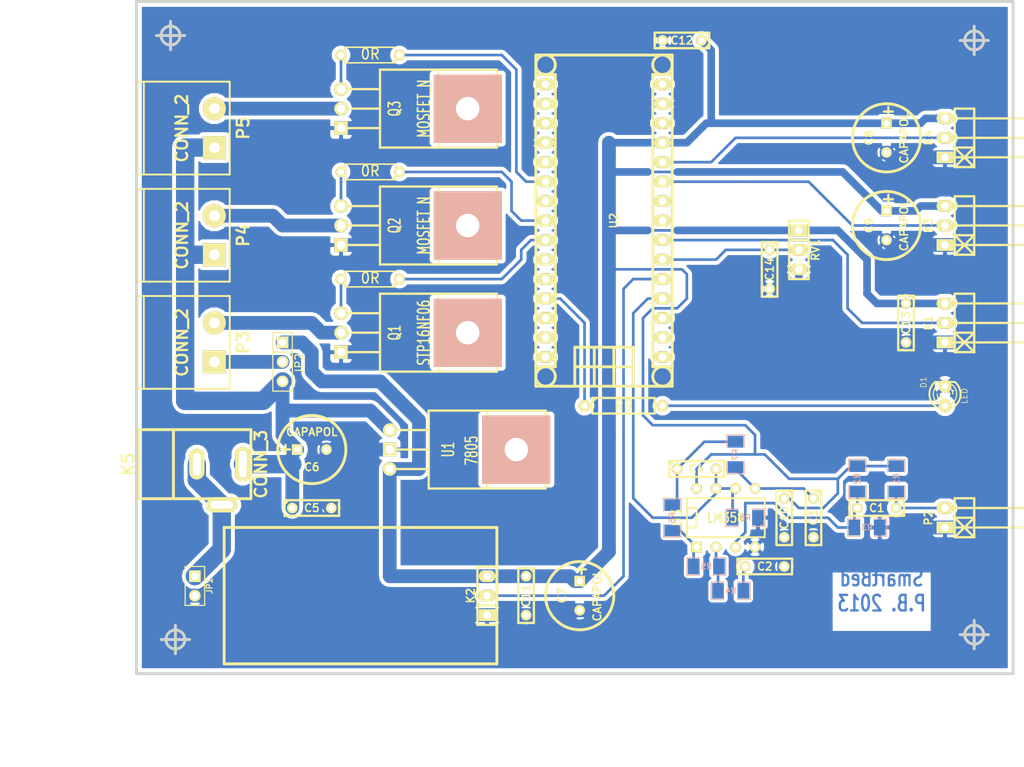
<source format=kicad_pcb>
(kicad_pcb (version 20171130) (host pcbnew 5.0.0-fee4fd1~66~ubuntu16.04.1)

  (general
    (thickness 1.6002)
    (drawings 19)
    (tracks 281)
    (zones 0)
    (modules 45)
    (nets 30)
  )

  (page A4)
  (title_block
    (date "14 jan 2013")
  )

  (layers
    (0 F.Cu signal)
    (31 B.Cu signal)
    (32 B.Adhes user)
    (33 F.Adhes user)
    (34 B.Paste user)
    (35 F.Paste user)
    (36 B.SilkS user)
    (37 F.SilkS user)
    (38 B.Mask user)
    (39 F.Mask user)
    (40 Dwgs.User user)
    (44 Edge.Cuts user)
    (45 Margin user)
    (46 B.CrtYd user)
    (47 F.CrtYd user)
    (48 B.Fab user)
    (49 F.Fab user)
  )

  (setup
    (last_trace_width 0.2032)
    (user_trace_width 0.35052)
    (user_trace_width 1.00076)
    (user_trace_width 1.80086)
    (user_trace_width 2.4003)
    (trace_clearance 0.254)
    (zone_clearance 0.508)
    (zone_45_only no)
    (trace_min 0.2032)
    (segment_width 0.381)
    (edge_width 0.381)
    (via_size 0.889)
    (via_drill 0.635)
    (via_min_size 0.889)
    (via_min_drill 0.508)
    (uvia_size 0.508)
    (uvia_drill 0.127)
    (uvias_allowed no)
    (uvia_min_size 0.508)
    (uvia_min_drill 0.127)
    (pcb_text_width 0.3048)
    (pcb_text_size 1.524 2.032)
    (mod_edge_width 0.381)
    (mod_text_size 1.524 1.524)
    (mod_text_width 0.3048)
    (pad_size 1.524 1.524)
    (pad_drill 0.8128)
    (pad_to_mask_clearance 0.254)
    (aux_axis_origin 0 0)
    (visible_elements FFFFFF7F)
    (pcbplotparams
      (layerselection 0x010f0_ffffffff)
      (usegerberextensions true)
      (usegerberattributes false)
      (usegerberadvancedattributes false)
      (creategerberjobfile false)
      (excludeedgelayer true)
      (linewidth 0.150000)
      (plotframeref false)
      (viasonmask false)
      (mode 1)
      (useauxorigin false)
      (hpglpennumber 1)
      (hpglpenspeed 20)
      (hpglpendiameter 15.000000)
      (psnegative false)
      (psa4output false)
      (plotreference true)
      (plotvalue true)
      (plotinvisibletext false)
      (padsonsilk false)
      (subtractmaskfromsilk false)
      (outputformat 1)
      (mirror false)
      (drillshape 0)
      (scaleselection 1)
      (outputdirectory "gerber"))
  )

  (net 0 "")
  (net 1 +12V)
  (net 2 +5V)
  (net 3 /BLED)
  (net 4 /CURR)
  (net 5 /IR1)
  (net 6 /IR2)
  (net 7 /LIGHT)
  (net 8 /SET)
  (net 9 /SNOR)
  (net 10 GND)
  (net 11 N-000001)
  (net 12 N-000002)
  (net 13 N-000003)
  (net 14 N-000006)
  (net 15 N-000007)
  (net 16 N-000015)
  (net 17 N-000016)
  (net 18 N-000017)
  (net 19 N-000033)
  (net 20 N-000034)
  (net 21 N-000036)
  (net 22 N-000039)
  (net 23 N-000040)
  (net 24 N-000041)
  (net 25 N-000042)
  (net 26 N-000043)
  (net 27 N-000046)
  (net 28 N-000047)
  (net 29 N-000048)

  (net_class Default "Toto je výchozí třída sítě."
    (clearance 0.254)
    (trace_width 0.2032)
    (via_dia 0.889)
    (via_drill 0.635)
    (uvia_dia 0.508)
    (uvia_drill 0.127)
    (add_net +12V)
    (add_net +5V)
    (add_net /BLED)
    (add_net /CURR)
    (add_net /IR1)
    (add_net /IR2)
    (add_net /LIGHT)
    (add_net /SET)
    (add_net /SNOR)
    (add_net GND)
    (add_net N-000001)
    (add_net N-000002)
    (add_net N-000003)
    (add_net N-000006)
    (add_net N-000007)
    (add_net N-000015)
    (add_net N-000016)
    (add_net N-000017)
    (add_net N-000033)
    (add_net N-000034)
    (add_net N-000036)
    (add_net N-000039)
    (add_net N-000040)
    (add_net N-000041)
    (add_net N-000042)
    (add_net N-000043)
    (add_net N-000046)
    (add_net N-000047)
    (add_net N-000048)
  )

  (net_class "Siroky spoj" ""
    (clearance 0.254)
    (trace_width 1.22936)
    (via_dia 0.889)
    (via_drill 0.635)
    (uvia_dia 0.508)
    (uvia_drill 0.127)
  )

  (module TO220GDS (layer F.Cu) (tedit 4469D051) (tstamp 50F1A36B)
    (at 114.3 80.01)
    (descr "Transistor VMOS Irf530, TO220")
    (tags "TR TO220 DEV")
    (path /50F13FF7)
    (fp_text reference Q2 (at 6.985 0 90) (layer F.SilkS)
      (effects (font (size 1.524 1.016) (thickness 0.2032)))
    )
    (fp_text value MOSFET_N (at 10.795 0 90) (layer F.SilkS)
      (effects (font (size 1.524 1.016) (thickness 0.2032)))
    )
    (fp_line (start 0 -2.54) (end 5.08 -2.54) (layer F.SilkS) (width 0.3048))
    (fp_line (start 0 0) (end 5.08 0) (layer F.SilkS) (width 0.3048))
    (fp_line (start 0 2.54) (end 5.08 2.54) (layer F.SilkS) (width 0.3048))
    (fp_line (start 5.08 -5.08) (end 20.32 -5.08) (layer F.SilkS) (width 0.3048))
    (fp_line (start 20.32 -5.08) (end 20.32 5.08) (layer F.SilkS) (width 0.3048))
    (fp_line (start 20.32 5.08) (end 5.08 5.08) (layer F.SilkS) (width 0.3048))
    (fp_line (start 5.08 5.08) (end 5.08 -5.08) (layer F.SilkS) (width 0.3048))
    (fp_line (start 12.7 5.08) (end 12.7 -5.08) (layer F.SilkS) (width 0.3048))
    (pad 4 thru_hole rect (at 16.51 0) (size 8.89 8.89) (drill 3.048) (layers *.Cu *.SilkS *.Mask))
    (pad G thru_hole circle (at 0 -2.54) (size 1.778 1.778) (drill 1.143) (layers *.Cu *.Mask F.SilkS)
      (net 17 N-000016))
    (pad D thru_hole circle (at 0 0) (size 1.778 1.778) (drill 1.143) (layers *.Cu *.Mask F.SilkS)
      (net 18 N-000017))
    (pad S thru_hole rect (at 0 2.54) (size 1.778 1.778) (drill 1.143) (layers *.Cu *.Mask F.SilkS)
      (net 10 GND))
    (model discret/to220_horiz.wrl
      (at (xyz 0 0 0))
      (scale (xyz 1 1 1))
      (rotate (xyz 0 0 0))
    )
  )

  (module TO220GDS (layer F.Cu) (tedit 4469D051) (tstamp 50F1A36D)
    (at 114.3 93.98)
    (descr "Transistor VMOS Irf530, TO220")
    (tags "TR TO220 DEV")
    (path /50F13FEB)
    (fp_text reference Q1 (at 6.985 0 90) (layer F.SilkS)
      (effects (font (size 1.524 1.016) (thickness 0.2032)))
    )
    (fp_text value STP16NF06 (at 10.795 0 90) (layer F.SilkS)
      (effects (font (size 1.524 1.016) (thickness 0.2032)))
    )
    (fp_line (start 0 -2.54) (end 5.08 -2.54) (layer F.SilkS) (width 0.3048))
    (fp_line (start 0 0) (end 5.08 0) (layer F.SilkS) (width 0.3048))
    (fp_line (start 0 2.54) (end 5.08 2.54) (layer F.SilkS) (width 0.3048))
    (fp_line (start 5.08 -5.08) (end 20.32 -5.08) (layer F.SilkS) (width 0.3048))
    (fp_line (start 20.32 -5.08) (end 20.32 5.08) (layer F.SilkS) (width 0.3048))
    (fp_line (start 20.32 5.08) (end 5.08 5.08) (layer F.SilkS) (width 0.3048))
    (fp_line (start 5.08 5.08) (end 5.08 -5.08) (layer F.SilkS) (width 0.3048))
    (fp_line (start 12.7 5.08) (end 12.7 -5.08) (layer F.SilkS) (width 0.3048))
    (pad 4 thru_hole rect (at 16.51 0) (size 8.89 8.89) (drill 3.048) (layers *.Cu *.SilkS *.Mask))
    (pad G thru_hole circle (at 0 -2.54) (size 1.778 1.778) (drill 1.143) (layers *.Cu *.Mask F.SilkS)
      (net 16 N-000015))
    (pad D thru_hole circle (at 0 0) (size 1.778 1.778) (drill 1.143) (layers *.Cu *.Mask F.SilkS)
      (net 20 N-000034))
    (pad S thru_hole rect (at 0 2.54) (size 1.778 1.778) (drill 1.143) (layers *.Cu *.Mask F.SilkS)
      (net 10 GND))
    (model discret/to220_horiz.wrl
      (at (xyz 0 0 0))
      (scale (xyz 1 1 1))
      (rotate (xyz 0 0 0))
    )
  )

  (module TO220GDS (layer F.Cu) (tedit 4469D051) (tstamp 50F1A36F)
    (at 114.3 64.77)
    (descr "Transistor VMOS Irf530, TO220")
    (tags "TR TO220 DEV")
    (path /50F14001)
    (fp_text reference Q3 (at 6.985 0 90) (layer F.SilkS)
      (effects (font (size 1.524 1.016) (thickness 0.2032)))
    )
    (fp_text value MOSFET_N (at 10.795 0 90) (layer F.SilkS)
      (effects (font (size 1.524 1.016) (thickness 0.2032)))
    )
    (fp_line (start 0 -2.54) (end 5.08 -2.54) (layer F.SilkS) (width 0.3048))
    (fp_line (start 0 0) (end 5.08 0) (layer F.SilkS) (width 0.3048))
    (fp_line (start 0 2.54) (end 5.08 2.54) (layer F.SilkS) (width 0.3048))
    (fp_line (start 5.08 -5.08) (end 20.32 -5.08) (layer F.SilkS) (width 0.3048))
    (fp_line (start 20.32 -5.08) (end 20.32 5.08) (layer F.SilkS) (width 0.3048))
    (fp_line (start 20.32 5.08) (end 5.08 5.08) (layer F.SilkS) (width 0.3048))
    (fp_line (start 5.08 5.08) (end 5.08 -5.08) (layer F.SilkS) (width 0.3048))
    (fp_line (start 12.7 5.08) (end 12.7 -5.08) (layer F.SilkS) (width 0.3048))
    (pad 4 thru_hole rect (at 16.51 0) (size 8.89 8.89) (drill 3.048) (layers *.Cu *.SilkS *.Mask))
    (pad G thru_hole circle (at 0 -2.54) (size 1.778 1.778) (drill 1.143) (layers *.Cu *.Mask F.SilkS)
      (net 22 N-000039))
    (pad D thru_hole circle (at 0 0) (size 1.778 1.778) (drill 1.143) (layers *.Cu *.Mask F.SilkS)
      (net 19 N-000033))
    (pad S thru_hole rect (at 0 2.54) (size 1.778 1.778) (drill 1.143) (layers *.Cu *.Mask F.SilkS)
      (net 10 GND))
    (model discret/to220_horiz.wrl
      (at (xyz 0 0 0))
      (scale (xyz 1 1 1))
      (rotate (xyz 0 0 0))
    )
  )

  (module SM1206 (layer B.Cu) (tedit 42806E24) (tstamp 50F1A373)
    (at 167.005 118.11)
    (path /50F154CA)
    (attr smd)
    (fp_text reference R8 (at 0 0) (layer B.SilkS)
      (effects (font (size 0.762 0.762) (thickness 0.127)) (justify mirror))
    )
    (fp_text value 2k (at 0 0) (layer B.SilkS) hide
      (effects (font (size 0.762 0.762) (thickness 0.127)) (justify mirror))
    )
    (fp_line (start -2.54 1.143) (end -2.54 -1.143) (layer B.SilkS) (width 0.127))
    (fp_line (start -2.54 -1.143) (end -0.889 -1.143) (layer B.SilkS) (width 0.127))
    (fp_line (start 0.889 1.143) (end 2.54 1.143) (layer B.SilkS) (width 0.127))
    (fp_line (start 2.54 1.143) (end 2.54 -1.143) (layer B.SilkS) (width 0.127))
    (fp_line (start 2.54 -1.143) (end 0.889 -1.143) (layer B.SilkS) (width 0.127))
    (fp_line (start -0.889 1.143) (end -2.54 1.143) (layer B.SilkS) (width 0.127))
    (pad 1 smd rect (at -1.651 0) (size 1.524 2.032) (layers B.Cu B.Paste B.Mask)
      (net 9 /SNOR))
    (pad 2 smd rect (at 1.651 0) (size 1.524 2.032) (layers B.Cu B.Paste B.Mask)
      (net 10 GND))
    (model smd/chip_cms.wrl
      (at (xyz 0 0 0))
      (scale (xyz 0.17 0.16 0.16))
      (rotate (xyz 0 0 0))
    )
  )

  (module SM1206 (layer B.Cu) (tedit 42806E24) (tstamp 50F1A375)
    (at 165.735 109.855 270)
    (path /50F152F2)
    (attr smd)
    (fp_text reference R7 (at 0 0 270) (layer B.SilkS)
      (effects (font (size 0.762 0.762) (thickness 0.127)) (justify mirror))
    )
    (fp_text value 2k (at 0 0 270) (layer B.SilkS) hide
      (effects (font (size 0.762 0.762) (thickness 0.127)) (justify mirror))
    )
    (fp_line (start -2.54 1.143) (end -2.54 -1.143) (layer B.SilkS) (width 0.127))
    (fp_line (start -2.54 -1.143) (end -0.889 -1.143) (layer B.SilkS) (width 0.127))
    (fp_line (start 0.889 1.143) (end 2.54 1.143) (layer B.SilkS) (width 0.127))
    (fp_line (start 2.54 1.143) (end 2.54 -1.143) (layer B.SilkS) (width 0.127))
    (fp_line (start 2.54 -1.143) (end 0.889 -1.143) (layer B.SilkS) (width 0.127))
    (fp_line (start -0.889 1.143) (end -2.54 1.143) (layer B.SilkS) (width 0.127))
    (pad 1 smd rect (at -1.651 0 270) (size 1.524 2.032) (layers B.Cu B.Paste B.Mask)
      (net 13 N-000003))
    (pad 2 smd rect (at 1.651 0 270) (size 1.524 2.032) (layers B.Cu B.Paste B.Mask)
      (net 23 N-000040))
    (model smd/chip_cms.wrl
      (at (xyz 0 0 0))
      (scale (xyz 0.17 0.16 0.16))
      (rotate (xyz 0 0 0))
    )
  )

  (module SM1206 (layer B.Cu) (tedit 42806E24) (tstamp 50F1A377)
    (at 157.48 118.11 90)
    (path /50F152E7)
    (attr smd)
    (fp_text reference R6 (at 0 0 90) (layer B.SilkS)
      (effects (font (size 0.762 0.762) (thickness 0.127)) (justify mirror))
    )
    (fp_text value 2k (at 0 0 90) (layer B.SilkS) hide
      (effects (font (size 0.762 0.762) (thickness 0.127)) (justify mirror))
    )
    (fp_line (start -2.54 1.143) (end -2.54 -1.143) (layer B.SilkS) (width 0.127))
    (fp_line (start -2.54 -1.143) (end -0.889 -1.143) (layer B.SilkS) (width 0.127))
    (fp_line (start 0.889 1.143) (end 2.54 1.143) (layer B.SilkS) (width 0.127))
    (fp_line (start 2.54 1.143) (end 2.54 -1.143) (layer B.SilkS) (width 0.127))
    (fp_line (start 2.54 -1.143) (end 0.889 -1.143) (layer B.SilkS) (width 0.127))
    (fp_line (start -0.889 1.143) (end -2.54 1.143) (layer B.SilkS) (width 0.127))
    (pad 1 smd rect (at -1.651 0 90) (size 1.524 2.032) (layers B.Cu B.Paste B.Mask)
      (net 14 N-000006))
    (pad 2 smd rect (at 1.651 0 90) (size 1.524 2.032) (layers B.Cu B.Paste B.Mask)
      (net 13 N-000003))
    (model smd/chip_cms.wrl
      (at (xyz 0 0 0))
      (scale (xyz 0.17 0.16 0.16))
      (rotate (xyz 0 0 0))
    )
  )

  (module SM1206 (layer B.Cu) (tedit 42806E24) (tstamp 50F1A379)
    (at 161.925 124.46 180)
    (path /50F152FD)
    (attr smd)
    (fp_text reference R5 (at 0 0 180) (layer B.SilkS)
      (effects (font (size 0.762 0.762) (thickness 0.127)) (justify mirror))
    )
    (fp_text value 3M (at 0 0 180) (layer B.SilkS) hide
      (effects (font (size 0.762 0.762) (thickness 0.127)) (justify mirror))
    )
    (fp_line (start -2.54 1.143) (end -2.54 -1.143) (layer B.SilkS) (width 0.127))
    (fp_line (start -2.54 -1.143) (end -0.889 -1.143) (layer B.SilkS) (width 0.127))
    (fp_line (start 0.889 1.143) (end 2.54 1.143) (layer B.SilkS) (width 0.127))
    (fp_line (start 2.54 1.143) (end 2.54 -1.143) (layer B.SilkS) (width 0.127))
    (fp_line (start 2.54 -1.143) (end 0.889 -1.143) (layer B.SilkS) (width 0.127))
    (fp_line (start -0.889 1.143) (end -2.54 1.143) (layer B.SilkS) (width 0.127))
    (pad 1 smd rect (at -1.651 0 180) (size 1.524 2.032) (layers B.Cu B.Paste B.Mask)
      (net 15 N-000007))
    (pad 2 smd rect (at 1.651 0 180) (size 1.524 2.032) (layers B.Cu B.Paste B.Mask)
      (net 14 N-000006))
    (model smd/chip_cms.wrl
      (at (xyz 0 0 0))
      (scale (xyz 0.17 0.16 0.16))
      (rotate (xyz 0 0 0))
    )
  )

  (module SM1206 (layer B.Cu) (tedit 42806E24) (tstamp 50F1A37B)
    (at 165.1 127.635)
    (path /50F15361)
    (attr smd)
    (fp_text reference R4 (at 0 0) (layer B.SilkS)
      (effects (font (size 0.762 0.762) (thickness 0.127)) (justify mirror))
    )
    (fp_text value R (at 0 0) (layer B.SilkS) hide
      (effects (font (size 0.762 0.762) (thickness 0.127)) (justify mirror))
    )
    (fp_line (start -2.54 1.143) (end -2.54 -1.143) (layer B.SilkS) (width 0.127))
    (fp_line (start -2.54 -1.143) (end -0.889 -1.143) (layer B.SilkS) (width 0.127))
    (fp_line (start 0.889 1.143) (end 2.54 1.143) (layer B.SilkS) (width 0.127))
    (fp_line (start 2.54 1.143) (end 2.54 -1.143) (layer B.SilkS) (width 0.127))
    (fp_line (start 2.54 -1.143) (end 0.889 -1.143) (layer B.SilkS) (width 0.127))
    (fp_line (start -0.889 1.143) (end -2.54 1.143) (layer B.SilkS) (width 0.127))
    (pad 1 smd rect (at -1.651 0) (size 1.524 2.032) (layers B.Cu B.Paste B.Mask)
      (net 15 N-000007))
    (pad 2 smd rect (at 1.651 0) (size 1.524 2.032) (layers B.Cu B.Paste B.Mask)
      (net 12 N-000002))
    (model smd/chip_cms.wrl
      (at (xyz 0 0 0))
      (scale (xyz 0.17 0.16 0.16))
      (rotate (xyz 0 0 0))
    )
  )

  (module SM1206 (layer B.Cu) (tedit 42806E24) (tstamp 50F1A37D)
    (at 182.88 119.38)
    (path /50F15352)
    (attr smd)
    (fp_text reference R3 (at 0 0) (layer B.SilkS)
      (effects (font (size 0.762 0.762) (thickness 0.127)) (justify mirror))
    )
    (fp_text value 2k (at 0 0) (layer B.SilkS) hide
      (effects (font (size 0.762 0.762) (thickness 0.127)) (justify mirror))
    )
    (fp_line (start -2.54 1.143) (end -2.54 -1.143) (layer B.SilkS) (width 0.127))
    (fp_line (start -2.54 -1.143) (end -0.889 -1.143) (layer B.SilkS) (width 0.127))
    (fp_line (start 0.889 1.143) (end 2.54 1.143) (layer B.SilkS) (width 0.127))
    (fp_line (start 2.54 1.143) (end 2.54 -1.143) (layer B.SilkS) (width 0.127))
    (fp_line (start 2.54 -1.143) (end 0.889 -1.143) (layer B.SilkS) (width 0.127))
    (fp_line (start -0.889 1.143) (end -2.54 1.143) (layer B.SilkS) (width 0.127))
    (pad 1 smd rect (at -1.651 0) (size 1.524 2.032) (layers B.Cu B.Paste B.Mask)
      (net 26 N-000043))
    (pad 2 smd rect (at 1.651 0) (size 1.524 2.032) (layers B.Cu B.Paste B.Mask)
      (net 10 GND))
    (model smd/chip_cms.wrl
      (at (xyz 0 0 0))
      (scale (xyz 0.17 0.16 0.16))
      (rotate (xyz 0 0 0))
    )
  )

  (module SM1206 (layer B.Cu) (tedit 42806E24) (tstamp 50F1A37F)
    (at 181.61 113.03 270)
    (path /50F15344)
    (attr smd)
    (fp_text reference R2 (at 0 0 270) (layer B.SilkS)
      (effects (font (size 0.762 0.762) (thickness 0.127)) (justify mirror))
    )
    (fp_text value 3k (at 0 0 270) (layer B.SilkS) hide
      (effects (font (size 0.762 0.762) (thickness 0.127)) (justify mirror))
    )
    (fp_line (start -2.54 1.143) (end -2.54 -1.143) (layer B.SilkS) (width 0.127))
    (fp_line (start -2.54 -1.143) (end -0.889 -1.143) (layer B.SilkS) (width 0.127))
    (fp_line (start 0.889 1.143) (end 2.54 1.143) (layer B.SilkS) (width 0.127))
    (fp_line (start 2.54 1.143) (end 2.54 -1.143) (layer B.SilkS) (width 0.127))
    (fp_line (start 2.54 -1.143) (end 0.889 -1.143) (layer B.SilkS) (width 0.127))
    (fp_line (start -0.889 1.143) (end -2.54 1.143) (layer B.SilkS) (width 0.127))
    (pad 1 smd rect (at -1.651 0 270) (size 1.524 2.032) (layers B.Cu B.Paste B.Mask)
      (net 2 +5V))
    (pad 2 smd rect (at 1.651 0 270) (size 1.524 2.032) (layers B.Cu B.Paste B.Mask)
      (net 26 N-000043))
    (model smd/chip_cms.wrl
      (at (xyz 0 0 0))
      (scale (xyz 0.17 0.16 0.16))
      (rotate (xyz 0 0 0))
    )
  )

  (module SM1206 (layer B.Cu) (tedit 42806E24) (tstamp 50F1A381)
    (at 186.69 113.03 270)
    (path /50F1535B)
    (attr smd)
    (fp_text reference R1 (at 0 0 270) (layer B.SilkS)
      (effects (font (size 0.762 0.762) (thickness 0.127)) (justify mirror))
    )
    (fp_text value 10k (at 0 0 270) (layer B.SilkS) hide
      (effects (font (size 0.762 0.762) (thickness 0.127)) (justify mirror))
    )
    (fp_line (start -2.54 1.143) (end -2.54 -1.143) (layer B.SilkS) (width 0.127))
    (fp_line (start -2.54 -1.143) (end -0.889 -1.143) (layer B.SilkS) (width 0.127))
    (fp_line (start 0.889 1.143) (end 2.54 1.143) (layer B.SilkS) (width 0.127))
    (fp_line (start 2.54 1.143) (end 2.54 -1.143) (layer B.SilkS) (width 0.127))
    (fp_line (start 2.54 -1.143) (end 0.889 -1.143) (layer B.SilkS) (width 0.127))
    (fp_line (start -0.889 1.143) (end -2.54 1.143) (layer B.SilkS) (width 0.127))
    (pad 1 smd rect (at -1.651 0 270) (size 1.524 2.032) (layers B.Cu B.Paste B.Mask)
      (net 2 +5V))
    (pad 2 smd rect (at 1.651 0 270) (size 1.524 2.032) (layers B.Cu B.Paste B.Mask)
      (net 11 N-000001))
    (model smd/chip_cms.wrl
      (at (xyz 0 0 0))
      (scale (xyz 0.17 0.16 0.16))
      (rotate (xyz 0 0 0))
    )
  )

  (module pin_strip_3-90 (layer F.Cu) (tedit 4EF89165) (tstamp 50F1A382)
    (at 193.04 80.01 90)
    (descr "Pin strip 3pin 90")
    (tags "CONN DEV")
    (path /50F1461B)
    (fp_text reference K3 (at 0 -2.159 90) (layer F.SilkS)
      (effects (font (size 1.016 1.016) (thickness 0.2032)))
    )
    (fp_text value CONN_3 (at 0.254 -3.556 90) (layer F.SilkS) hide
      (effects (font (size 1.016 0.889) (thickness 0.2032)))
    )
    (fp_line (start -3.81 1.27) (end -1.27 3.81) (layer F.SilkS) (width 0.3048))
    (fp_line (start -1.27 1.27) (end -3.81 3.81) (layer F.SilkS) (width 0.3048))
    (fp_line (start -3.81 1.27) (end 3.81 1.27) (layer F.SilkS) (width 0.3048))
    (fp_line (start 3.81 1.27) (end 3.81 3.81) (layer F.SilkS) (width 0.3048))
    (fp_line (start 3.81 3.81) (end -3.81 3.81) (layer F.SilkS) (width 0.3048))
    (fp_line (start -1.27 1.27) (end -1.27 3.81) (layer F.SilkS) (width 0.3048))
    (fp_line (start -2.54 0) (end -2.54 10.16) (layer F.SilkS) (width 0.3048))
    (fp_line (start 2.54 10.16) (end 2.54 0) (layer F.SilkS) (width 0.3048))
    (fp_line (start 0 0) (end 0 10.16) (layer F.SilkS) (width 0.3048))
    (fp_line (start -3.81 3.81) (end -3.81 1.27) (layer F.SilkS) (width 0.3048))
    (pad 1 thru_hole rect (at -2.54 0 90) (size 1.524 2.19964) (drill 1.00076) (layers *.Cu *.Mask F.SilkS)
      (net 10 GND))
    (pad 2 thru_hole oval (at 0 0 90) (size 1.524 2.19964) (drill 1.00076) (layers *.Cu *.Mask F.SilkS)
      (net 5 /IR1))
    (pad 3 thru_hole oval (at 2.54 0 90) (size 1.524 2.19964) (drill 1.00076) (layers *.Cu *.Mask F.SilkS)
      (net 2 +5V))
    (model pin_strip_3-90.wrl
      (at (xyz 0 0 0))
      (scale (xyz 1 1 1))
      (rotate (xyz 0 0 0))
    )
  )

  (module pin_strip_3-90 (layer F.Cu) (tedit 4EF89165) (tstamp 50F1A384)
    (at 193.04 92.71 90)
    (descr "Pin strip 3pin 90")
    (tags "CONN DEV")
    (path /50F14508)
    (fp_text reference K1 (at 0 -2.159 90) (layer F.SilkS)
      (effects (font (size 1.016 1.016) (thickness 0.2032)))
    )
    (fp_text value CONN_3 (at 0.254 -3.556 90) (layer F.SilkS) hide
      (effects (font (size 1.016 0.889) (thickness 0.2032)))
    )
    (fp_line (start -3.81 1.27) (end -1.27 3.81) (layer F.SilkS) (width 0.3048))
    (fp_line (start -1.27 1.27) (end -3.81 3.81) (layer F.SilkS) (width 0.3048))
    (fp_line (start -3.81 1.27) (end 3.81 1.27) (layer F.SilkS) (width 0.3048))
    (fp_line (start 3.81 1.27) (end 3.81 3.81) (layer F.SilkS) (width 0.3048))
    (fp_line (start 3.81 3.81) (end -3.81 3.81) (layer F.SilkS) (width 0.3048))
    (fp_line (start -1.27 1.27) (end -1.27 3.81) (layer F.SilkS) (width 0.3048))
    (fp_line (start -2.54 0) (end -2.54 10.16) (layer F.SilkS) (width 0.3048))
    (fp_line (start 2.54 10.16) (end 2.54 0) (layer F.SilkS) (width 0.3048))
    (fp_line (start 0 0) (end 0 10.16) (layer F.SilkS) (width 0.3048))
    (fp_line (start -3.81 3.81) (end -3.81 1.27) (layer F.SilkS) (width 0.3048))
    (pad 1 thru_hole rect (at -2.54 0 90) (size 1.524 2.19964) (drill 1.00076) (layers *.Cu *.Mask F.SilkS)
      (net 10 GND))
    (pad 2 thru_hole oval (at 0 0 90) (size 1.524 2.19964) (drill 1.00076) (layers *.Cu *.Mask F.SilkS)
      (net 7 /LIGHT))
    (pad 3 thru_hole oval (at 2.54 0 90) (size 1.524 2.19964) (drill 1.00076) (layers *.Cu *.Mask F.SilkS)
      (net 2 +5V))
    (model pin_strip_3-90.wrl
      (at (xyz 0 0 0))
      (scale (xyz 1 1 1))
      (rotate (xyz 0 0 0))
    )
  )

  (module pin_strip_3-90 (layer F.Cu) (tedit 4EF89165) (tstamp 50F1A386)
    (at 193.04 68.58 90)
    (descr "Pin strip 3pin 90")
    (tags "CONN DEV")
    (path /50F14630)
    (fp_text reference K4 (at 0 -2.159 90) (layer F.SilkS)
      (effects (font (size 1.016 1.016) (thickness 0.2032)))
    )
    (fp_text value CONN_3 (at 0.254 -3.556 90) (layer F.SilkS) hide
      (effects (font (size 1.016 0.889) (thickness 0.2032)))
    )
    (fp_line (start -3.81 1.27) (end -1.27 3.81) (layer F.SilkS) (width 0.3048))
    (fp_line (start -1.27 1.27) (end -3.81 3.81) (layer F.SilkS) (width 0.3048))
    (fp_line (start -3.81 1.27) (end 3.81 1.27) (layer F.SilkS) (width 0.3048))
    (fp_line (start 3.81 1.27) (end 3.81 3.81) (layer F.SilkS) (width 0.3048))
    (fp_line (start 3.81 3.81) (end -3.81 3.81) (layer F.SilkS) (width 0.3048))
    (fp_line (start -1.27 1.27) (end -1.27 3.81) (layer F.SilkS) (width 0.3048))
    (fp_line (start -2.54 0) (end -2.54 10.16) (layer F.SilkS) (width 0.3048))
    (fp_line (start 2.54 10.16) (end 2.54 0) (layer F.SilkS) (width 0.3048))
    (fp_line (start 0 0) (end 0 10.16) (layer F.SilkS) (width 0.3048))
    (fp_line (start -3.81 3.81) (end -3.81 1.27) (layer F.SilkS) (width 0.3048))
    (pad 1 thru_hole rect (at -2.54 0 90) (size 1.524 2.19964) (drill 1.00076) (layers *.Cu *.Mask F.SilkS)
      (net 10 GND))
    (pad 2 thru_hole oval (at 0 0 90) (size 1.524 2.19964) (drill 1.00076) (layers *.Cu *.Mask F.SilkS)
      (net 6 /IR2))
    (pad 3 thru_hole oval (at 2.54 0 90) (size 1.524 2.19964) (drill 1.00076) (layers *.Cu *.Mask F.SilkS)
      (net 2 +5V))
    (model pin_strip_3-90.wrl
      (at (xyz 0 0 0))
      (scale (xyz 1 1 1))
      (rotate (xyz 0 0 0))
    )
  )

  (module pin_strip_3 (layer F.Cu) (tedit 4B90E017) (tstamp 50F1A387)
    (at 173.99 83.185 270)
    (descr "Pin strip 3pin")
    (tags "CONN DEV")
    (path /50F15162)
    (fp_text reference RV1 (at 0 -2.159 270) (layer F.SilkS)
      (effects (font (size 1.016 1.016) (thickness 0.2032)))
    )
    (fp_text value POT (at 0.254 -3.556 270) (layer F.SilkS) hide
      (effects (font (size 1.016 0.889) (thickness 0.2032)))
    )
    (fp_line (start -1.27 1.27) (end -1.27 -1.27) (layer F.SilkS) (width 0.3048))
    (fp_line (start -3.81 -1.27) (end 3.81 -1.27) (layer F.SilkS) (width 0.3048))
    (fp_line (start 3.81 -1.27) (end 3.81 1.27) (layer F.SilkS) (width 0.3048))
    (fp_line (start 3.81 1.27) (end -3.81 1.27) (layer F.SilkS) (width 0.3048))
    (fp_line (start -3.81 1.27) (end -3.81 -1.27) (layer F.SilkS) (width 0.3048))
    (pad 1 thru_hole rect (at -2.54 0 270) (size 1.524 2.19964) (drill 1.00076) (layers *.Cu *.Mask F.SilkS)
      (net 2 +5V))
    (pad 2 thru_hole oval (at 0 0 270) (size 1.524 2.19964) (drill 1.00076) (layers *.Cu *.Mask F.SilkS)
      (net 8 /SET))
    (pad 3 thru_hole oval (at 2.54 0 270) (size 1.524 2.19964) (drill 1.00076) (layers *.Cu *.Mask F.SilkS)
      (net 10 GND))
    (model pin_strip_3.wrl
      (at (xyz 0 0 0))
      (scale (xyz 1 1 1))
      (rotate (xyz 0 0 0))
    )
  )

  (module pin_strip_3 (layer F.Cu) (tedit 4B90E017) (tstamp 50F1A389)
    (at 133.35 128.27 90)
    (descr "Pin strip 3pin")
    (tags "CONN DEV")
    (path /50F14639)
    (fp_text reference K2 (at 0 -2.159 90) (layer F.SilkS)
      (effects (font (size 1.016 1.016) (thickness 0.2032)))
    )
    (fp_text value CONN_3 (at 0.254 -3.556 90) (layer F.SilkS) hide
      (effects (font (size 1.016 0.889) (thickness 0.2032)))
    )
    (fp_line (start -1.27 1.27) (end -1.27 -1.27) (layer F.SilkS) (width 0.3048))
    (fp_line (start -3.81 -1.27) (end 3.81 -1.27) (layer F.SilkS) (width 0.3048))
    (fp_line (start 3.81 -1.27) (end 3.81 1.27) (layer F.SilkS) (width 0.3048))
    (fp_line (start 3.81 1.27) (end -3.81 1.27) (layer F.SilkS) (width 0.3048))
    (fp_line (start -3.81 1.27) (end -3.81 -1.27) (layer F.SilkS) (width 0.3048))
    (pad 1 thru_hole rect (at -2.54 0 90) (size 1.524 2.19964) (drill 1.00076) (layers *.Cu *.Mask F.SilkS)
      (net 10 GND))
    (pad 2 thru_hole oval (at 0 0 90) (size 1.524 2.19964) (drill 1.00076) (layers *.Cu *.Mask F.SilkS)
      (net 4 /CURR))
    (pad 3 thru_hole oval (at 2.54 0 90) (size 1.524 2.19964) (drill 1.00076) (layers *.Cu *.Mask F.SilkS)
      (net 2 +5V))
    (model pin_strip_3.wrl
      (at (xyz 0 0 0))
      (scale (xyz 1 1 1))
      (rotate (xyz 0 0 0))
    )
  )

  (module pin_strip_2-90 (layer F.Cu) (tedit 4EF89145) (tstamp 50F1A38A)
    (at 193.04 118.11 90)
    (descr "Pin strip 2pin 90")
    (tags "CONN DEV")
    (path /50F15631)
    (fp_text reference P2 (at 0 -2.159 90) (layer F.SilkS)
      (effects (font (size 1.016 1.016) (thickness 0.2032)))
    )
    (fp_text value CONN_2 (at 0.254 -3.556 90) (layer F.SilkS) hide
      (effects (font (size 1.016 0.889) (thickness 0.2032)))
    )
    (fp_line (start 0 3.81) (end -2.54 1.27) (layer F.SilkS) (width 0.3048))
    (fp_line (start 0 3.81) (end 0 1.27) (layer F.SilkS) (width 0.3048))
    (fp_line (start 0 1.27) (end -2.54 3.81) (layer F.SilkS) (width 0.3048))
    (fp_line (start -2.54 3.81) (end 2.54 3.81) (layer F.SilkS) (width 0.3048))
    (fp_line (start 2.54 3.81) (end 2.54 1.27) (layer F.SilkS) (width 0.3048))
    (fp_line (start 2.54 1.27) (end -2.54 1.27) (layer F.SilkS) (width 0.3048))
    (fp_line (start -1.27 0) (end -1.27 10.16) (layer F.SilkS) (width 0.3048))
    (fp_line (start 1.27 0) (end 1.27 10.16) (layer F.SilkS) (width 0.3048))
    (fp_line (start -2.54 3.81) (end -2.54 1.27) (layer F.SilkS) (width 0.3048))
    (pad 1 thru_hole rect (at -1.27 0 90) (size 1.524 2.19964) (drill 1.00076) (layers *.Cu *.Mask F.SilkS)
      (net 10 GND))
    (pad 2 thru_hole oval (at 1.27 0 90) (size 1.524 2.19964) (drill 1.00076) (layers *.Cu *.Mask F.SilkS)
      (net 11 N-000001))
    (model pin_strip_2-90.wrl
      (at (xyz 0 0 0))
      (scale (xyz 1 1 1))
      (rotate (xyz 0 0 0))
    )
  )

  (module PIN_ARRAY_3X1 (layer F.Cu) (tedit 4C1130E0) (tstamp 50F1A38B)
    (at 106.68 97.79 270)
    (descr "Connecteur 3 pins")
    (tags "CONN DEV")
    (path /50F1468F)
    (fp_text reference JP2 (at 0.254 -2.159 270) (layer F.SilkS)
      (effects (font (size 1.016 1.016) (thickness 0.1524)))
    )
    (fp_text value JUMPER3 (at 0 -2.159 270) (layer F.SilkS) hide
      (effects (font (size 1.016 1.016) (thickness 0.1524)))
    )
    (fp_line (start -3.81 1.27) (end -3.81 -1.27) (layer F.SilkS) (width 0.1524))
    (fp_line (start -3.81 -1.27) (end 3.81 -1.27) (layer F.SilkS) (width 0.1524))
    (fp_line (start 3.81 -1.27) (end 3.81 1.27) (layer F.SilkS) (width 0.1524))
    (fp_line (start 3.81 1.27) (end -3.81 1.27) (layer F.SilkS) (width 0.1524))
    (fp_line (start -1.27 -1.27) (end -1.27 1.27) (layer F.SilkS) (width 0.1524))
    (pad 1 thru_hole rect (at -2.54 0 270) (size 1.524 1.524) (drill 1.016) (layers *.Cu *.Mask F.SilkS)
      (net 2 +5V))
    (pad 2 thru_hole circle (at 0 0 270) (size 1.524 1.524) (drill 1.016) (layers *.Cu *.Mask F.SilkS)
      (net 21 N-000036))
    (pad 3 thru_hole circle (at 2.54 0 270) (size 1.524 1.524) (drill 1.016) (layers *.Cu *.Mask F.SilkS)
      (net 1 +12V))
    (model pin_array/pins_array_3x1.wrl
      (at (xyz 0 0 0))
      (scale (xyz 1 1 1))
      (rotate (xyz 0 0 0))
    )
  )

  (module PIN_ARRAY_2X1 (layer F.Cu) (tedit 4565C520) (tstamp 50F1A38C)
    (at 95.25 127 270)
    (descr "Connecteurs 2 pins")
    (tags "CONN DEV")
    (path /50F14559)
    (fp_text reference JP1 (at 0 -1.905 270) (layer F.SilkS)
      (effects (font (size 0.762 0.762) (thickness 0.1524)))
    )
    (fp_text value JUMPER (at 0 -1.905 270) (layer F.SilkS) hide
      (effects (font (size 0.762 0.762) (thickness 0.1524)))
    )
    (fp_line (start -2.54 1.27) (end -2.54 -1.27) (layer F.SilkS) (width 0.1524))
    (fp_line (start -2.54 -1.27) (end 2.54 -1.27) (layer F.SilkS) (width 0.1524))
    (fp_line (start 2.54 -1.27) (end 2.54 1.27) (layer F.SilkS) (width 0.1524))
    (fp_line (start 2.54 1.27) (end -2.54 1.27) (layer F.SilkS) (width 0.1524))
    (pad 1 thru_hole rect (at -1.27 0 270) (size 1.524 1.524) (drill 1.016) (layers *.Cu *.Mask F.SilkS)
      (net 25 N-000042))
    (pad 2 thru_hole circle (at 1.27 0 270) (size 1.524 1.524) (drill 1.016) (layers *.Cu *.Mask F.SilkS)
      (net 10 GND))
    (model pin_array/pins_array_2x1.wrl
      (at (xyz 0 0 0))
      (scale (xyz 1 1 1))
      (rotate (xyz 0 0 0))
    )
  )

  (module mstba_2,5%2f2-g-5,08 (layer F.Cu) (tedit 4D177697) (tstamp 50F1A38D)
    (at 97.79 81.28 90)
    (descr "Terminal block 2 pins, Phoenix MSTBA 2,5/2-G-5,08")
    (path /50F1467C)
    (fp_text reference P4 (at 0 3.74904 90) (layer F.SilkS)
      (effects (font (size 1.524 1.524) (thickness 0.3048)))
    )
    (fp_text value CONN_2 (at 0 -4.24942 90) (layer F.SilkS)
      (effects (font (size 1.524 1.524) (thickness 0.3048)))
    )
    (fp_line (start -6.05028 -9.19988) (end 6.05028 -9.19988) (layer F.SilkS) (width 0.254))
    (fp_line (start 6.05028 1.99898) (end -6.05028 1.99898) (layer F.SilkS) (width 0.254))
    (fp_line (start -6.05028 1.99898) (end -6.05028 -9.99998) (layer F.SilkS) (width 0.254))
    (fp_line (start 6.05028 -9.99998) (end -6.05028 -9.99998) (layer F.SilkS) (width 0.254))
    (fp_line (start 6.05028 1.99898) (end 6.05028 -9.99998) (layer F.SilkS) (width 0.254))
    (pad 1 thru_hole rect (at -2.54 0 90) (size 2.99974 2.99974) (drill 1.39954) (layers *.Cu *.Mask F.SilkS)
      (net 1 +12V))
    (pad 2 thru_hole circle (at 2.54 0 90) (size 2.99974 2.99974) (drill 1.39954) (layers *.Cu *.Mask F.SilkS)
      (net 18 N-000017))
    (model mstba_2,5-2-g-5,08.wrl
      (at (xyz 0 0 0))
      (scale (xyz 1 1 1))
      (rotate (xyz 0 0 0))
    )
  )

  (module mstba_2,5%2f2-g-5,08 (layer F.Cu) (tedit 4D177697) (tstamp 50F1A38F)
    (at 97.79 67.31 90)
    (descr "Terminal block 2 pins, Phoenix MSTBA 2,5/2-G-5,08")
    (path /50F14676)
    (fp_text reference P5 (at 0 3.74904 90) (layer F.SilkS)
      (effects (font (size 1.524 1.524) (thickness 0.3048)))
    )
    (fp_text value CONN_2 (at 0 -4.24942 90) (layer F.SilkS)
      (effects (font (size 1.524 1.524) (thickness 0.3048)))
    )
    (fp_line (start -6.05028 -9.19988) (end 6.05028 -9.19988) (layer F.SilkS) (width 0.254))
    (fp_line (start 6.05028 1.99898) (end -6.05028 1.99898) (layer F.SilkS) (width 0.254))
    (fp_line (start -6.05028 1.99898) (end -6.05028 -9.99998) (layer F.SilkS) (width 0.254))
    (fp_line (start 6.05028 -9.99998) (end -6.05028 -9.99998) (layer F.SilkS) (width 0.254))
    (fp_line (start 6.05028 1.99898) (end 6.05028 -9.99998) (layer F.SilkS) (width 0.254))
    (pad 1 thru_hole rect (at -2.54 0 90) (size 2.99974 2.99974) (drill 1.39954) (layers *.Cu *.Mask F.SilkS)
      (net 1 +12V))
    (pad 2 thru_hole circle (at 2.54 0 90) (size 2.99974 2.99974) (drill 1.39954) (layers *.Cu *.Mask F.SilkS)
      (net 19 N-000033))
    (model mstba_2,5-2-g-5,08.wrl
      (at (xyz 0 0 0))
      (scale (xyz 1 1 1))
      (rotate (xyz 0 0 0))
    )
  )

  (module mstba_2,5%2f2-g-5,08 (layer F.Cu) (tedit 4D177697) (tstamp 50F1A391)
    (at 97.79 95.25 90)
    (descr "Terminal block 2 pins, Phoenix MSTBA 2,5/2-G-5,08")
    (path /50F14683)
    (fp_text reference P3 (at 0 3.74904 90) (layer F.SilkS)
      (effects (font (size 1.524 1.524) (thickness 0.3048)))
    )
    (fp_text value CONN_2 (at 0 -4.24942 90) (layer F.SilkS)
      (effects (font (size 1.524 1.524) (thickness 0.3048)))
    )
    (fp_line (start -6.05028 -9.19988) (end 6.05028 -9.19988) (layer F.SilkS) (width 0.254))
    (fp_line (start 6.05028 1.99898) (end -6.05028 1.99898) (layer F.SilkS) (width 0.254))
    (fp_line (start -6.05028 1.99898) (end -6.05028 -9.99998) (layer F.SilkS) (width 0.254))
    (fp_line (start 6.05028 -9.99998) (end -6.05028 -9.99998) (layer F.SilkS) (width 0.254))
    (fp_line (start 6.05028 1.99898) (end 6.05028 -9.99998) (layer F.SilkS) (width 0.254))
    (pad 1 thru_hole rect (at -2.54 0 90) (size 2.99974 2.99974) (drill 1.39954) (layers *.Cu *.Mask F.SilkS)
      (net 21 N-000036))
    (pad 2 thru_hole circle (at 2.54 0 90) (size 2.99974 2.99974) (drill 1.39954) (layers *.Cu *.Mask F.SilkS)
      (net 20 N-000034))
    (model mstba_2,5-2-g-5,08.wrl
      (at (xyz 0 0 0))
      (scale (xyz 1 1 1))
      (rotate (xyz 0 0 0))
    )
  )

  (module LED-3MM (layer F.Cu) (tedit 49BFA23B) (tstamp 50F1A392)
    (at 193.04 102.235 90)
    (descr "LED 3mm - Lead pitch 100mil (2,54mm)")
    (tags "LED led 3mm 3MM 100mil 2,54mm")
    (path /50F1A274)
    (fp_text reference D1 (at 1.778 -2.794 90) (layer F.SilkS)
      (effects (font (size 0.762 0.762) (thickness 0.0889)))
    )
    (fp_text value LED (at 0 2.54 90) (layer F.SilkS)
      (effects (font (size 0.762 0.762) (thickness 0.0889)))
    )
    (fp_line (start 1.8288 1.27) (end 1.8288 -1.27) (layer F.SilkS) (width 0.254))
    (fp_arc (start 0.254 0) (end -1.27 0) (angle 39.8) (layer F.SilkS) (width 0.1524))
    (fp_arc (start 0.254 0) (end -0.88392 1.01092) (angle 41.6) (layer F.SilkS) (width 0.1524))
    (fp_arc (start 0.254 0) (end 1.4097 -0.9906) (angle 40.6) (layer F.SilkS) (width 0.1524))
    (fp_arc (start 0.254 0) (end 1.778 0) (angle 39.8) (layer F.SilkS) (width 0.1524))
    (fp_arc (start 0.254 0) (end 0.254 -1.524) (angle 54.4) (layer F.SilkS) (width 0.1524))
    (fp_arc (start 0.254 0) (end -0.9652 -0.9144) (angle 53.1) (layer F.SilkS) (width 0.1524))
    (fp_arc (start 0.254 0) (end 1.45542 0.93472) (angle 52.1) (layer F.SilkS) (width 0.1524))
    (fp_arc (start 0.254 0) (end 0.254 1.524) (angle 52.1) (layer F.SilkS) (width 0.1524))
    (fp_arc (start 0.254 0) (end -0.381 0) (angle 90) (layer F.SilkS) (width 0.1524))
    (fp_arc (start 0.254 0) (end -0.762 0) (angle 90) (layer F.SilkS) (width 0.1524))
    (fp_arc (start 0.254 0) (end 0.889 0) (angle 90) (layer F.SilkS) (width 0.1524))
    (fp_arc (start 0.254 0) (end 1.27 0) (angle 90) (layer F.SilkS) (width 0.1524))
    (fp_arc (start 0.254 0) (end 0.254 -2.032) (angle 50.1) (layer F.SilkS) (width 0.254))
    (fp_arc (start 0.254 0) (end -1.5367 -0.95504) (angle 61.9) (layer F.SilkS) (width 0.254))
    (fp_arc (start 0.254 0) (end 1.8034 1.31064) (angle 49.7) (layer F.SilkS) (width 0.254))
    (fp_arc (start 0.254 0) (end 0.254 2.032) (angle 60.2) (layer F.SilkS) (width 0.254))
    (fp_arc (start 0.254 0) (end -1.778 0) (angle 28.3) (layer F.SilkS) (width 0.254))
    (fp_arc (start 0.254 0) (end -1.47574 1.06426) (angle 31.6) (layer F.SilkS) (width 0.254))
    (pad 1 thru_hole circle (at -1.27 0 90) (size 1.6764 1.6764) (drill 0.8128) (layers *.Cu F.Paste F.SilkS F.Mask)
      (net 24 N-000041))
    (pad 2 thru_hole circle (at 1.27 0 90) (size 1.6764 1.6764) (drill 0.8128) (layers *.Cu F.Paste F.SilkS F.Mask)
      (net 10 GND))
    (model discret/leds/led3_vertical_verde.wrl
      (at (xyz 0 0 0))
      (scale (xyz 1 1 1))
      (rotate (xyz 0 0 0))
    )
  )

  (module DIP-8__300 (layer F.Cu) (tedit 43A7F843) (tstamp 50F1A393)
    (at 164.465 118.11)
    (descr "8 pins DIL package, round pads")
    (tags DIL)
    (path /50F142AF)
    (fp_text reference U3 (at -6.35 0 90) (layer F.SilkS)
      (effects (font (size 1.27 1.143) (thickness 0.2032)))
    )
    (fp_text value LM358 (at 0 0) (layer F.SilkS)
      (effects (font (size 1.27 1.016) (thickness 0.2032)))
    )
    (fp_line (start -5.08 -1.27) (end -3.81 -1.27) (layer F.SilkS) (width 0.254))
    (fp_line (start -3.81 -1.27) (end -3.81 1.27) (layer F.SilkS) (width 0.254))
    (fp_line (start -3.81 1.27) (end -5.08 1.27) (layer F.SilkS) (width 0.254))
    (fp_line (start -5.08 -2.54) (end 5.08 -2.54) (layer F.SilkS) (width 0.254))
    (fp_line (start 5.08 -2.54) (end 5.08 2.54) (layer F.SilkS) (width 0.254))
    (fp_line (start 5.08 2.54) (end -5.08 2.54) (layer F.SilkS) (width 0.254))
    (fp_line (start -5.08 2.54) (end -5.08 -2.54) (layer F.SilkS) (width 0.254))
    (pad 1 thru_hole rect (at -3.81 3.81) (size 1.397 1.397) (drill 0.8128) (layers *.Cu *.Mask F.SilkS)
      (net 14 N-000006))
    (pad 2 thru_hole circle (at -1.27 3.81) (size 1.397 1.397) (drill 0.8128) (layers *.Cu *.Mask F.SilkS)
      (net 15 N-000007))
    (pad 3 thru_hole circle (at 1.27 3.81) (size 1.397 1.397) (drill 0.8128) (layers *.Cu *.Mask F.SilkS)
      (net 26 N-000043))
    (pad 4 thru_hole circle (at 3.81 3.81) (size 1.397 1.397) (drill 0.8128) (layers *.Cu *.Mask F.SilkS)
      (net 10 GND))
    (pad 5 thru_hole circle (at 3.81 -3.81) (size 1.397 1.397) (drill 0.8128) (layers *.Cu *.Mask F.SilkS)
      (net 23 N-000040))
    (pad 6 thru_hole circle (at 1.27 -3.81) (size 1.397 1.397) (drill 0.8128) (layers *.Cu *.Mask F.SilkS)
      (net 9 /SNOR))
    (pad 7 thru_hole circle (at -1.27 -3.81) (size 1.397 1.397) (drill 0.8128) (layers *.Cu *.Mask F.SilkS)
      (net 9 /SNOR))
    (pad 8 thru_hole circle (at -3.81 -3.81) (size 1.397 1.397) (drill 0.8128) (layers *.Cu *.Mask F.SilkS)
      (net 2 +5V))
    (model dil/dil_8.wrl
      (at (xyz 0 0 0))
      (scale (xyz 1 1 1))
      (rotate (xyz 0 0 0))
    )
  )

  (module C2 (layer F.Cu) (tedit 200000) (tstamp 50F1A395)
    (at 184.15 116.84 180)
    (descr "Condensateur = 2 pas")
    (tags C)
    (path /50F153A0)
    (fp_text reference C1 (at 0 0 180) (layer F.SilkS)
      (effects (font (size 1.016 1.016) (thickness 0.2032)))
    )
    (fp_text value 2nF (at 0 0 180) (layer F.SilkS) hide
      (effects (font (size 1.016 1.016) (thickness 0.2032)))
    )
    (fp_line (start -3.556 -1.016) (end 3.556 -1.016) (layer F.SilkS) (width 0.3048))
    (fp_line (start 3.556 -1.016) (end 3.556 1.016) (layer F.SilkS) (width 0.3048))
    (fp_line (start 3.556 1.016) (end -3.556 1.016) (layer F.SilkS) (width 0.3048))
    (fp_line (start -3.556 1.016) (end -3.556 -1.016) (layer F.SilkS) (width 0.3048))
    (fp_line (start -3.556 -0.508) (end -3.048 -1.016) (layer F.SilkS) (width 0.3048))
    (pad 1 thru_hole circle (at -2.54 0 180) (size 1.397 1.397) (drill 0.8128) (layers *.Cu *.Mask F.SilkS)
      (net 11 N-000001))
    (pad 2 thru_hole circle (at 2.54 0 180) (size 1.397 1.397) (drill 0.8128) (layers *.Cu *.Mask F.SilkS)
      (net 26 N-000043))
    (model discret/capa_2pas_5x5mm.wrl
      (at (xyz 0 0 0))
      (scale (xyz 1 1 1))
      (rotate (xyz 0 0 0))
    )
  )

  (module C2 (layer F.Cu) (tedit 200000) (tstamp 50F1A397)
    (at 187.96 92.71 270)
    (descr "Condensateur = 2 pas")
    (tags C)
    (path /50F1953C)
    (fp_text reference C13 (at 0 0 270) (layer F.SilkS)
      (effects (font (size 1.016 1.016) (thickness 0.2032)))
    )
    (fp_text value C (at 0 0 270) (layer F.SilkS) hide
      (effects (font (size 1.016 1.016) (thickness 0.2032)))
    )
    (fp_line (start -3.556 -1.016) (end 3.556 -1.016) (layer F.SilkS) (width 0.3048))
    (fp_line (start 3.556 -1.016) (end 3.556 1.016) (layer F.SilkS) (width 0.3048))
    (fp_line (start 3.556 1.016) (end -3.556 1.016) (layer F.SilkS) (width 0.3048))
    (fp_line (start -3.556 1.016) (end -3.556 -1.016) (layer F.SilkS) (width 0.3048))
    (fp_line (start -3.556 -0.508) (end -3.048 -1.016) (layer F.SilkS) (width 0.3048))
    (pad 1 thru_hole circle (at -2.54 0 270) (size 1.397 1.397) (drill 0.8128) (layers *.Cu *.Mask F.SilkS)
      (net 2 +5V))
    (pad 2 thru_hole circle (at 2.54 0 270) (size 1.397 1.397) (drill 0.8128) (layers *.Cu *.Mask F.SilkS)
      (net 10 GND))
    (model discret/capa_2pas_5x5mm.wrl
      (at (xyz 0 0 0))
      (scale (xyz 1 1 1))
      (rotate (xyz 0 0 0))
    )
  )

  (module C2 (layer F.Cu) (tedit 200000) (tstamp 50F1A399)
    (at 158.75 55.88 180)
    (descr "Condensateur = 2 pas")
    (tags C)
    (path /50F19538)
    (fp_text reference C12 (at 0 0 180) (layer F.SilkS)
      (effects (font (size 1.016 1.016) (thickness 0.2032)))
    )
    (fp_text value C (at 0 0 180) (layer F.SilkS) hide
      (effects (font (size 1.016 1.016) (thickness 0.2032)))
    )
    (fp_line (start -3.556 -1.016) (end 3.556 -1.016) (layer F.SilkS) (width 0.3048))
    (fp_line (start 3.556 -1.016) (end 3.556 1.016) (layer F.SilkS) (width 0.3048))
    (fp_line (start 3.556 1.016) (end -3.556 1.016) (layer F.SilkS) (width 0.3048))
    (fp_line (start -3.556 1.016) (end -3.556 -1.016) (layer F.SilkS) (width 0.3048))
    (fp_line (start -3.556 -0.508) (end -3.048 -1.016) (layer F.SilkS) (width 0.3048))
    (pad 1 thru_hole circle (at -2.54 0 180) (size 1.397 1.397) (drill 0.8128) (layers *.Cu *.Mask F.SilkS)
      (net 2 +5V))
    (pad 2 thru_hole circle (at 2.54 0 180) (size 1.397 1.397) (drill 0.8128) (layers *.Cu *.Mask F.SilkS)
      (net 10 GND))
    (model discret/capa_2pas_5x5mm.wrl
      (at (xyz 0 0 0))
      (scale (xyz 1 1 1))
      (rotate (xyz 0 0 0))
    )
  )

  (module C2 (layer F.Cu) (tedit 200000) (tstamp 50F1A39B)
    (at 138.43 128.27 270)
    (descr "Condensateur = 2 pas")
    (tags C)
    (path /50F1952C)
    (fp_text reference C11 (at 0 0 270) (layer F.SilkS)
      (effects (font (size 1.016 1.016) (thickness 0.2032)))
    )
    (fp_text value C (at 0 0 270) (layer F.SilkS) hide
      (effects (font (size 1.016 1.016) (thickness 0.2032)))
    )
    (fp_line (start -3.556 -1.016) (end 3.556 -1.016) (layer F.SilkS) (width 0.3048))
    (fp_line (start 3.556 -1.016) (end 3.556 1.016) (layer F.SilkS) (width 0.3048))
    (fp_line (start 3.556 1.016) (end -3.556 1.016) (layer F.SilkS) (width 0.3048))
    (fp_line (start -3.556 1.016) (end -3.556 -1.016) (layer F.SilkS) (width 0.3048))
    (fp_line (start -3.556 -0.508) (end -3.048 -1.016) (layer F.SilkS) (width 0.3048))
    (pad 1 thru_hole circle (at -2.54 0 270) (size 1.397 1.397) (drill 0.8128) (layers *.Cu *.Mask F.SilkS)
      (net 2 +5V))
    (pad 2 thru_hole circle (at 2.54 0 270) (size 1.397 1.397) (drill 0.8128) (layers *.Cu *.Mask F.SilkS)
      (net 10 GND))
    (model discret/capa_2pas_5x5mm.wrl
      (at (xyz 0 0 0))
      (scale (xyz 1 1 1))
      (rotate (xyz 0 0 0))
    )
  )

  (module C2 (layer F.Cu) (tedit 200000) (tstamp 50F1A39D)
    (at 172.085 118.11 270)
    (descr "Condensateur = 2 pas")
    (tags C)
    (path /50F19523)
    (fp_text reference C10 (at 0 0 270) (layer F.SilkS)
      (effects (font (size 1.016 1.016) (thickness 0.2032)))
    )
    (fp_text value C (at 0 0 270) (layer F.SilkS) hide
      (effects (font (size 1.016 1.016) (thickness 0.2032)))
    )
    (fp_line (start -3.556 -1.016) (end 3.556 -1.016) (layer F.SilkS) (width 0.3048))
    (fp_line (start 3.556 -1.016) (end 3.556 1.016) (layer F.SilkS) (width 0.3048))
    (fp_line (start 3.556 1.016) (end -3.556 1.016) (layer F.SilkS) (width 0.3048))
    (fp_line (start -3.556 1.016) (end -3.556 -1.016) (layer F.SilkS) (width 0.3048))
    (fp_line (start -3.556 -0.508) (end -3.048 -1.016) (layer F.SilkS) (width 0.3048))
    (pad 1 thru_hole circle (at -2.54 0 270) (size 1.397 1.397) (drill 0.8128) (layers *.Cu *.Mask F.SilkS)
      (net 2 +5V))
    (pad 2 thru_hole circle (at 2.54 0 270) (size 1.397 1.397) (drill 0.8128) (layers *.Cu *.Mask F.SilkS)
      (net 10 GND))
    (model discret/capa_2pas_5x5mm.wrl
      (at (xyz 0 0 0))
      (scale (xyz 1 1 1))
      (rotate (xyz 0 0 0))
    )
  )

  (module C2 (layer F.Cu) (tedit 200000) (tstamp 50F1A39F)
    (at 110.49 116.84)
    (descr "Condensateur = 2 pas")
    (tags C)
    (path /50F19548)
    (fp_text reference C5 (at 0 0) (layer F.SilkS)
      (effects (font (size 1.016 1.016) (thickness 0.2032)))
    )
    (fp_text value C (at 0 0) (layer F.SilkS) hide
      (effects (font (size 1.016 1.016) (thickness 0.2032)))
    )
    (fp_line (start -3.556 -1.016) (end 3.556 -1.016) (layer F.SilkS) (width 0.3048))
    (fp_line (start 3.556 -1.016) (end 3.556 1.016) (layer F.SilkS) (width 0.3048))
    (fp_line (start 3.556 1.016) (end -3.556 1.016) (layer F.SilkS) (width 0.3048))
    (fp_line (start -3.556 1.016) (end -3.556 -1.016) (layer F.SilkS) (width 0.3048))
    (fp_line (start -3.556 -0.508) (end -3.048 -1.016) (layer F.SilkS) (width 0.3048))
    (pad 1 thru_hole circle (at -2.54 0) (size 1.397 1.397) (drill 0.8128) (layers *.Cu *.Mask F.SilkS)
      (net 1 +12V))
    (pad 2 thru_hole circle (at 2.54 0) (size 1.397 1.397) (drill 0.8128) (layers *.Cu *.Mask F.SilkS)
      (net 10 GND))
    (model discret/capa_2pas_5x5mm.wrl
      (at (xyz 0 0 0))
      (scale (xyz 1 1 1))
      (rotate (xyz 0 0 0))
    )
  )

  (module C2 (layer F.Cu) (tedit 200000) (tstamp 50F1A3A1)
    (at 160.655 111.76)
    (descr "Condensateur = 2 pas")
    (tags C)
    (path /50F15392)
    (fp_text reference C4 (at 0 0) (layer F.SilkS)
      (effects (font (size 1.016 1.016) (thickness 0.2032)))
    )
    (fp_text value 0.1muF (at 0 0) (layer F.SilkS) hide
      (effects (font (size 1.016 1.016) (thickness 0.2032)))
    )
    (fp_line (start -3.556 -1.016) (end 3.556 -1.016) (layer F.SilkS) (width 0.3048))
    (fp_line (start 3.556 -1.016) (end 3.556 1.016) (layer F.SilkS) (width 0.3048))
    (fp_line (start 3.556 1.016) (end -3.556 1.016) (layer F.SilkS) (width 0.3048))
    (fp_line (start -3.556 1.016) (end -3.556 -1.016) (layer F.SilkS) (width 0.3048))
    (fp_line (start -3.556 -0.508) (end -3.048 -1.016) (layer F.SilkS) (width 0.3048))
    (pad 1 thru_hole circle (at -2.54 0) (size 1.397 1.397) (drill 0.8128) (layers *.Cu *.Mask F.SilkS)
      (net 13 N-000003))
    (pad 2 thru_hole circle (at 2.54 0) (size 1.397 1.397) (drill 0.8128) (layers *.Cu *.Mask F.SilkS)
      (net 9 /SNOR))
    (model discret/capa_2pas_5x5mm.wrl
      (at (xyz 0 0 0))
      (scale (xyz 1 1 1))
      (rotate (xyz 0 0 0))
    )
  )

  (module C2 (layer F.Cu) (tedit 200000) (tstamp 50F1A3A3)
    (at 175.895 118.11 270)
    (descr "Condensateur = 2 pas")
    (tags C)
    (path /50F15387)
    (fp_text reference C3 (at 0 0 270) (layer F.SilkS)
      (effects (font (size 1.016 1.016) (thickness 0.2032)))
    )
    (fp_text value 0.1muF (at 0 0 270) (layer F.SilkS) hide
      (effects (font (size 1.016 1.016) (thickness 0.2032)))
    )
    (fp_line (start -3.556 -1.016) (end 3.556 -1.016) (layer F.SilkS) (width 0.3048))
    (fp_line (start 3.556 -1.016) (end 3.556 1.016) (layer F.SilkS) (width 0.3048))
    (fp_line (start 3.556 1.016) (end -3.556 1.016) (layer F.SilkS) (width 0.3048))
    (fp_line (start -3.556 1.016) (end -3.556 -1.016) (layer F.SilkS) (width 0.3048))
    (fp_line (start -3.556 -0.508) (end -3.048 -1.016) (layer F.SilkS) (width 0.3048))
    (pad 1 thru_hole circle (at -2.54 0 270) (size 1.397 1.397) (drill 0.8128) (layers *.Cu *.Mask F.SilkS)
      (net 23 N-000040))
    (pad 2 thru_hole circle (at 2.54 0 270) (size 1.397 1.397) (drill 0.8128) (layers *.Cu *.Mask F.SilkS)
      (net 10 GND))
    (model discret/capa_2pas_5x5mm.wrl
      (at (xyz 0 0 0))
      (scale (xyz 1 1 1))
      (rotate (xyz 0 0 0))
    )
  )

  (module C2 (layer F.Cu) (tedit 200000) (tstamp 50F1A3A5)
    (at 169.545 124.46)
    (descr "Condensateur = 2 pas")
    (tags C)
    (path /50F1537C)
    (fp_text reference C2 (at 0 0) (layer F.SilkS)
      (effects (font (size 1.016 1.016) (thickness 0.2032)))
    )
    (fp_text value 4.7nF (at 0 0) (layer F.SilkS) hide
      (effects (font (size 1.016 1.016) (thickness 0.2032)))
    )
    (fp_line (start -3.556 -1.016) (end 3.556 -1.016) (layer F.SilkS) (width 0.3048))
    (fp_line (start 3.556 -1.016) (end 3.556 1.016) (layer F.SilkS) (width 0.3048))
    (fp_line (start 3.556 1.016) (end -3.556 1.016) (layer F.SilkS) (width 0.3048))
    (fp_line (start -3.556 1.016) (end -3.556 -1.016) (layer F.SilkS) (width 0.3048))
    (fp_line (start -3.556 -0.508) (end -3.048 -1.016) (layer F.SilkS) (width 0.3048))
    (pad 1 thru_hole circle (at -2.54 0) (size 1.397 1.397) (drill 0.8128) (layers *.Cu *.Mask F.SilkS)
      (net 12 N-000002))
    (pad 2 thru_hole circle (at 2.54 0) (size 1.397 1.397) (drill 0.8128) (layers *.Cu *.Mask F.SilkS)
      (net 10 GND))
    (model discret/capa_2pas_5x5mm.wrl
      (at (xyz 0 0 0))
      (scale (xyz 1 1 1))
      (rotate (xyz 0 0 0))
    )
  )

  (module C1.5V8V (layer F.Cu) (tedit 4512B232) (tstamp 50F1A3A6)
    (at 185.42 80.01 270)
    (path /50F1951E)
    (fp_text reference C9 (at 0 2.286 270) (layer F.SilkS)
      (effects (font (size 1.016 1.016) (thickness 0.2032)))
    )
    (fp_text value CAPAPOL (at 0 -2.286 270) (layer F.SilkS)
      (effects (font (size 1.016 1.016) (thickness 0.2032)))
    )
    (fp_text user + (at -3.429 -0.127 270) (layer F.SilkS)
      (effects (font (size 1.524 1.524) (thickness 0.3048)))
    )
    (fp_circle (center 0 0) (end 0 4.445) (layer F.SilkS) (width 0.381))
    (pad 1 thru_hole rect (at -1.905 0 270) (size 1.397 1.397) (drill 0.8128) (layers *.Cu *.Mask F.SilkS)
      (net 2 +5V))
    (pad 2 thru_hole circle (at 1.905 0 270) (size 1.397 1.397) (drill 0.8128) (layers *.Cu *.Mask F.SilkS)
      (net 10 GND))
    (model discret/c_vert_c1v8.wrl
      (at (xyz 0 0 0))
      (scale (xyz 1.5 1.5 1))
      (rotate (xyz 0 0 0))
    )
  )

  (module C1.5V8V (layer F.Cu) (tedit 4512B232) (tstamp 50F1A3A8)
    (at 185.42 68.58 270)
    (path /50F1951A)
    (fp_text reference C8 (at 0 2.286 270) (layer F.SilkS)
      (effects (font (size 1.016 1.016) (thickness 0.2032)))
    )
    (fp_text value CAPAPOL (at 0 -2.286 270) (layer F.SilkS)
      (effects (font (size 1.016 1.016) (thickness 0.2032)))
    )
    (fp_text user + (at -3.429 -0.127 270) (layer F.SilkS)
      (effects (font (size 1.524 1.524) (thickness 0.3048)))
    )
    (fp_circle (center 0 0) (end 0 4.445) (layer F.SilkS) (width 0.381))
    (pad 1 thru_hole rect (at -1.905 0 270) (size 1.397 1.397) (drill 0.8128) (layers *.Cu *.Mask F.SilkS)
      (net 2 +5V))
    (pad 2 thru_hole circle (at 1.905 0 270) (size 1.397 1.397) (drill 0.8128) (layers *.Cu *.Mask F.SilkS)
      (net 10 GND))
    (model discret/c_vert_c1v8.wrl
      (at (xyz 0 0 0))
      (scale (xyz 1.5 1.5 1))
      (rotate (xyz 0 0 0))
    )
  )

  (module C1.5V8V (layer F.Cu) (tedit 4512B232) (tstamp 50F1A3AA)
    (at 145.415 128.27 270)
    (path /50F19513)
    (fp_text reference C7 (at 0 2.286 270) (layer F.SilkS)
      (effects (font (size 1.016 1.016) (thickness 0.2032)))
    )
    (fp_text value CAPAPOL (at 0 -2.286 270) (layer F.SilkS)
      (effects (font (size 1.016 1.016) (thickness 0.2032)))
    )
    (fp_text user + (at -3.429 -0.127 270) (layer F.SilkS)
      (effects (font (size 1.524 1.524) (thickness 0.3048)))
    )
    (fp_circle (center 0 0) (end 0 4.445) (layer F.SilkS) (width 0.381))
    (pad 1 thru_hole rect (at -1.905 0 270) (size 1.397 1.397) (drill 0.8128) (layers *.Cu *.Mask F.SilkS)
      (net 2 +5V))
    (pad 2 thru_hole circle (at 1.905 0 270) (size 1.397 1.397) (drill 0.8128) (layers *.Cu *.Mask F.SilkS)
      (net 10 GND))
    (model discret/c_vert_c1v8.wrl
      (at (xyz 0 0 0))
      (scale (xyz 1.5 1.5 1))
      (rotate (xyz 0 0 0))
    )
  )

  (module C1.5V8V (layer F.Cu) (tedit 4512B232) (tstamp 50F1A3AC)
    (at 110.49 109.22)
    (path /50F19504)
    (fp_text reference C6 (at 0 2.286) (layer F.SilkS)
      (effects (font (size 1.016 1.016) (thickness 0.2032)))
    )
    (fp_text value CAPAPOL (at 0 -2.286) (layer F.SilkS)
      (effects (font (size 1.016 1.016) (thickness 0.2032)))
    )
    (fp_text user + (at -3.429 -0.127) (layer F.SilkS)
      (effects (font (size 1.524 1.524) (thickness 0.3048)))
    )
    (fp_circle (center 0 0) (end 0 4.445) (layer F.SilkS) (width 0.381))
    (pad 1 thru_hole rect (at -1.905 0) (size 1.397 1.397) (drill 0.8128) (layers *.Cu *.Mask F.SilkS)
      (net 1 +12V))
    (pad 2 thru_hole circle (at 1.905 0) (size 1.397 1.397) (drill 0.8128) (layers *.Cu *.Mask F.SilkS)
      (net 10 GND))
    (model discret/c_vert_c1v8.wrl
      (at (xyz 0 0 0))
      (scale (xyz 1.5 1.5 1))
      (rotate (xyz 0 0 0))
    )
  )

  (module arduino_nano_header (layer F.Cu) (tedit 50D22E09) (tstamp 50F1A3AD)
    (at 148.59 79.375 90)
    (descr "Arduino Nano Header")
    (tags Arduino)
    (path /50F13E93)
    (fp_text reference U2 (at 0 1.27 90) (layer F.SilkS)
      (effects (font (size 1.016 1.016) (thickness 0.2032)))
    )
    (fp_text value ARDUINO_MINI (at 0 -1.27 90) (layer F.SilkS) hide
      (effects (font (size 1.016 0.889) (thickness 0.2032)))
    )
    (fp_line (start -16.51 -1.27) (end -21.59 -1.27) (layer F.SilkS) (width 0.381))
    (fp_line (start -16.51 1.27) (end -21.59 1.27) (layer F.SilkS) (width 0.381))
    (fp_line (start -19.05 -3.81) (end -19.05 3.81) (layer F.SilkS) (width 0.381))
    (fp_line (start -21.59 -3.81) (end -16.51 -3.81) (layer F.SilkS) (width 0.381))
    (fp_line (start -16.51 -3.81) (end -16.51 3.81) (layer F.SilkS) (width 0.381))
    (fp_line (start -16.51 3.81) (end -21.59 3.81) (layer F.SilkS) (width 0.381))
    (fp_line (start 21.59 -8.89) (end -21.59 -8.89) (layer F.SilkS) (width 0.381))
    (fp_line (start -21.59 8.89) (end 21.59 8.89) (layer F.SilkS) (width 0.381))
    (fp_line (start -21.59 8.89) (end -21.59 -8.89) (layer F.SilkS) (width 0.381))
    (fp_line (start 21.59 8.89) (end 21.59 -8.89) (layer F.SilkS) (width 0.381))
    (fp_circle (center -20.32 -7.62) (end -21.59 -7.62) (layer F.SilkS) (width 0.381))
    (fp_circle (center -20.32 7.62) (end -21.59 7.62) (layer F.SilkS) (width 0.381))
    (fp_circle (center 20.32 -7.62) (end 21.59 -7.62) (layer F.SilkS) (width 0.381))
    (fp_circle (center 20.32 7.62) (end 21.59 7.62) (layer F.SilkS) (width 0.381))
    (fp_line (start 19.05 -6.35) (end -19.05 -6.35) (layer F.SilkS) (width 0.381))
    (fp_line (start -19.05 6.35) (end 19.05 6.35) (layer F.SilkS) (width 0.381))
    (fp_line (start 19.05 8.89) (end 19.05 6.35) (layer F.SilkS) (width 0.381))
    (fp_line (start 19.05 -6.35) (end 19.05 -8.89) (layer F.SilkS) (width 0.381))
    (fp_line (start -19.05 -8.89) (end -19.05 -6.35) (layer F.SilkS) (width 0.381))
    (fp_line (start -19.05 8.89) (end -19.05 6.35) (layer F.SilkS) (width 0.381))
    (pad 1 thru_hole oval (at -17.78 7.62 90) (size 1.524 2.19964) (drill 1.00076) (layers *.Cu *.Mask F.SilkS))
    (pad 2 thru_hole oval (at -15.24 7.62 90) (size 1.524 2.19964) (drill 1.00076) (layers *.Cu *.Mask F.SilkS))
    (pad 3 thru_hole oval (at -12.7 7.62 90) (size 1.524 2.19964) (drill 1.00076) (layers *.Cu *.Mask F.SilkS))
    (pad 4 thru_hole oval (at -10.16 7.62 90) (size 1.524 2.19964) (drill 1.00076) (layers *.Cu *.Mask F.SilkS)
      (net 9 /SNOR))
    (pad 5 thru_hole oval (at -7.62 7.62 90) (size 1.524 2.19964) (drill 1.00076) (layers *.Cu *.Mask F.SilkS)
      (net 4 /CURR))
    (pad 6 thru_hole oval (at -5.08 7.62 90) (size 1.524 2.19964) (drill 1.00076) (layers *.Cu *.Mask F.SilkS)
      (net 8 /SET))
    (pad 7 thru_hole oval (at -2.54 7.62 90) (size 1.524 2.19964) (drill 1.00076) (layers *.Cu *.Mask F.SilkS)
      (net 7 /LIGHT))
    (pad 8 thru_hole oval (at 0 7.62 90) (size 1.524 2.19964) (drill 1.00076) (layers *.Cu *.Mask F.SilkS))
    (pad 9 thru_hole oval (at 2.54 7.62 90) (size 1.524 2.19964) (drill 1.00076) (layers *.Cu *.Mask F.SilkS))
    (pad 10 thru_hole oval (at 5.08 7.62 90) (size 1.524 2.19964) (drill 1.00076) (layers *.Cu *.Mask F.SilkS)
      (net 5 /IR1))
    (pad 11 thru_hole oval (at 7.62 7.62 90) (size 1.524 2.19964) (drill 1.00076) (layers *.Cu *.Mask F.SilkS)
      (net 6 /IR2))
    (pad 12 thru_hole oval (at 10.16 7.62 90) (size 1.524 2.19964) (drill 1.00076) (layers *.Cu *.Mask F.SilkS)
      (net 2 +5V))
    (pad 13 thru_hole oval (at 12.7 7.62 90) (size 1.524 2.19964) (drill 1.00076) (layers *.Cu *.Mask F.SilkS))
    (pad 14 thru_hole oval (at 15.24 7.62 90) (size 1.524 2.19964) (drill 1.00076) (layers *.Cu *.Mask F.SilkS)
      (net 10 GND))
    (pad 15 thru_hole oval (at 17.78 7.62 90) (size 1.524 2.19964) (drill 1.00076) (layers *.Cu *.Mask F.SilkS))
    (pad 16 thru_hole oval (at 17.78 -7.62 90) (size 1.524 2.19964) (drill 1.00076) (layers *.Cu *.Mask F.SilkS))
    (pad 17 thru_hole oval (at 15.24 -7.62 90) (size 1.524 2.19964) (drill 1.00076) (layers *.Cu *.Mask F.SilkS))
    (pad 18 thru_hole oval (at 12.7 -7.62 90) (size 1.524 2.19964) (drill 1.00076) (layers *.Cu *.Mask F.SilkS))
    (pad 19 thru_hole oval (at 10.16 -7.62 90) (size 1.524 2.19964) (drill 1.00076) (layers *.Cu *.Mask F.SilkS)
      (net 10 GND))
    (pad 20 thru_hole oval (at 7.62 -7.62 90) (size 1.524 2.1971) (drill 1.00076) (layers *.Cu *.Mask F.SilkS))
    (pad 21 thru_hole oval (at 5.08 -7.62 90) (size 1.524 2.1971) (drill 1.00076) (layers *.Cu *.Mask F.SilkS)
      (net 27 N-000046))
    (pad 22 thru_hole oval (at 2.54 -7.62 90) (size 1.524 2.1971) (drill 1.00076) (layers *.Cu *.Mask F.SilkS))
    (pad 23 thru_hole oval (at 0 -7.62 90) (size 1.524 2.1971) (drill 1.00076) (layers *.Cu *.Mask F.SilkS)
      (net 29 N-000048))
    (pad 24 thru_hole oval (at -2.54 -7.62 90) (size 1.524 2.1971) (drill 0.99822) (layers *.Cu *.Mask F.SilkS)
      (net 28 N-000047))
    (pad 25 thru_hole oval (at -5.08 -7.62 90) (size 1.524 2.1971) (drill 0.99822) (layers *.Cu *.Mask F.SilkS))
    (pad 26 thru_hole oval (at -7.62 -7.62 90) (size 1.524 2.1971) (drill 0.99822) (layers *.Cu *.Mask F.SilkS))
    (pad 27 thru_hole oval (at -10.16 -7.62 90) (size 1.524 2.1971) (drill 0.99822) (layers *.Cu *.Mask F.SilkS)
      (net 3 /BLED))
    (pad 28 thru_hole oval (at -12.7 -7.62 90) (size 1.524 2.1971) (drill 0.99822) (layers *.Cu *.Mask F.SilkS))
    (pad 29 thru_hole oval (at -15.24 -7.62 90) (size 1.524 2.1971) (drill 0.99822) (layers *.Cu *.Mask F.SilkS))
    (pad 30 thru_hole oval (at -17.78 -7.62 90) (size 1.524 2.1971) (drill 0.99822) (layers *.Cu *.Mask F.SilkS))
    (model arduino_nano_header.wrl
      (at (xyz 0 0 0))
      (scale (xyz 1 1 1))
      (rotate (xyz 0 0 0))
    )
  )

  (module LM78XX (layer F.Cu) (tedit 200000) (tstamp 50F1A370)
    (at 120.65 109.22)
    (descr "Regulateur TO220 serie LM78xx")
    (tags "TR TO220")
    (path /50F13EA9)
    (fp_text reference U1 (at 7.62 0 90) (layer F.SilkS)
      (effects (font (size 1.524 1.016) (thickness 0.2032)))
    )
    (fp_text value 7805 (at 10.668 0.127 90) (layer F.SilkS)
      (effects (font (size 1.524 1.016) (thickness 0.2032)))
    )
    (fp_line (start 0 -2.54) (end 5.08 -2.54) (layer F.SilkS) (width 0.3048))
    (fp_line (start 0 0) (end 5.08 0) (layer F.SilkS) (width 0.3048))
    (fp_line (start 0 2.54) (end 5.08 2.54) (layer F.SilkS) (width 0.3048))
    (fp_line (start 5.08 -3.81) (end 5.08 5.08) (layer F.SilkS) (width 0.3048))
    (fp_line (start 5.08 5.08) (end 20.32 5.08) (layer F.SilkS) (width 0.3048))
    (fp_line (start 20.32 5.08) (end 20.32 -5.08) (layer F.SilkS) (width 0.3048))
    (fp_line (start 5.08 -3.81) (end 5.08 -5.08) (layer F.SilkS) (width 0.3048))
    (fp_line (start 12.7 3.81) (end 12.7 -5.08) (layer F.SilkS) (width 0.3048))
    (fp_line (start 12.7 3.81) (end 12.7 5.08) (layer F.SilkS) (width 0.3048))
    (fp_line (start 5.08 -5.08) (end 20.32 -5.08) (layer F.SilkS) (width 0.3048))
    (pad 4 thru_hole rect (at 16.51 0) (size 8.89 8.89) (drill 3.048) (layers *.Cu *.SilkS *.Mask))
    (pad VI thru_hole circle (at 0 -2.54) (size 1.778 1.778) (drill 1.143) (layers *.Cu *.Mask F.SilkS)
      (net 1 +12V))
    (pad GND thru_hole rect (at 0 0) (size 1.778 1.778) (drill 1.143) (layers *.Cu *.Mask F.SilkS)
      (net 10 GND))
    (pad VO thru_hole circle (at 0 2.54) (size 1.778 1.778) (drill 1.143) (layers *.Cu *.Mask F.SilkS)
      (net 2 +5V))
    (model discret/to220_horiz.wrl
      (at (xyz 0 0 0))
      (scale (xyz 1 1 1))
      (rotate (xyz 0 0 0))
    )
  )

  (module C2 (layer F.Cu) (tedit 200000) (tstamp 50F1ABCD)
    (at 170.18 85.725 270)
    (descr "Condensateur = 2 pas")
    (tags C)
    (path /50F1AB75)
    (fp_text reference C14 (at 0 0 270) (layer F.SilkS)
      (effects (font (size 1.016 1.016) (thickness 0.2032)))
    )
    (fp_text value C (at 0 0 270) (layer F.SilkS) hide
      (effects (font (size 1.016 1.016) (thickness 0.2032)))
    )
    (fp_line (start -3.556 -1.016) (end 3.556 -1.016) (layer F.SilkS) (width 0.3048))
    (fp_line (start 3.556 -1.016) (end 3.556 1.016) (layer F.SilkS) (width 0.3048))
    (fp_line (start 3.556 1.016) (end -3.556 1.016) (layer F.SilkS) (width 0.3048))
    (fp_line (start -3.556 1.016) (end -3.556 -1.016) (layer F.SilkS) (width 0.3048))
    (fp_line (start -3.556 -0.508) (end -3.048 -1.016) (layer F.SilkS) (width 0.3048))
    (pad 1 thru_hole circle (at -2.54 0 270) (size 1.397 1.397) (drill 0.8128) (layers *.Cu *.Mask F.SilkS)
      (net 8 /SET))
    (pad 2 thru_hole circle (at 2.54 0 270) (size 1.397 1.397) (drill 0.8128) (layers *.Cu *.Mask F.SilkS)
      (net 10 GND))
    (model discret/capa_2pas_5x5mm.wrl
      (at (xyz 0 0 0))
      (scale (xyz 1 1 1))
      (rotate (xyz 0 0 0))
    )
  )

  (module R3 (layer F.Cu) (tedit 4E4C0E65) (tstamp 50F1DD9E)
    (at 118.11 86.995 180)
    (descr "Resitance 3 pas")
    (tags R)
    (path /50F1DCDA)
    (autoplace_cost180 10)
    (fp_text reference R10 (at 0 0.127 180) (layer F.SilkS) hide
      (effects (font (size 1.397 1.27) (thickness 0.2032)))
    )
    (fp_text value 0R (at 0 0.127 180) (layer F.SilkS)
      (effects (font (size 1.397 1.27) (thickness 0.2032)))
    )
    (fp_line (start -3.81 0) (end -3.302 0) (layer F.SilkS) (width 0.2032))
    (fp_line (start 3.81 0) (end 3.302 0) (layer F.SilkS) (width 0.2032))
    (fp_line (start 3.302 0) (end 3.302 -1.016) (layer F.SilkS) (width 0.2032))
    (fp_line (start 3.302 -1.016) (end -3.302 -1.016) (layer F.SilkS) (width 0.2032))
    (fp_line (start -3.302 -1.016) (end -3.302 1.016) (layer F.SilkS) (width 0.2032))
    (fp_line (start -3.302 1.016) (end 3.302 1.016) (layer F.SilkS) (width 0.2032))
    (fp_line (start 3.302 1.016) (end 3.302 0) (layer F.SilkS) (width 0.2032))
    (fp_line (start -3.302 -0.508) (end -2.794 -1.016) (layer F.SilkS) (width 0.2032))
    (pad 1 thru_hole circle (at -3.81 0 180) (size 1.397 1.397) (drill 0.8128) (layers *.Cu *.Mask F.SilkS)
      (net 28 N-000047))
    (pad 2 thru_hole circle (at 3.81 0 180) (size 1.397 1.397) (drill 0.8128) (layers *.Cu *.Mask F.SilkS)
      (net 16 N-000015))
    (model discret/resistor.wrl
      (at (xyz 0 0 0))
      (scale (xyz 0.3 0.3 0.3))
      (rotate (xyz 0 0 0))
    )
  )

  (module R3 (layer F.Cu) (tedit 4E4C0E65) (tstamp 50F1DDA0)
    (at 118.11 73.025 180)
    (descr "Resitance 3 pas")
    (tags R)
    (path /50F1DCE3)
    (autoplace_cost180 10)
    (fp_text reference R11 (at 0 0.127 180) (layer F.SilkS) hide
      (effects (font (size 1.397 1.27) (thickness 0.2032)))
    )
    (fp_text value 0R (at 0 0.127 180) (layer F.SilkS)
      (effects (font (size 1.397 1.27) (thickness 0.2032)))
    )
    (fp_line (start -3.81 0) (end -3.302 0) (layer F.SilkS) (width 0.2032))
    (fp_line (start 3.81 0) (end 3.302 0) (layer F.SilkS) (width 0.2032))
    (fp_line (start 3.302 0) (end 3.302 -1.016) (layer F.SilkS) (width 0.2032))
    (fp_line (start 3.302 -1.016) (end -3.302 -1.016) (layer F.SilkS) (width 0.2032))
    (fp_line (start -3.302 -1.016) (end -3.302 1.016) (layer F.SilkS) (width 0.2032))
    (fp_line (start -3.302 1.016) (end 3.302 1.016) (layer F.SilkS) (width 0.2032))
    (fp_line (start 3.302 1.016) (end 3.302 0) (layer F.SilkS) (width 0.2032))
    (fp_line (start -3.302 -0.508) (end -2.794 -1.016) (layer F.SilkS) (width 0.2032))
    (pad 1 thru_hole circle (at -3.81 0 180) (size 1.397 1.397) (drill 0.8128) (layers *.Cu *.Mask F.SilkS)
      (net 29 N-000048))
    (pad 2 thru_hole circle (at 3.81 0 180) (size 1.397 1.397) (drill 0.8128) (layers *.Cu *.Mask F.SilkS)
      (net 17 N-000016))
    (model discret/resistor.wrl
      (at (xyz 0 0 0))
      (scale (xyz 0.3 0.3 0.3))
      (rotate (xyz 0 0 0))
    )
  )

  (module R3 (layer F.Cu) (tedit 4E4C0E65) (tstamp 50F1DDA2)
    (at 118.11 57.785 180)
    (descr "Resitance 3 pas")
    (tags R)
    (path /50F1DCEF)
    (autoplace_cost180 10)
    (fp_text reference R12 (at 0 0.127 180) (layer F.SilkS) hide
      (effects (font (size 1.397 1.27) (thickness 0.2032)))
    )
    (fp_text value 0R (at 0 0.127 180) (layer F.SilkS)
      (effects (font (size 1.397 1.27) (thickness 0.2032)))
    )
    (fp_line (start -3.81 0) (end -3.302 0) (layer F.SilkS) (width 0.2032))
    (fp_line (start 3.81 0) (end 3.302 0) (layer F.SilkS) (width 0.2032))
    (fp_line (start 3.302 0) (end 3.302 -1.016) (layer F.SilkS) (width 0.2032))
    (fp_line (start 3.302 -1.016) (end -3.302 -1.016) (layer F.SilkS) (width 0.2032))
    (fp_line (start -3.302 -1.016) (end -3.302 1.016) (layer F.SilkS) (width 0.2032))
    (fp_line (start -3.302 1.016) (end 3.302 1.016) (layer F.SilkS) (width 0.2032))
    (fp_line (start 3.302 1.016) (end 3.302 0) (layer F.SilkS) (width 0.2032))
    (fp_line (start -3.302 -0.508) (end -2.794 -1.016) (layer F.SilkS) (width 0.2032))
    (pad 1 thru_hole circle (at -3.81 0 180) (size 1.397 1.397) (drill 0.8128) (layers *.Cu *.Mask F.SilkS)
      (net 27 N-000046))
    (pad 2 thru_hole circle (at 3.81 0 180) (size 1.397 1.397) (drill 0.8128) (layers *.Cu *.Mask F.SilkS)
      (net 22 N-000039))
    (model discret/resistor.wrl
      (at (xyz 0 0 0))
      (scale (xyz 0.3 0.3 0.3))
      (rotate (xyz 0 0 0))
    )
  )

  (module R4 (layer F.Cu) (tedit 200000) (tstamp 50F1A371)
    (at 151.13 103.505)
    (descr "Resitance 4 pas")
    (tags R)
    (path /50F1A286)
    (autoplace_cost180 10)
    (fp_text reference R9 (at 0 0) (layer F.SilkS)
      (effects (font (size 1.397 1.27) (thickness 0.2032)))
    )
    (fp_text value 1k (at 0 0) (layer F.SilkS) hide
      (effects (font (size 1.397 1.27) (thickness 0.2032)))
    )
    (fp_line (start -5.08 0) (end -4.064 0) (layer F.SilkS) (width 0.3048))
    (fp_line (start -4.064 0) (end -4.064 -1.016) (layer F.SilkS) (width 0.3048))
    (fp_line (start -4.064 -1.016) (end 4.064 -1.016) (layer F.SilkS) (width 0.3048))
    (fp_line (start 4.064 -1.016) (end 4.064 1.016) (layer F.SilkS) (width 0.3048))
    (fp_line (start 4.064 1.016) (end -4.064 1.016) (layer F.SilkS) (width 0.3048))
    (fp_line (start -4.064 1.016) (end -4.064 0) (layer F.SilkS) (width 0.3048))
    (fp_line (start -4.064 -0.508) (end -3.556 -1.016) (layer F.SilkS) (width 0.3048))
    (fp_line (start 5.08 0) (end 4.064 0) (layer F.SilkS) (width 0.3048))
    (pad 1 thru_hole circle (at -5.08 0) (size 1.524 1.524) (drill 0.8128) (layers *.Cu *.Mask F.SilkS)
      (net 3 /BLED))
    (pad 2 thru_hole circle (at 5.08 0) (size 1.524 1.524) (drill 0.8128) (layers *.Cu *.Mask F.SilkS)
      (net 24 N-000041))
    (model discret/resistor.wrl
      (at (xyz 0 0 0))
      (scale (xyz 0.4 0.4 0.4))
      (rotate (xyz 0 0 0))
    )
  )

  (module dc_socket (layer F.Cu) (tedit 4EAFFE1C) (tstamp 50F292FD)
    (at 95.25 111.125 270)
    (descr "Socket, DC power supply")
    (path /50F291AB)
    (fp_text reference K5 (at 0 8.6995 270) (layer F.SilkS)
      (effects (font (size 1.524 1.524) (thickness 0.3048)))
    )
    (fp_text value CONN_3 (at 0 -8.60044 270) (layer F.SilkS)
      (effects (font (size 1.524 1.524) (thickness 0.3048)))
    )
    (fp_line (start -4.50088 2.79908) (end 4.50088 2.79908) (layer F.SilkS) (width 0.381))
    (fp_line (start -4.50088 7.29996) (end 4.50088 7.29996) (layer F.SilkS) (width 0.381))
    (fp_line (start 4.50088 7.29996) (end 4.50088 -7.29996) (layer F.SilkS) (width 0.381))
    (fp_line (start 4.50088 -7.29996) (end -4.50088 -7.29996) (layer F.SilkS) (width 0.381))
    (fp_line (start -4.50088 -7.29996) (end -4.50088 7.29996) (layer F.SilkS) (width 0.381))
    (pad 1 thru_hole oval (at 5.30098 -3.50012 270) (size 1.99898 4.0005) (drill oval 1.00076 2.99974) (layers *.Cu *.Mask F.SilkS)
      (net 25 N-000042))
    (pad 2 thru_hole oval (at 0 -0.24892 270) (size 4.0005 1.99898) (drill oval 2.99974 1.00076) (layers *.Cu *.Mask F.SilkS)
      (net 25 N-000042))
    (pad 3 thru_hole oval (at 0 -6.25094 270) (size 4.50088 1.99898) (drill oval 3.50012 1.00076) (layers *.Cu *.Mask F.SilkS)
      (net 1 +12V))
    (model dc_socket.wrl
      (at (xyz 0 0 0))
      (scale (xyz 1 1 1))
      (rotate (xyz 0 0 0))
    )
  )

  (target plus (at 196.85 55.88) (size 3.70078) (width 0.381) (layer Edge.Cuts))
  (target plus (at 92.075 55.245) (size 3.70078) (width 0.381) (layer Edge.Cuts))
  (target plus (at 196.85 133.35) (size 3.70078) (width 0.381) (layer Edge.Cuts))
  (target plus (at 92.71 133.985) (size 3.70078) (width 0.381) (layer Edge.Cuts))
  (gr_text "SmartBed\nP.B. 2013" (at 184.785 127.635) (layer B.Cu)
    (effects (font (size 2.032 1.524) (thickness 0.3048)) (justify mirror))
  )
  (dimension 87.63 (width 0.3048) (layer Dwgs.User)
    (gr_text "87,630 mm" (at 76.4794 94.615 90) (layer Dwgs.User)
      (effects (font (size 2.032 1.524) (thickness 0.3048)))
    )
    (feature1 (pts (xy 81.28 50.8) (xy 74.8538 50.8)))
    (feature2 (pts (xy 81.28 138.43) (xy 74.8538 138.43)))
    (crossbar (pts (xy 78.105 138.43) (xy 78.105 50.8)))
    (arrow1a (pts (xy 78.105 50.8) (xy 78.6892 51.92522)))
    (arrow1b (pts (xy 78.105 50.8) (xy 77.5208 51.92522)))
    (arrow2a (pts (xy 78.105 138.43) (xy 78.6892 137.30478)))
    (arrow2b (pts (xy 78.105 138.43) (xy 77.5208 137.30478)))
  )
  (dimension 114.3 (width 0.3048) (layer Dwgs.User)
    (gr_text "114,300 mm" (at 144.78 145.06194) (layer Dwgs.User)
      (effects (font (size 2.032 1.524) (thickness 0.3048)))
    )
    (feature1 (pts (xy 201.93 150.495) (xy 201.93 143.43634)))
    (feature2 (pts (xy 87.63 150.495) (xy 87.63 143.43634)))
    (crossbar (pts (xy 87.63 146.68754) (xy 201.93 146.68754)))
    (arrow1a (pts (xy 201.93 146.68754) (xy 200.80478 147.27174)))
    (arrow1b (pts (xy 201.93 146.68754) (xy 200.80478 146.10334)))
    (arrow2a (pts (xy 87.63 146.68754) (xy 88.75522 147.27174)))
    (arrow2b (pts (xy 87.63 146.68754) (xy 88.75522 146.10334)))
  )
  (gr_line (start 87.63 138.43) (end 87.63 50.8) (angle 90) (layer Edge.Cuts) (width 0.381))
  (gr_line (start 201.93 138.43) (end 87.63 138.43) (angle 90) (layer Edge.Cuts) (width 0.381))
  (gr_line (start 201.93 50.8) (end 201.93 138.43) (angle 90) (layer Edge.Cuts) (width 0.381))
  (gr_line (start 87.63 50.8) (end 201.93 50.8) (angle 90) (layer Edge.Cuts) (width 0.381))
  (gr_line (start 99.06 137.16) (end 99.06 119.38) (angle 90) (layer Dwgs.User) (width 0.381))
  (gr_line (start 134.62 137.16) (end 99.06 137.16) (angle 90) (layer Dwgs.User) (width 0.381))
  (gr_line (start 134.62 119.38) (end 134.62 137.16) (angle 90) (layer Dwgs.User) (width 0.381))
  (gr_line (start 99.06 119.38) (end 134.62 119.38) (angle 90) (layer Dwgs.User) (width 0.381))
  (gr_line (start 134.62 137.16) (end 134.62 119.38) (angle 90) (layer F.SilkS) (width 0.381))
  (gr_line (start 99.06 137.16) (end 134.62 137.16) (angle 90) (layer F.SilkS) (width 0.381))
  (gr_line (start 99.06 119.38) (end 99.06 137.16) (angle 90) (layer F.SilkS) (width 0.381))
  (gr_line (start 134.62 119.38) (end 99.06 119.38) (angle 90) (layer F.SilkS) (width 0.381))

  (segment (start 101.50094 111.125) (end 107.95 111.125) (width 2.4003) (layer B.Cu) (net 1))
  (segment (start 97.79 69.85) (end 93.98 69.85) (width 2.4003) (layer B.Cu) (net 1))
  (segment (start 104.14 102.87) (end 106.68 100.33) (width 2.4003) (layer B.Cu) (net 1))
  (segment (start 106.68 104.14) (end 106.68 107.315) (width 1.80086) (layer B.Cu) (net 1))
  (segment (start 107.95 111.125) (end 107.95 116.84) (width 1.80086) (layer B.Cu) (net 1))
  (segment (start 107.95 108.585) (end 107.95 111.125) (width 1.80086) (layer B.Cu) (net 1))
  (segment (start 106.68 107.315) (end 107.95 108.585) (width 1.80086) (layer B.Cu) (net 1))
  (segment (start 106.68 100.33) (end 106.68 104.14) (width 1.80086) (layer B.Cu) (net 1))
  (segment (start 108.585 109.22) (end 106.68 107.315) (width 1.80086) (layer B.Cu) (net 1))
  (segment (start 95.49892 102.87) (end 93.98 102.87) (width 2.4003) (layer B.Cu) (net 1))
  (segment (start 120.65 106.68) (end 118.11 104.14) (width 1.80086) (layer B.Cu) (net 1))
  (segment (start 93.98 69.85) (end 93.98 83.82) (width 2.4003) (layer B.Cu) (net 1))
  (segment (start 97.79 83.82) (end 93.98 83.82) (width 2.4003) (layer B.Cu) (net 1))
  (segment (start 93.98 102.87) (end 104.14 102.87) (width 2.4003) (layer B.Cu) (net 1))
  (segment (start 93.98 83.82) (end 93.98 83.82) (width 2.4003) (layer B.Cu) (net 1))
  (segment (start 93.98 83.82) (end 93.98 102.87) (width 2.4003) (layer B.Cu) (net 1))
  (segment (start 118.11 104.14) (end 106.68 104.14) (width 1.80086) (layer B.Cu) (net 1))
  (segment (start 144.78 126.365) (end 145.415 126.365) (width 1.80086) (layer B.Cu) (net 2))
  (segment (start 120.65 125.73) (end 120.65 111.76) (width 1.80086) (layer B.Cu) (net 2))
  (segment (start 172.085 115.57) (end 172.72 115.57) (width 0.35052) (layer B.Cu) (net 2))
  (segment (start 133.35 125.73) (end 138.43 125.73) (width 1.80086) (layer B.Cu) (net 2))
  (segment (start 180.34 111.76) (end 181.229 111.76) (width 0.35052) (layer B.Cu) (net 2))
  (segment (start 124.46 111.76) (end 120.65 111.76) (width 1.80086) (layer B.Cu) (net 2))
  (segment (start 172.72 113.03) (end 179.07 113.03) (width 0.35052) (layer B.Cu) (net 2))
  (segment (start 149.225 107.315) (end 149.225 122.555) (width 1.80086) (layer B.Cu) (net 2))
  (segment (start 189.23 78.105) (end 185.42 78.105) (width 0.35052) (layer B.Cu) (net 2))
  (segment (start 186.69 111.379) (end 181.61 111.379) (width 0.35052) (layer B.Cu) (net 2))
  (segment (start 190.5 66.04) (end 189.865 66.675) (width 0.35052) (layer B.Cu) (net 2))
  (segment (start 149.225 80.645) (end 149.225 85.725) (width 1.80086) (layer B.Cu) (net 2))
  (segment (start 109.22 95.25) (end 110.49 96.52) (width 1.80086) (layer B.Cu) (net 2))
  (segment (start 133.35 125.73) (end 120.65 125.73) (width 1.80086) (layer B.Cu) (net 2))
  (segment (start 189.865 77.47) (end 189.23 78.105) (width 0.35052) (layer B.Cu) (net 2))
  (segment (start 177.165 116.84) (end 179.07 114.935) (width 0.35052) (layer B.Cu) (net 2))
  (segment (start 193.04 77.47) (end 189.865 77.47) (width 0.35052) (layer B.Cu) (net 2))
  (segment (start 119.38 100.33) (end 124.46 105.41) (width 1.80086) (layer B.Cu) (net 2))
  (segment (start 162.56 109.855) (end 168.275 109.855) (width 0.35052) (layer B.Cu) (net 2))
  (segment (start 168.275 109.855) (end 169.545 109.855) (width 0.35052) (layer B.Cu) (net 2))
  (segment (start 110.49 99.06) (end 111.76 100.33) (width 1.80086) (layer B.Cu) (net 2))
  (segment (start 154.305 80.645) (end 149.225 80.645) (width 1.00076) (layer B.Cu) (net 2))
  (segment (start 158.115 73.025) (end 179.705 73.025) (width 1.00076) (layer B.Cu) (net 2))
  (segment (start 193.04 66.04) (end 190.5 66.04) (width 0.35052) (layer B.Cu) (net 2))
  (segment (start 159.385 89.535) (end 159.385 86.36) (width 0.35052) (layer B.Cu) (net 2))
  (segment (start 159.385 86.36) (end 158.75 85.725) (width 0.35052) (layer B.Cu) (net 2))
  (segment (start 179.07 113.03) (end 180.34 111.76) (width 0.35052) (layer B.Cu) (net 2))
  (segment (start 149.225 73.025) (end 149.225 80.645) (width 1.80086) (layer B.Cu) (net 2))
  (segment (start 169.545 109.855) (end 172.72 113.03) (width 0.35052) (layer B.Cu) (net 2))
  (segment (start 110.49 96.52) (end 110.49 99.06) (width 1.80086) (layer B.Cu) (net 2))
  (segment (start 106.68 95.25) (end 109.22 95.25) (width 1.80086) (layer B.Cu) (net 2))
  (segment (start 124.46 105.41) (end 124.46 111.76) (width 1.80086) (layer B.Cu) (net 2))
  (segment (start 181.229 111.76) (end 181.61 111.379) (width 0.35052) (layer B.Cu) (net 2))
  (segment (start 144.145 125.73) (end 144.78 126.365) (width 1.80086) (layer B.Cu) (net 2))
  (segment (start 179.07 114.935) (end 179.07 113.03) (width 0.35052) (layer B.Cu) (net 2))
  (segment (start 160.655 111.76) (end 162.56 109.855) (width 0.35052) (layer B.Cu) (net 2))
  (segment (start 111.76 100.33) (end 119.38 100.33) (width 1.80086) (layer B.Cu) (net 2))
  (segment (start 168.275 109.855) (end 168.275 107.315) (width 0.35052) (layer B.Cu) (net 2))
  (segment (start 149.225 85.725) (end 149.225 107.315) (width 1.80086) (layer B.Cu) (net 2))
  (segment (start 149.225 122.555) (end 145.415 126.365) (width 1.80086) (layer B.Cu) (net 2))
  (segment (start 173.99 116.84) (end 177.165 116.84) (width 0.35052) (layer B.Cu) (net 2))
  (segment (start 181.229 111.76) (end 181.61 111.379) (width 0.35052) (layer B.Cu) (net 2))
  (segment (start 167.005 106.045) (end 154.94 106.045) (width 0.35052) (layer B.Cu) (net 2))
  (segment (start 138.43 125.73) (end 144.145 125.73) (width 1.80086) (layer B.Cu) (net 2))
  (segment (start 158.75 85.725) (end 149.225 85.725) (width 0.35052) (layer B.Cu) (net 2))
  (segment (start 158.115 80.645) (end 154.305 80.645) (width 0.35052) (layer B.Cu) (net 2))
  (segment (start 179.705 73.025) (end 184.785 78.105) (width 0.35052) (layer B.Cu) (net 2))
  (segment (start 184.785 78.105) (end 185.42 78.105) (width 0.35052) (layer B.Cu) (net 2))
  (segment (start 193.04 90.17) (end 187.96 90.17) (width 1.00076) (layer B.Cu) (net 2))
  (segment (start 158.115 80.645) (end 173.99 80.645) (width 1.00076) (layer B.Cu) (net 2))
  (segment (start 153.67 104.775) (end 153.67 92.075) (width 0.35052) (layer B.Cu) (net 2))
  (segment (start 154.94 106.045) (end 153.67 104.775) (width 0.35052) (layer B.Cu) (net 2))
  (segment (start 154.305 73.025) (end 158.115 73.025) (width 0.35052) (layer B.Cu) (net 2))
  (segment (start 168.275 107.315) (end 167.005 106.045) (width 0.35052) (layer B.Cu) (net 2))
  (segment (start 154.94 90.805) (end 158.115 90.805) (width 0.35052) (layer B.Cu) (net 2))
  (segment (start 149.225 70.485) (end 149.225 73.025) (width 1.80086) (layer B.Cu) (net 2))
  (segment (start 156.21 69.215) (end 149.225 69.215) (width 1.00076) (layer B.Cu) (net 2))
  (segment (start 159.385 69.215) (end 161.925 66.675) (width 1.00076) (layer B.Cu) (net 2))
  (segment (start 162.56 66.675) (end 185.42 66.675) (width 1.00076) (layer B.Cu) (net 2))
  (segment (start 149.225 69.215) (end 149.225 70.485) (width 1.80086) (layer B.Cu) (net 2))
  (segment (start 161.925 66.675) (end 162.56 66.675) (width 1.00076) (layer B.Cu) (net 2))
  (segment (start 153.67 92.075) (end 154.94 90.805) (width 0.35052) (layer B.Cu) (net 2))
  (segment (start 160.655 114.3) (end 160.655 111.76) (width 0.35052) (layer B.Cu) (net 2))
  (segment (start 161.29 55.88) (end 162.56 57.15) (width 1.00076) (layer B.Cu) (net 2))
  (segment (start 190.5 66.04) (end 193.04 66.04) (width 1.00076) (layer B.Cu) (net 2))
  (segment (start 189.865 66.675) (end 190.5 66.04) (width 1.00076) (layer B.Cu) (net 2))
  (segment (start 185.42 66.675) (end 189.865 66.675) (width 1.00076) (layer B.Cu) (net 2))
  (segment (start 189.865 77.47) (end 193.04 77.47) (width 1.00076) (layer B.Cu) (net 2))
  (segment (start 189.23 78.105) (end 189.865 77.47) (width 1.00076) (layer B.Cu) (net 2))
  (segment (start 184.785 78.105) (end 189.23 78.105) (width 1.00076) (layer B.Cu) (net 2))
  (segment (start 179.705 73.025) (end 184.785 78.105) (width 1.00076) (layer B.Cu) (net 2))
  (segment (start 182.88 88.9) (end 184.15 90.17) (width 1.00076) (layer B.Cu) (net 2))
  (segment (start 172.72 115.57) (end 173.99 116.84) (width 0.35052) (layer B.Cu) (net 2))
  (segment (start 158.115 90.805) (end 159.385 89.535) (width 0.35052) (layer B.Cu) (net 2))
  (segment (start 154.305 73.025) (end 149.225 73.025) (width 1.00076) (layer B.Cu) (net 2))
  (segment (start 162.56 57.15) (end 162.56 66.675) (width 1.00076) (layer B.Cu) (net 2))
  (segment (start 156.21 69.215) (end 159.385 69.215) (width 1.00076) (layer B.Cu) (net 2))
  (segment (start 173.99 80.645) (end 179.07 80.645) (width 1.00076) (layer B.Cu) (net 2))
  (segment (start 184.15 90.17) (end 187.96 90.17) (width 1.00076) (layer B.Cu) (net 2))
  (segment (start 179.07 80.645) (end 182.88 84.455) (width 1.00076) (layer B.Cu) (net 2))
  (segment (start 182.88 84.455) (end 182.88 88.9) (width 1.00076) (layer B.Cu) (net 2))
  (segment (start 142.875 89.535) (end 146.05 92.71) (width 0.35052) (layer B.Cu) (net 3))
  (segment (start 140.97 89.535) (end 142.875 89.535) (width 0.35052) (layer B.Cu) (net 3))
  (segment (start 146.05 92.71) (end 146.05 103.505) (width 0.35052) (layer B.Cu) (net 3))
  (segment (start 151.13 125.73) (end 148.59 128.27) (width 0.35052) (layer B.Cu) (net 4))
  (segment (start 148.59 128.27) (end 133.35 128.27) (width 0.35052) (layer B.Cu) (net 4))
  (segment (start 152.4 86.995) (end 151.13 88.265) (width 0.35052) (layer B.Cu) (net 4))
  (segment (start 156.21 86.995) (end 152.4 86.995) (width 0.35052) (layer B.Cu) (net 4))
  (segment (start 151.13 88.265) (end 151.13 125.73) (width 0.35052) (layer B.Cu) (net 4))
  (segment (start 166.37 74.295) (end 156.21 74.295) (width 0.35052) (layer B.Cu) (net 5))
  (segment (start 175.26 74.295) (end 166.37 74.295) (width 0.35052) (layer B.Cu) (net 5))
  (segment (start 180.975 80.01) (end 175.26 74.295) (width 0.35052) (layer B.Cu) (net 5))
  (segment (start 193.04 80.01) (end 180.975 80.01) (width 0.35052) (layer B.Cu) (net 5))
  (segment (start 162.56 71.755) (end 156.21 71.755) (width 0.35052) (layer B.Cu) (net 6))
  (segment (start 165.735 68.58) (end 162.56 71.755) (width 0.35052) (layer B.Cu) (net 6))
  (segment (start 193.04 68.58) (end 165.735 68.58) (width 0.35052) (layer B.Cu) (net 6))
  (segment (start 180.34 83.82) (end 180.34 90.17) (width 0.35052) (layer B.Cu) (net 7))
  (segment (start 180.34 90.17) (end 180.34 90.805) (width 0.35052) (layer B.Cu) (net 7))
  (segment (start 178.435 81.915) (end 180.34 83.82) (width 0.35052) (layer B.Cu) (net 7))
  (segment (start 182.245 92.71) (end 193.04 92.71) (width 0.35052) (layer B.Cu) (net 7))
  (segment (start 156.21 81.915) (end 178.435 81.915) (width 0.35052) (layer B.Cu) (net 7))
  (segment (start 180.34 90.805) (end 182.245 92.71) (width 0.35052) (layer B.Cu) (net 7))
  (segment (start 170.18 83.185) (end 173.99 83.185) (width 0.35052) (layer B.Cu) (net 8))
  (segment (start 163.195 84.455) (end 164.465 83.185) (width 0.35052) (layer B.Cu) (net 8))
  (segment (start 164.465 83.185) (end 170.18 83.185) (width 0.35052) (layer B.Cu) (net 8))
  (segment (start 156.21 84.455) (end 163.195 84.455) (width 0.35052) (layer B.Cu) (net 8))
  (segment (start 152.4 91.44) (end 152.4 115.57) (width 0.35052) (layer B.Cu) (net 9))
  (segment (start 163.195 114.3) (end 165.735 114.3) (width 0.35052) (layer B.Cu) (net 9))
  (segment (start 163.195 114.3) (end 163.195 114.935) (width 0.35052) (layer B.Cu) (net 9))
  (segment (start 163.195 114.935) (end 160.02 118.11) (width 0.35052) (layer B.Cu) (net 9))
  (segment (start 165.354 118.11) (end 165.354 114.681) (width 0.35052) (layer B.Cu) (net 9))
  (segment (start 156.21 89.535) (end 154.305 89.535) (width 0.35052) (layer B.Cu) (net 9))
  (segment (start 153.67 116.84) (end 154.94 118.11) (width 0.35052) (layer B.Cu) (net 9))
  (segment (start 160.02 118.11) (end 154.94 118.11) (width 0.35052) (layer B.Cu) (net 9))
  (segment (start 152.4 115.57) (end 153.67 116.84) (width 0.35052) (layer B.Cu) (net 9))
  (segment (start 153.67 90.17) (end 152.4 91.44) (width 0.35052) (layer B.Cu) (net 9))
  (segment (start 165.354 114.681) (end 165.735 114.3) (width 0.35052) (layer B.Cu) (net 9))
  (segment (start 163.195 111.76) (end 163.195 114.3) (width 0.35052) (layer B.Cu) (net 9))
  (segment (start 154.305 89.535) (end 153.67 90.17) (width 0.35052) (layer B.Cu) (net 9))
  (segment (start 172.085 130.175) (end 172.085 124.46) (width 1.80086) (layer B.Cu) (net 10))
  (segment (start 113.03 116.84) (end 113.03 119.38) (width 1.80086) (layer B.Cu) (net 10))
  (segment (start 198.12 117.475) (end 196.215 119.38) (width 1.80086) (layer B.Cu) (net 10))
  (segment (start 113.03 119.38) (end 109.22 123.19) (width 1.80086) (layer B.Cu) (net 10))
  (segment (start 169.545 120.65) (end 168.275 121.92) (width 0.35052) (layer B.Cu) (net 10))
  (segment (start 109.22 128.27) (end 95.25 128.27) (width 1.80086) (layer B.Cu) (net 10))
  (segment (start 145.415 130.175) (end 172.085 130.175) (width 1.80086) (layer B.Cu) (net 10))
  (segment (start 172.085 120.65) (end 169.545 120.65) (width 0.35052) (layer B.Cu) (net 10))
  (segment (start 114.3 67.31) (end 116.84 67.31) (width 1.80086) (layer B.Cu) (net 10))
  (segment (start 172.085 120.65) (end 175.895 120.65) (width 1.80086) (layer B.Cu) (net 10))
  (segment (start 144.145 130.81) (end 144.78 130.175) (width 1.80086) (layer B.Cu) (net 10))
  (segment (start 118.11 82.55) (end 118.11 96.52) (width 1.80086) (layer B.Cu) (net 10))
  (segment (start 198.12 100.965) (end 198.12 117.475) (width 1.80086) (layer B.Cu) (net 10))
  (segment (start 193.04 119.38) (end 186.69 119.38) (width 1.80086) (layer B.Cu) (net 10))
  (segment (start 109.22 123.19) (end 109.22 128.27) (width 1.80086) (layer B.Cu) (net 10))
  (segment (start 198.12 100.965) (end 198.12 100.965) (width 1.80086) (layer B.Cu) (net 10))
  (segment (start 91.44 128.27) (end 90.17 127) (width 1.80086) (layer B.Cu) (net 10))
  (segment (start 90.17 127) (end 90.17 64.135) (width 1.80086) (layer B.Cu) (net 10))
  (segment (start 114.3 82.55) (end 118.11 82.55) (width 1.80086) (layer B.Cu) (net 10))
  (segment (start 175.895 120.65) (end 177.8 120.65) (width 1.80086) (layer B.Cu) (net 10))
  (segment (start 187.96 95.25) (end 182.245 95.25) (width 1.00076) (layer B.Cu) (net 10))
  (segment (start 133.35 130.81) (end 111.76 130.81) (width 1.80086) (layer B.Cu) (net 10))
  (segment (start 133.35 130.81) (end 138.43 130.81) (width 1.80086) (layer B.Cu) (net 10))
  (segment (start 187.96 53.34) (end 156.21 53.34) (width 1.80086) (layer B.Cu) (net 10))
  (segment (start 112.395 109.22) (end 112.395 116.205) (width 1.80086) (layer B.Cu) (net 10))
  (segment (start 143.51 69.215) (end 148.59 64.135) (width 1.00076) (layer B.Cu) (net 10))
  (segment (start 138.43 130.81) (end 144.145 130.81) (width 1.80086) (layer B.Cu) (net 10))
  (segment (start 118.11 53.34) (end 105.41 53.34) (width 1.80086) (layer B.Cu) (net 10))
  (segment (start 186.69 119.38) (end 184.531 119.38) (width 0.35052) (layer B.Cu) (net 10))
  (segment (start 156.21 53.34) (end 148.59 53.34) (width 1.80086) (layer B.Cu) (net 10))
  (segment (start 170.18 88.265) (end 173.355 88.265) (width 1.00076) (layer B.Cu) (net 10))
  (segment (start 112.395 109.22) (end 120.65 109.22) (width 1.80086) (layer B.Cu) (net 10))
  (segment (start 168.656 118.11) (end 168.656 119.761) (width 0.35052) (layer B.Cu) (net 10))
  (segment (start 111.76 130.81) (end 109.22 128.27) (width 1.80086) (layer B.Cu) (net 10))
  (segment (start 179.07 121.92) (end 186.69 121.92) (width 1.80086) (layer B.Cu) (net 10))
  (segment (start 118.11 96.52) (end 114.3 96.52) (width 1.80086) (layer B.Cu) (net 10))
  (segment (start 97.79 60.96) (end 105.41 53.34) (width 1.80086) (layer B.Cu) (net 10))
  (segment (start 90.17 64.135) (end 93.345 60.96) (width 1.80086) (layer B.Cu) (net 10))
  (segment (start 177.8 120.65) (end 179.07 121.92) (width 1.80086) (layer B.Cu) (net 10))
  (segment (start 140.97 69.215) (end 143.51 69.215) (width 1.00076) (layer B.Cu) (net 10))
  (segment (start 91.44 128.27) (end 95.25 128.27) (width 1.80086) (layer B.Cu) (net 10))
  (segment (start 118.11 68.58) (end 118.11 82.55) (width 1.80086) (layer B.Cu) (net 10))
  (segment (start 144.78 130.175) (end 145.415 130.175) (width 1.80086) (layer B.Cu) (net 10))
  (segment (start 118.11 53.34) (end 118.11 68.58) (width 1.80086) (layer B.Cu) (net 10))
  (segment (start 168.656 119.761) (end 169.545 120.65) (width 0.35052) (layer B.Cu) (net 10))
  (segment (start 193.04 95.25) (end 187.96 95.25) (width 1.80086) (layer B.Cu) (net 10))
  (segment (start 198.12 100.965) (end 197.485 100.965) (width 0.35052) (layer B.Cu) (net 10))
  (segment (start 196.215 119.38) (end 193.04 119.38) (width 1.80086) (layer B.Cu) (net 10))
  (segment (start 186.055 82.55) (end 185.42 81.915) (width 1.80086) (layer B.Cu) (net 10))
  (segment (start 148.59 53.34) (end 148.59 60.325) (width 1.80086) (layer B.Cu) (net 10))
  (segment (start 197.485 100.965) (end 198.12 100.965) (width 0.35052) (layer B.Cu) (net 10))
  (segment (start 186.69 121.92) (end 186.69 119.38) (width 1.80086) (layer B.Cu) (net 10))
  (segment (start 148.59 64.135) (end 148.59 60.325) (width 1.80086) (layer B.Cu) (net 10))
  (segment (start 193.04 95.25) (end 198.12 95.25) (width 1.80086) (layer B.Cu) (net 10))
  (segment (start 193.04 82.55) (end 198.12 82.55) (width 1.80086) (layer B.Cu) (net 10))
  (segment (start 198.12 100.965) (end 198.12 95.25) (width 1.80086) (layer B.Cu) (net 10))
  (segment (start 198.12 95.25) (end 198.12 82.55) (width 1.80086) (layer B.Cu) (net 10))
  (segment (start 186.055 71.12) (end 185.42 70.485) (width 1.80086) (layer B.Cu) (net 10))
  (segment (start 193.04 71.12) (end 186.055 71.12) (width 1.80086) (layer B.Cu) (net 10))
  (segment (start 110.49 129.54) (end 109.22 128.27) (width 1.80086) (layer B.Cu) (net 10))
  (segment (start 193.04 82.55) (end 186.055 82.55) (width 1.80086) (layer B.Cu) (net 10))
  (segment (start 172.085 124.46) (end 172.085 120.65) (width 1.80086) (layer B.Cu) (net 10))
  (segment (start 198.12 71.12) (end 198.12 71.755) (width 1.80086) (layer B.Cu) (net 10))
  (segment (start 198.12 73.025) (end 198.12 71.755) (width 1.80086) (layer B.Cu) (net 10))
  (segment (start 173.99 85.725) (end 173.99 87.63) (width 0.35052) (layer B.Cu) (net 10))
  (segment (start 174.625 87.63) (end 182.245 95.25) (width 0.35052) (layer B.Cu) (net 10))
  (segment (start 173.99 87.63) (end 174.625 87.63) (width 0.35052) (layer B.Cu) (net 10))
  (segment (start 198.12 71.755) (end 198.12 63.5) (width 1.80086) (layer B.Cu) (net 10))
  (segment (start 198.12 73.025) (end 198.12 82.55) (width 1.80086) (layer B.Cu) (net 10))
  (segment (start 148.59 64.135) (end 156.21 64.135) (width 1.00076) (layer B.Cu) (net 10))
  (segment (start 196.215 71.12) (end 198.12 71.12) (width 1.80086) (layer B.Cu) (net 10))
  (segment (start 97.79 60.96) (end 93.345 60.96) (width 1.80086) (layer B.Cu) (net 10))
  (segment (start 193.04 71.12) (end 196.215 71.12) (width 1.80086) (layer B.Cu) (net 10))
  (segment (start 193.04 100.965) (end 198.12 100.965) (width 1.00076) (layer B.Cu) (net 10))
  (segment (start 173.99 87.63) (end 173.99 85.725) (width 1.00076) (layer B.Cu) (net 10))
  (segment (start 156.21 55.88) (end 156.21 53.34) (width 1.00076) (layer B.Cu) (net 10))
  (segment (start 116.84 67.31) (end 118.11 68.58) (width 1.80086) (layer B.Cu) (net 10))
  (segment (start 182.245 95.25) (end 174.625 87.63) (width 1.00076) (layer B.Cu) (net 10))
  (segment (start 174.625 87.63) (end 173.99 87.63) (width 1.00076) (layer B.Cu) (net 10))
  (segment (start 198.12 63.5) (end 187.96 53.34) (width 1.80086) (layer B.Cu) (net 10))
  (segment (start 173.355 88.265) (end 173.99 87.63) (width 1.00076) (layer B.Cu) (net 10))
  (segment (start 112.395 116.205) (end 113.03 116.84) (width 1.80086) (layer B.Cu) (net 10))
  (segment (start 186.69 116.84) (end 186.69 114.681) (width 0.35052) (layer B.Cu) (net 11))
  (segment (start 193.04 116.84) (end 186.69 116.84) (width 0.35052) (layer B.Cu) (net 11))
  (segment (start 166.751 127.635) (end 166.751 124.714) (width 0.35052) (layer B.Cu) (net 12))
  (segment (start 166.751 124.714) (end 167.005 124.46) (width 0.35052) (layer B.Cu) (net 12))
  (segment (start 158.115 115.824) (end 157.48 116.459) (width 0.35052) (layer B.Cu) (net 13))
  (segment (start 165.735 108.204) (end 161.671 108.204) (width 0.35052) (layer B.Cu) (net 13))
  (segment (start 161.671 108.204) (end 158.115 111.76) (width 0.35052) (layer B.Cu) (net 13))
  (segment (start 158.115 111.76) (end 158.115 115.824) (width 0.35052) (layer B.Cu) (net 13))
  (segment (start 160.274 122.301) (end 160.655 121.92) (width 0.35052) (layer B.Cu) (net 14))
  (segment (start 160.274 124.46) (end 160.274 122.301) (width 0.35052) (layer B.Cu) (net 14))
  (segment (start 158.496 119.761) (end 160.655 121.92) (width 0.35052) (layer B.Cu) (net 14))
  (segment (start 157.48 119.761) (end 158.496 119.761) (width 0.35052) (layer B.Cu) (net 14))
  (segment (start 163.449 124.587) (end 163.576 124.46) (width 0.35052) (layer B.Cu) (net 15))
  (segment (start 163.195 121.92) (end 163.195 124.079) (width 0.35052) (layer B.Cu) (net 15))
  (segment (start 163.449 127.635) (end 163.449 124.587) (width 0.35052) (layer B.Cu) (net 15))
  (segment (start 163.195 124.079) (end 163.576 124.46) (width 0.35052) (layer B.Cu) (net 15))
  (segment (start 114.3 91.44) (end 114.3 86.995) (width 0.35052) (layer B.Cu) (net 16))
  (segment (start 114.3 77.47) (end 114.3 73.025) (width 0.35052) (layer B.Cu) (net 17))
  (segment (start 106.68 80.01) (end 105.41 78.74) (width 1.80086) (layer B.Cu) (net 18))
  (segment (start 114.3 80.01) (end 106.68 80.01) (width 1.80086) (layer B.Cu) (net 18))
  (segment (start 105.41 78.74) (end 97.79 78.74) (width 1.80086) (layer B.Cu) (net 18))
  (segment (start 114.3 64.77) (end 97.79 64.77) (width 1.80086) (layer B.Cu) (net 19))
  (segment (start 111.76 93.98) (end 110.49 92.71) (width 1.80086) (layer B.Cu) (net 20))
  (segment (start 114.3 93.98) (end 111.76 93.98) (width 1.80086) (layer B.Cu) (net 20))
  (segment (start 110.49 92.71) (end 97.79 92.71) (width 1.80086) (layer B.Cu) (net 20))
  (segment (start 106.68 97.79) (end 97.79 97.79) (width 1.80086) (layer B.Cu) (net 21))
  (segment (start 114.3 62.23) (end 114.3 57.785) (width 0.35052) (layer B.Cu) (net 22))
  (segment (start 168.275 114.3) (end 174.625 114.3) (width 0.35052) (layer B.Cu) (net 23))
  (segment (start 165.735 111.76) (end 168.275 114.3) (width 0.35052) (layer B.Cu) (net 23))
  (segment (start 165.735 111.506) (end 165.735 111.76) (width 0.35052) (layer B.Cu) (net 23))
  (segment (start 174.625 114.3) (end 175.895 115.57) (width 0.35052) (layer B.Cu) (net 23))
  (segment (start 193.04 103.505) (end 156.21 103.505) (width 0.35052) (layer B.Cu) (net 24))
  (segment (start 98.75012 122.22988) (end 95.25 125.73) (width 2.4003) (layer B.Cu) (net 25))
  (segment (start 98.75012 116.42598) (end 98.75012 122.22988) (width 2.4003) (layer B.Cu) (net 25))
  (segment (start 95.49892 113.17478) (end 98.75012 116.42598) (width 2.4003) (layer B.Cu) (net 25))
  (segment (start 95.49892 111.125) (end 95.49892 113.17478) (width 2.4003) (layer B.Cu) (net 25))
  (segment (start 167.005 120.015) (end 165.735 121.285) (width 0.35052) (layer B.Cu) (net 26))
  (segment (start 169.545 116.205) (end 167.005 116.205) (width 0.35052) (layer B.Cu) (net 26))
  (segment (start 165.735 121.285) (end 165.735 121.92) (width 0.35052) (layer B.Cu) (net 26))
  (segment (start 181.229 119.38) (end 179.07 119.38) (width 0.35052) (layer B.Cu) (net 26))
  (segment (start 181.229 117.221) (end 181.229 119.38) (width 0.35052) (layer B.Cu) (net 26))
  (segment (start 177.8 118.11) (end 172.72 118.11) (width 0.35052) (layer B.Cu) (net 26))
  (segment (start 181.61 116.84) (end 181.229 117.221) (width 0.35052) (layer B.Cu) (net 26))
  (segment (start 170.815 116.205) (end 169.545 116.205) (width 0.35052) (layer B.Cu) (net 26))
  (segment (start 179.07 119.38) (end 177.8 118.11) (width 0.35052) (layer B.Cu) (net 26))
  (segment (start 172.72 118.11) (end 170.815 116.205) (width 0.35052) (layer B.Cu) (net 26))
  (segment (start 167.005 116.205) (end 167.005 120.015) (width 0.35052) (layer B.Cu) (net 26))
  (segment (start 181.61 114.681) (end 181.61 116.84) (width 0.35052) (layer B.Cu) (net 26))
  (segment (start 137.16 73.025) (end 138.43 74.295) (width 0.35052) (layer B.Cu) (net 27))
  (segment (start 138.43 74.295) (end 140.97 74.295) (width 0.35052) (layer B.Cu) (net 27))
  (segment (start 121.92 57.785) (end 135.255 57.785) (width 0.35052) (layer B.Cu) (net 27))
  (segment (start 135.255 57.785) (end 137.16 59.69) (width 0.35052) (layer B.Cu) (net 27))
  (segment (start 137.16 59.69) (end 137.16 73.025) (width 0.35052) (layer B.Cu) (net 27))
  (segment (start 137.795 84.455) (end 137.795 83.185) (width 0.35052) (layer B.Cu) (net 28))
  (segment (start 137.795 83.185) (end 139.065 81.915) (width 0.35052) (layer B.Cu) (net 28))
  (segment (start 121.92 86.995) (end 135.255 86.995) (width 0.35052) (layer B.Cu) (net 28))
  (segment (start 135.255 86.995) (end 137.795 84.455) (width 0.35052) (layer B.Cu) (net 28))
  (segment (start 139.065 81.915) (end 140.97 81.915) (width 0.35052) (layer B.Cu) (net 28))
  (segment (start 136.525 74.295) (end 136.525 78.105) (width 0.35052) (layer B.Cu) (net 29))
  (segment (start 135.255 73.025) (end 136.525 74.295) (width 0.35052) (layer B.Cu) (net 29))
  (segment (start 137.795 79.375) (end 140.97 79.375) (width 0.35052) (layer B.Cu) (net 29))
  (segment (start 121.92 73.025) (end 135.255 73.025) (width 0.35052) (layer B.Cu) (net 29))
  (segment (start 136.525 78.105) (end 137.795 79.375) (width 0.35052) (layer B.Cu) (net 29))

  (zone (net 10) (net_name GND) (layer B.Cu) (tstamp 50F3C100) (hatch edge 0.508)
    (connect_pads (clearance 0.508))
    (min_thickness 0.254)
    (fill (arc_segments 16) (thermal_gap 0.508) (thermal_bridge_width 0.508))
    (polygon
      (pts
        (xy 201.93 138.43) (xy 201.93 50.8) (xy 87.63 50.8) (xy 87.63 138.43)
      )
    )
    (filled_polygon
      (pts
        (xy 201.1045 137.6045) (xy 194.78244 137.6045) (xy 194.78244 117.11432) (xy 194.78244 116.56822) (xy 194.78244 92.98432)
        (xy 194.78244 92.43822) (xy 194.57416 91.93276) (xy 194.18808 91.54922) (xy 193.92646 91.44) (xy 194.18808 91.33332)
        (xy 194.57162 90.94724) (xy 194.78244 90.44432) (xy 194.78244 89.89822) (xy 194.77482 89.8779) (xy 194.77482 82.83448)
        (xy 194.61734 82.677) (xy 193.167 82.677) (xy 193.167 83.78952) (xy 193.32448 83.947) (xy 194.01536 83.94446)
        (xy 194.26682 83.94446) (xy 194.49796 83.84794) (xy 194.67576 83.67014) (xy 194.77228 83.43646) (xy 194.77482 82.83448)
        (xy 194.77482 89.8779) (xy 194.57416 89.39276) (xy 194.18808 89.00922) (xy 193.68516 88.7984) (xy 193.13906 88.7984)
        (xy 192.913 88.7984) (xy 192.913 83.78952) (xy 192.913 82.677) (xy 191.46266 82.677) (xy 191.30518 82.83448)
        (xy 191.30772 83.43646) (xy 191.40424 83.67014) (xy 191.58204 83.84794) (xy 191.81318 83.94446) (xy 192.06464 83.94446)
        (xy 192.75552 83.947) (xy 192.913 83.78952) (xy 192.913 88.7984) (xy 192.39738 88.7984) (xy 191.89192 89.00668)
        (xy 191.86398 89.03462) (xy 188.70422 89.03462) (xy 188.2267 88.8365) (xy 187.69584 88.8365) (xy 187.21578 89.03462)
        (xy 186.73826 89.03462) (xy 186.73826 82.10296) (xy 186.71032 81.5848) (xy 186.56808 81.23682) (xy 186.33694 81.1784)
        (xy 185.60034 81.915) (xy 186.33694 82.6516) (xy 186.56808 82.59318) (xy 186.73826 82.10296) (xy 186.73826 89.03462)
        (xy 186.1566 89.03462) (xy 186.1566 82.83194) (xy 185.42 82.09534) (xy 185.23966 82.27568) (xy 185.23966 81.915)
        (xy 184.50306 81.1784) (xy 184.27192 81.23682) (xy 184.10174 81.72704) (xy 184.12968 82.2452) (xy 184.27192 82.59318)
        (xy 184.50306 82.6516) (xy 185.23966 81.915) (xy 185.23966 82.27568) (xy 184.6834 82.83194) (xy 184.74182 83.06308)
        (xy 185.23204 83.23326) (xy 185.7502 83.20532) (xy 186.09818 83.06308) (xy 186.1566 82.83194) (xy 186.1566 89.03462)
        (xy 184.6199 89.03462) (xy 184.01538 88.4301) (xy 184.01538 84.455) (xy 183.92902 84.02066) (xy 183.68264 83.65236)
        (xy 180.82006 80.78978) (xy 180.9115 80.80756) (xy 180.97246 80.82026) (xy 180.97246 80.81772) (xy 180.975 80.82026)
        (xy 184.72658 80.82026) (xy 184.6834 80.99806) (xy 185.42 81.73466) (xy 186.1566 80.99806) (xy 186.11088 80.82026)
        (xy 191.53886 80.82026) (xy 191.87414 81.15554) (xy 191.81318 81.15554) (xy 191.58204 81.25206) (xy 191.40424 81.42986)
        (xy 191.30772 81.66354) (xy 191.30518 82.26552) (xy 191.46266 82.423) (xy 192.786 82.423) (xy 192.913 82.423)
        (xy 193.167 82.423) (xy 193.294 82.423) (xy 194.61734 82.423) (xy 194.77482 82.26552) (xy 194.77228 81.66354)
        (xy 194.67576 81.42986) (xy 194.49796 81.25206) (xy 194.26682 81.15554) (xy 194.20332 81.15554) (xy 194.57162 80.78724)
        (xy 194.78244 80.28432) (xy 194.78244 79.73822) (xy 194.57416 79.23276) (xy 194.18808 78.84922) (xy 193.92646 78.74)
        (xy 194.18808 78.63332) (xy 194.57162 78.24724) (xy 194.78244 77.74432) (xy 194.78244 77.19822) (xy 194.77482 77.1779)
        (xy 194.77482 71.40448) (xy 194.61734 71.247) (xy 193.167 71.247) (xy 193.167 72.35952) (xy 193.32448 72.517)
        (xy 194.01536 72.51446) (xy 194.26682 72.51446) (xy 194.49796 72.41794) (xy 194.67576 72.24014) (xy 194.77228 72.00646)
        (xy 194.77482 71.40448) (xy 194.77482 77.1779) (xy 194.57416 76.69276) (xy 194.18808 76.30922) (xy 193.68516 76.0984)
        (xy 193.13906 76.0984) (xy 192.913 76.0984) (xy 192.913 72.35952) (xy 192.913 71.247) (xy 191.46266 71.247)
        (xy 191.30518 71.40448) (xy 191.30772 72.00646) (xy 191.40424 72.24014) (xy 191.58204 72.41794) (xy 191.81318 72.51446)
        (xy 192.06464 72.51446) (xy 192.75552 72.517) (xy 192.913 72.35952) (xy 192.913 76.0984) (xy 192.39738 76.0984)
        (xy 191.89192 76.30668) (xy 191.86398 76.33462) (xy 189.865 76.33462) (xy 189.42812 76.42098) (xy 189.06236 76.66736)
        (xy 188.7601 76.96962) (xy 186.73826 76.96962) (xy 186.73826 70.67296) (xy 186.71032 70.1548) (xy 186.56808 69.80682)
        (xy 186.33694 69.7484) (xy 185.60034 70.485) (xy 186.33694 71.2216) (xy 186.56808 71.16318) (xy 186.73826 70.67296)
        (xy 186.73826 76.96962) (xy 186.5757 76.96962) (xy 186.47664 76.87056) (xy 186.2455 76.77404) (xy 186.1566 76.77404)
        (xy 186.1566 71.40194) (xy 185.42 70.66534) (xy 185.23966 70.84568) (xy 185.23966 70.485) (xy 184.50306 69.7484)
        (xy 184.27192 69.80682) (xy 184.10174 70.29704) (xy 184.12968 70.8152) (xy 184.27192 71.16318) (xy 184.50306 71.2216)
        (xy 185.23966 70.485) (xy 185.23966 70.84568) (xy 184.6834 71.40194) (xy 184.74182 71.63308) (xy 185.23204 71.80326)
        (xy 185.7502 71.77532) (xy 186.09818 71.63308) (xy 186.1566 71.40194) (xy 186.1566 76.77404) (xy 185.99404 76.77404)
        (xy 185.05932 76.77404) (xy 180.50764 72.22236) (xy 180.13934 71.97598) (xy 179.705 71.88962) (xy 163.57092 71.88962)
        (xy 166.07028 69.39026) (xy 184.72658 69.39026) (xy 184.6834 69.56806) (xy 185.42 70.30466) (xy 186.1566 69.56806)
        (xy 186.11088 69.39026) (xy 191.53886 69.39026) (xy 191.87414 69.72554) (xy 191.81318 69.72554) (xy 191.58204 69.82206)
        (xy 191.40424 69.99986) (xy 191.30772 70.23354) (xy 191.30518 70.83552) (xy 191.46266 70.993) (xy 192.786 70.993)
        (xy 192.913 70.993) (xy 193.167 70.993) (xy 193.294 70.993) (xy 194.61734 70.993) (xy 194.77482 70.83552)
        (xy 194.77228 70.23354) (xy 194.67576 69.99986) (xy 194.49796 69.82206) (xy 194.26682 69.72554) (xy 194.20332 69.72554)
        (xy 194.57162 69.35724) (xy 194.78244 68.85432) (xy 194.78244 68.30822) (xy 194.57416 67.80276) (xy 194.18808 67.41922)
        (xy 193.92646 67.31) (xy 194.18808 67.20332) (xy 194.57162 66.81724) (xy 194.78244 66.31432) (xy 194.78244 65.76822)
        (xy 194.57416 65.26276) (xy 194.18808 64.87922) (xy 193.68516 64.6684) (xy 193.13906 64.6684) (xy 192.39738 64.6684)
        (xy 191.89192 64.87668) (xy 191.86398 64.90462) (xy 190.5 64.90462) (xy 190.06312 64.99098) (xy 189.69736 65.23736)
        (xy 189.3951 65.53962) (xy 186.5757 65.53962) (xy 186.47664 65.44056) (xy 186.2455 65.34404) (xy 185.99404 65.34404)
        (xy 184.59704 65.34404) (xy 184.36336 65.44056) (xy 184.2643 65.53962) (xy 163.69538 65.53962) (xy 163.69538 57.15)
        (xy 163.60902 56.71566) (xy 163.36264 56.34736) (xy 162.61588 55.6006) (xy 162.4203 55.12562) (xy 162.04692 54.7497)
        (xy 161.5567 54.5465) (xy 161.02584 54.5465) (xy 160.53562 54.7497) (xy 160.1597 55.12308) (xy 159.9565 55.6133)
        (xy 159.9565 56.14416) (xy 160.1597 56.63438) (xy 160.53308 57.0103) (xy 161.01314 57.20842) (xy 161.42462 57.6199)
        (xy 161.42462 65.66916) (xy 161.12236 65.87236) (xy 158.9151 68.07962) (xy 157.38348 68.07962) (xy 157.35808 68.05422)
        (xy 157.09646 67.945) (xy 157.35808 67.83832) (xy 157.74162 67.45224) (xy 157.95244 66.94932) (xy 157.95244 66.40322)
        (xy 157.95244 61.86932) (xy 157.95244 61.32322) (xy 157.74416 60.81776) (xy 157.52826 60.60186) (xy 157.52826 56.06796)
        (xy 157.50032 55.5498) (xy 157.35808 55.20182) (xy 157.12694 55.1434) (xy 156.9466 55.32374) (xy 156.9466 54.96306)
        (xy 156.88818 54.73192) (xy 156.39796 54.56174) (xy 155.8798 54.58968) (xy 155.53182 54.73192) (xy 155.4734 54.96306)
        (xy 156.21 55.69966) (xy 156.9466 54.96306) (xy 156.9466 55.32374) (xy 156.39034 55.88) (xy 157.12694 56.6166)
        (xy 157.35808 56.55818) (xy 157.52826 56.06796) (xy 157.52826 60.60186) (xy 157.35808 60.43422) (xy 156.9466 60.2615)
        (xy 156.9466 56.79694) (xy 156.21 56.06034) (xy 156.02966 56.24068) (xy 156.02966 55.88) (xy 155.29306 55.1434)
        (xy 155.06192 55.20182) (xy 154.89174 55.69204) (xy 154.91968 56.2102) (xy 155.06192 56.55818) (xy 155.29306 56.6166)
        (xy 156.02966 55.88) (xy 156.02966 56.24068) (xy 155.4734 56.79694) (xy 155.53182 57.02808) (xy 156.02204 57.19826)
        (xy 156.5402 57.17032) (xy 156.88818 57.02808) (xy 156.9466 56.79694) (xy 156.9466 60.2615) (xy 156.85516 60.2234)
        (xy 156.30906 60.2234) (xy 155.56738 60.2234) (xy 155.06192 60.43168) (xy 154.67838 60.81776) (xy 154.46756 61.32068)
        (xy 154.46756 61.86678) (xy 154.67584 62.37224) (xy 155.06192 62.75578) (xy 155.30576 62.85738) (xy 155.30068 62.85992)
        (xy 154.85618 63.17488) (xy 154.56662 63.63716) (xy 154.5209 63.7921) (xy 154.64028 64.008) (xy 155.956 64.008)
        (xy 156.083 64.008) (xy 156.337 64.008) (xy 156.464 64.008) (xy 157.77972 64.008) (xy 157.8991 63.7921)
        (xy 157.85338 63.63716) (xy 157.56382 63.17488) (xy 157.11932 62.85992) (xy 157.11424 62.85738) (xy 157.35808 62.75832)
        (xy 157.74162 62.37224) (xy 157.95244 61.86932) (xy 157.95244 66.40322) (xy 157.74416 65.89776) (xy 157.35808 65.51422)
        (xy 157.1117 65.41008) (xy 157.11932 65.41008) (xy 157.56382 65.09512) (xy 157.85338 64.63284) (xy 157.8991 64.4779)
        (xy 157.77972 64.262) (xy 156.464 64.262) (xy 156.337 64.262) (xy 156.083 64.262) (xy 155.956 64.262)
        (xy 154.64028 64.262) (xy 154.5209 64.4779) (xy 154.56662 64.63284) (xy 154.85618 65.09512) (xy 155.30068 65.41008)
        (xy 155.06192 65.51168) (xy 154.67838 65.89776) (xy 154.46756 66.40068) (xy 154.46756 66.94678) (xy 154.67584 67.45224)
        (xy 155.06192 67.83578) (xy 155.321 67.94246) (xy 155.06192 68.05168) (xy 155.03398 68.07962) (xy 150.23338 68.07962)
        (xy 149.81174 67.79768) (xy 149.225 67.68084) (xy 148.63826 67.79768) (xy 148.14042 68.13042) (xy 147.80768 68.62826)
        (xy 147.69084 69.215) (xy 147.69084 70.485) (xy 147.69084 73.025) (xy 147.69084 80.645) (xy 147.69084 85.725)
        (xy 147.69084 107.315) (xy 147.69084 121.92) (xy 147.44446 122.16384) (xy 147.44446 103.78186) (xy 147.44446 103.22814)
        (xy 147.2311 102.71506) (xy 146.86026 102.34422) (xy 146.86026 92.71) (xy 146.85772 92.70746) (xy 146.86026 92.70746)
        (xy 146.84756 92.6465) (xy 146.7993 92.40012) (xy 146.79676 92.39758) (xy 146.62404 92.13596) (xy 146.61642 92.13088)
        (xy 143.44904 88.96096) (xy 143.18488 88.7857) (xy 142.875 88.7222) (xy 142.8623 88.72474) (xy 142.71244 88.72474)
        (xy 142.71244 66.94932) (xy 142.71244 66.40322) (xy 142.50416 65.89776) (xy 142.11808 65.51422) (xy 141.85646 65.405)
        (xy 142.11808 65.29832) (xy 142.50162 64.91224) (xy 142.71244 64.40932) (xy 142.71244 63.86322) (xy 142.50416 63.35776)
        (xy 142.11808 62.97422) (xy 141.85646 62.865) (xy 142.11808 62.75832) (xy 142.50162 62.37224) (xy 142.71244 61.86932)
        (xy 142.71244 61.32322) (xy 142.50416 60.81776) (xy 142.11808 60.43422) (xy 141.61516 60.2234) (xy 141.06906 60.2234)
        (xy 140.32738 60.2234) (xy 139.82192 60.43168) (xy 139.43838 60.81776) (xy 139.22756 61.32068) (xy 139.22756 61.86678)
        (xy 139.43584 62.37224) (xy 139.82192 62.75578) (xy 140.081 62.86246) (xy 139.82192 62.97168) (xy 139.43838 63.35776)
        (xy 139.22756 63.86068) (xy 139.22756 64.40678) (xy 139.43584 64.91224) (xy 139.82192 65.29578) (xy 140.081 65.40246)
        (xy 139.82192 65.51168) (xy 139.43838 65.89776) (xy 139.22756 66.40068) (xy 139.22756 66.94678) (xy 139.43584 67.45224)
        (xy 139.82192 67.83578) (xy 140.06576 67.93738) (xy 140.06068 67.93992) (xy 139.61618 68.25488) (xy 139.32662 68.71716)
        (xy 139.2809 68.8721) (xy 139.40028 69.088) (xy 140.716 69.088) (xy 140.843 69.088) (xy 141.097 69.088)
        (xy 141.224 69.088) (xy 142.53972 69.088) (xy 142.6591 68.8721) (xy 142.61338 68.71716) (xy 142.32382 68.25488)
        (xy 141.87932 67.93992) (xy 141.87424 67.93738) (xy 142.11808 67.83832) (xy 142.50162 67.45224) (xy 142.71244 66.94932)
        (xy 142.71244 88.72474) (xy 142.46606 88.72474) (xy 142.11554 88.37422) (xy 141.85392 88.265) (xy 142.11554 88.15832)
        (xy 142.49908 87.77224) (xy 142.7099 87.26932) (xy 142.7099 86.72322) (xy 142.50162 86.21776) (xy 142.11554 85.83422)
        (xy 141.85392 85.725) (xy 142.11554 85.61832) (xy 142.49908 85.23224) (xy 142.7099 84.72932) (xy 142.7099 84.18322)
        (xy 142.50162 83.67776) (xy 142.11554 83.29422) (xy 141.85392 83.185) (xy 142.11554 83.07832) (xy 142.49908 82.69224)
        (xy 142.7099 82.18932) (xy 142.7099 81.64322) (xy 142.50162 81.13776) (xy 142.11554 80.75422) (xy 141.85392 80.645)
        (xy 142.11554 80.53832) (xy 142.49908 80.15224) (xy 142.7099 79.64932) (xy 142.7099 79.10322) (xy 142.50162 78.59776)
        (xy 142.11554 78.21422) (xy 141.85392 78.105) (xy 142.11554 77.99832) (xy 142.49908 77.61224) (xy 142.7099 77.10932)
        (xy 142.7099 76.56322) (xy 142.50162 76.05776) (xy 142.11554 75.67422) (xy 141.85392 75.565) (xy 142.11554 75.45832)
        (xy 142.49908 75.07224) (xy 142.7099 74.56932) (xy 142.7099 74.02322) (xy 142.50162 73.51776) (xy 142.11554 73.13422)
        (xy 141.85392 73.025) (xy 142.11554 72.91832) (xy 142.49908 72.53224) (xy 142.7099 72.02932) (xy 142.7099 71.48322)
        (xy 142.50162 70.97776) (xy 142.11554 70.59422) (xy 141.86916 70.49008) (xy 141.87932 70.49008) (xy 142.32382 70.17512)
        (xy 142.61338 69.71284) (xy 142.6591 69.5579) (xy 142.53972 69.342) (xy 141.224 69.342) (xy 141.097 69.342)
        (xy 140.843 69.342) (xy 140.716 69.342) (xy 139.40028 69.342) (xy 139.2809 69.5579) (xy 139.32662 69.71284)
        (xy 139.61618 70.17512) (xy 140.06068 70.49008) (xy 139.82446 70.59168) (xy 139.44092 70.97776) (xy 139.2301 71.48068)
        (xy 139.2301 72.02678) (xy 139.43838 72.53224) (xy 139.82446 72.91578) (xy 140.08354 73.02246) (xy 139.82446 73.13168)
        (xy 139.4714 73.48474) (xy 138.76528 73.48474) (xy 137.97026 72.68718) (xy 137.97026 59.69) (xy 137.9093 59.38012)
        (xy 137.90676 59.37758) (xy 137.73404 59.11596) (xy 137.72642 59.11088) (xy 135.82904 57.21096) (xy 135.56488 57.0357)
        (xy 135.255 56.9722) (xy 135.2423 56.97474) (xy 122.99442 56.97474) (xy 122.67692 56.6547) (xy 122.1867 56.4515)
        (xy 121.65584 56.4515) (xy 121.16562 56.6547) (xy 120.7897 57.02808) (xy 120.5865 57.5183) (xy 120.5865 58.04916)
        (xy 120.7897 58.53938) (xy 121.16308 58.9153) (xy 121.6533 59.1185) (xy 122.18416 59.1185) (xy 122.67438 58.9153)
        (xy 122.99442 58.59526) (xy 134.91718 58.59526) (xy 136.34974 60.02528) (xy 136.34974 72.97166) (xy 135.88746 72.50938)
        (xy 135.88746 69.342) (xy 135.88746 69.09054) (xy 135.88746 60.20054) (xy 135.79094 59.96686) (xy 135.61314 59.78906)
        (xy 135.382 59.69254) (xy 135.13054 59.69254) (xy 126.24054 59.69254) (xy 126.00686 59.78906) (xy 125.82906 59.96686)
        (xy 125.73254 60.198) (xy 125.73254 60.44946) (xy 125.73254 69.33946) (xy 125.82906 69.57314) (xy 126.00686 69.75094)
        (xy 126.238 69.84746) (xy 126.48946 69.84746) (xy 135.37946 69.84746) (xy 135.61314 69.75094) (xy 135.79094 69.57314)
        (xy 135.88746 69.342) (xy 135.88746 72.50938) (xy 135.82904 72.45096) (xy 135.56488 72.2757) (xy 135.255 72.2122)
        (xy 135.2423 72.21474) (xy 122.99442 72.21474) (xy 122.67692 71.8947) (xy 122.1867 71.6915) (xy 121.65584 71.6915)
        (xy 121.16562 71.8947) (xy 120.7897 72.26808) (xy 120.5865 72.7583) (xy 120.5865 73.28916) (xy 120.7897 73.77938)
        (xy 121.16308 74.1553) (xy 121.6533 74.3585) (xy 122.18416 74.3585) (xy 122.67438 74.1553) (xy 122.99442 73.83526)
        (xy 134.91718 73.83526) (xy 135.71474 74.63028) (xy 135.71474 75.13066) (xy 135.61314 75.02906) (xy 135.382 74.93254)
        (xy 135.13054 74.93254) (xy 126.24054 74.93254) (xy 126.00686 75.02906) (xy 125.82906 75.20686) (xy 125.73254 75.438)
        (xy 125.73254 75.68946) (xy 125.73254 84.57946) (xy 125.82906 84.81314) (xy 126.00686 84.99094) (xy 126.238 85.08746)
        (xy 126.48946 85.08746) (xy 135.37946 85.08746) (xy 135.61314 84.99094) (xy 135.79094 84.81314) (xy 135.88746 84.582)
        (xy 135.88746 84.33054) (xy 135.88746 78.58252) (xy 135.95096 78.67904) (xy 137.21588 79.94142) (xy 137.22096 79.94904)
        (xy 137.48512 80.1243) (xy 137.795 80.1878) (xy 137.795 80.18526) (xy 137.80516 80.18526) (xy 139.4714 80.18526)
        (xy 139.82446 80.53578) (xy 140.08354 80.64246) (xy 139.82446 80.75168) (xy 139.4714 81.10474) (xy 139.07516 81.10474)
        (xy 139.065 81.1022) (xy 138.75512 81.1657) (xy 138.49096 81.34096) (xy 138.48588 81.34604) (xy 137.22096 82.61096)
        (xy 137.0457 82.87512) (xy 136.9822 83.185) (xy 136.98474 83.19516) (xy 136.98474 84.11718) (xy 134.91718 86.18474)
        (xy 122.99442 86.18474) (xy 122.67692 85.8647) (xy 122.1867 85.6615) (xy 121.65584 85.6615) (xy 121.16562 85.8647)
        (xy 120.7897 86.23808) (xy 120.5865 86.7283) (xy 120.5865 87.25916) (xy 120.7897 87.74938) (xy 121.16308 88.1253)
        (xy 121.6533 88.3285) (xy 122.18416 88.3285) (xy 122.67438 88.1253) (xy 122.99442 87.80526) (xy 135.2423 87.80526)
        (xy 135.255 87.8078) (xy 135.255 87.80526) (xy 135.56488 87.7443) (xy 135.82904 87.56904) (xy 138.36142 85.03158)
        (xy 138.3665 85.02904) (xy 138.36904 85.02904) (xy 138.5443 84.76488) (xy 138.60526 84.455) (xy 138.60526 83.52028)
        (xy 139.40028 82.72526) (xy 139.4714 82.72526) (xy 139.82446 83.07578) (xy 140.08354 83.18246) (xy 139.82446 83.29168)
        (xy 139.44092 83.67776) (xy 139.2301 84.18068) (xy 139.2301 84.72678) (xy 139.43838 85.23224) (xy 139.82446 85.61578)
        (xy 140.08354 85.72246) (xy 139.82446 85.83168) (xy 139.44092 86.21776) (xy 139.2301 86.72068) (xy 139.2301 87.26678)
        (xy 139.43838 87.77224) (xy 139.82446 88.15578) (xy 140.08354 88.26246) (xy 139.82446 88.37168) (xy 139.44092 88.75776)
        (xy 139.2301 89.26068) (xy 139.2301 89.80678) (xy 139.43838 90.31224) (xy 139.82446 90.69578) (xy 140.08354 90.80246)
        (xy 139.82446 90.91168) (xy 139.44092 91.29776) (xy 139.2301 91.80068) (xy 139.2301 92.34678) (xy 139.43838 92.85224)
        (xy 139.82446 93.23578) (xy 140.08354 93.34246) (xy 139.82446 93.45168) (xy 139.44092 93.83776) (xy 139.2301 94.34068)
        (xy 139.2301 94.88678) (xy 139.43838 95.39224) (xy 139.82446 95.77578) (xy 140.08354 95.88246) (xy 139.82446 95.99168)
        (xy 139.44092 96.37776) (xy 139.2301 96.88068) (xy 139.2301 97.42678) (xy 139.43838 97.93224) (xy 139.82446 98.31578)
        (xy 140.32738 98.5266) (xy 140.87348 98.5266) (xy 141.61008 98.5266) (xy 142.11554 98.31832) (xy 142.49908 97.93224)
        (xy 142.7099 97.42932) (xy 142.7099 96.88322) (xy 142.50162 96.37776) (xy 142.11554 95.99422) (xy 141.85392 95.885)
        (xy 142.11554 95.77832) (xy 142.49908 95.39224) (xy 142.7099 94.88932) (xy 142.7099 94.34322) (xy 142.50162 93.83776)
        (xy 142.11554 93.45422) (xy 141.85392 93.345) (xy 142.11554 93.23832) (xy 142.49908 92.85224) (xy 142.7099 92.34932)
        (xy 142.7099 91.80322) (xy 142.50162 91.29776) (xy 142.11554 90.91422) (xy 141.85392 90.805) (xy 142.11554 90.69832)
        (xy 142.46606 90.34526) (xy 142.53718 90.34526) (xy 145.23974 93.04528) (xy 145.23974 102.34422) (xy 144.8689 102.71506)
        (xy 144.65554 103.22814) (xy 144.65554 103.78186) (xy 144.8689 104.29494) (xy 145.26006 104.6861) (xy 145.77314 104.89946)
        (xy 146.32686 104.89946) (xy 146.83994 104.6861) (xy 147.2311 104.29494) (xy 147.44446 103.78186) (xy 147.44446 122.16384)
        (xy 145.06956 124.53874) (xy 144.73174 124.31268) (xy 144.145 124.19584) (xy 142.23746 124.19584) (xy 142.23746 113.792)
        (xy 142.23746 113.54054) (xy 142.23746 104.65054) (xy 142.14094 104.41686) (xy 141.96314 104.23906) (xy 141.732 104.14254)
        (xy 141.48054 104.14254) (xy 135.88746 104.14254) (xy 135.88746 98.552) (xy 135.88746 98.30054) (xy 135.88746 89.41054)
        (xy 135.79094 89.17686) (xy 135.61314 88.99906) (xy 135.382 88.90254) (xy 135.13054 88.90254) (xy 126.24054 88.90254)
        (xy 126.00686 88.99906) (xy 125.82906 89.17686) (xy 125.73254 89.408) (xy 125.73254 89.65946) (xy 125.73254 98.54946)
        (xy 125.82906 98.78314) (xy 126.00686 98.96094) (xy 126.238 99.05746) (xy 126.48946 99.05746) (xy 135.37946 99.05746)
        (xy 135.61314 98.96094) (xy 135.79094 98.78314) (xy 135.88746 98.552) (xy 135.88746 104.14254) (xy 132.59054 104.14254)
        (xy 132.35686 104.23906) (xy 132.17906 104.41686) (xy 132.08254 104.648) (xy 132.08254 104.89946) (xy 132.08254 113.78946)
        (xy 132.17906 114.02314) (xy 132.35686 114.20094) (xy 132.588 114.29746) (xy 132.83946 114.29746) (xy 141.72946 114.29746)
        (xy 141.96314 114.20094) (xy 142.14094 114.02314) (xy 142.23746 113.792) (xy 142.23746 124.19584) (xy 138.43 124.19584)
        (xy 133.35 124.19584) (xy 122.18416 124.19584) (xy 122.18416 113.29416) (xy 124.46 113.29416) (xy 125.04674 113.17732)
        (xy 125.54458 112.84458) (xy 125.87732 112.34674) (xy 125.99416 111.76) (xy 125.99416 105.41) (xy 125.87732 104.82326)
        (xy 125.87732 104.82072) (xy 125.54458 104.32542) (xy 120.46458 99.24542) (xy 119.96674 98.91268) (xy 119.38 98.79584)
        (xy 115.824 98.79584) (xy 115.824 96.80448) (xy 115.66652 96.647) (xy 114.427 96.647) (xy 114.427 97.88652)
        (xy 114.58448 98.044) (xy 115.31346 98.04146) (xy 115.54714 97.94494) (xy 115.72494 97.76714) (xy 115.82146 97.536)
        (xy 115.82146 97.28454) (xy 115.824 96.80448) (xy 115.824 98.79584) (xy 114.173 98.79584) (xy 114.173 97.88652)
        (xy 114.173 96.647) (xy 112.93348 96.647) (xy 112.776 96.80448) (xy 112.77854 97.28454) (xy 112.77854 97.536)
        (xy 112.87506 97.76714) (xy 113.05286 97.94494) (xy 113.28654 98.04146) (xy 114.01552 98.044) (xy 114.173 97.88652)
        (xy 114.173 98.79584) (xy 112.395 98.79584) (xy 112.02416 98.425) (xy 112.02416 96.52) (xy 111.90732 95.93326)
        (xy 111.60506 95.48114) (xy 111.76 95.51416) (xy 112.77854 95.51416) (xy 112.77854 95.75546) (xy 112.776 96.23552)
        (xy 112.93348 96.393) (xy 114.046 96.393) (xy 114.173 96.393) (xy 114.427 96.393) (xy 114.554 96.393)
        (xy 115.66652 96.393) (xy 115.824 96.23552) (xy 115.82146 95.75546) (xy 115.82146 95.504) (xy 115.72494 95.27286)
        (xy 115.54714 95.09506) (xy 115.40236 95.0341) (xy 115.42014 95.0087) (xy 115.59032 94.84106) (xy 115.68176 94.61754)
        (xy 115.71732 94.56674) (xy 115.72748 94.50324) (xy 115.82146 94.28226) (xy 115.82146 94.0435) (xy 115.83416 93.98)
        (xy 115.824 93.92666) (xy 115.824 82.83448) (xy 115.66652 82.677) (xy 114.427 82.677) (xy 114.427 83.91652)
        (xy 114.58448 84.074) (xy 115.31346 84.07146) (xy 115.54714 83.97494) (xy 115.72494 83.79714) (xy 115.82146 83.566)
        (xy 115.82146 83.31454) (xy 115.824 82.83448) (xy 115.824 93.92666) (xy 115.82146 93.91396) (xy 115.82146 93.67774)
        (xy 115.72748 93.45422) (xy 115.71732 93.39326) (xy 115.68176 93.33992) (xy 115.59032 93.11894) (xy 115.42014 92.94876)
        (xy 115.38458 92.89542) (xy 115.3287 92.85732) (xy 115.18138 92.71) (xy 115.59032 92.30106) (xy 115.82146 91.74226)
        (xy 115.82146 91.13774) (xy 115.59032 90.57894) (xy 115.16106 90.14968) (xy 115.11026 90.12682) (xy 115.11026 88.06942)
        (xy 115.4303 87.75192) (xy 115.6335 87.2617) (xy 115.6335 86.73084) (xy 115.4303 86.24062) (xy 115.05692 85.8647)
        (xy 114.5667 85.6615) (xy 114.173 85.6615) (xy 114.173 83.91652) (xy 114.173 82.677) (xy 112.93348 82.677)
        (xy 112.776 82.83448) (xy 112.77854 83.31454) (xy 112.77854 83.566) (xy 112.87506 83.79714) (xy 113.05286 83.97494)
        (xy 113.28654 84.07146) (xy 114.01552 84.074) (xy 114.173 83.91652) (xy 114.173 85.6615) (xy 114.03584 85.6615)
        (xy 113.54562 85.8647) (xy 113.1697 86.23808) (xy 112.9665 86.7283) (xy 112.9665 87.25916) (xy 113.1697 87.74938)
        (xy 113.48974 88.06942) (xy 113.48974 90.12682) (xy 113.43894 90.14968) (xy 113.00968 90.57894) (xy 112.77854 91.13774)
        (xy 112.77854 91.74226) (xy 113.00968 92.30106) (xy 113.15446 92.44584) (xy 112.395 92.44584) (xy 111.57458 91.62542)
        (xy 111.07674 91.29268) (xy 110.49 91.17584) (xy 99.27336 91.17584) (xy 99.00158 90.90406) (xy 98.21672 90.5764)
        (xy 97.36836 90.5764) (xy 96.5835 90.89898) (xy 95.98406 91.49842) (xy 95.81388 91.90482) (xy 95.81388 85.73516)
        (xy 95.93326 85.85454) (xy 96.1644 85.95106) (xy 96.41586 85.95106) (xy 99.41306 85.95106) (xy 99.64674 85.85454)
        (xy 99.82454 85.67674) (xy 99.92106 85.4456) (xy 99.92106 85.19414) (xy 99.92106 82.19694) (xy 99.82454 81.96326)
        (xy 99.64674 81.78546) (xy 99.4156 81.68894) (xy 99.16414 81.68894) (xy 96.16694 81.68894) (xy 95.93326 81.78546)
        (xy 95.81388 81.90484) (xy 95.81388 79.54264) (xy 95.97898 79.9465) (xy 96.57842 80.54594) (xy 97.36328 80.8736)
        (xy 98.21164 80.8736) (xy 98.9965 80.55102) (xy 99.27336 80.27416) (xy 104.775 80.27416) (xy 105.59542 81.09458)
        (xy 106.09326 81.42732) (xy 106.68 81.54416) (xy 112.77854 81.54416) (xy 112.77854 81.78546) (xy 112.776 82.26552)
        (xy 112.93348 82.423) (xy 114.046 82.423) (xy 114.173 82.423) (xy 114.427 82.423) (xy 114.554 82.423)
        (xy 115.66652 82.423) (xy 115.824 82.26552) (xy 115.82146 81.78546) (xy 115.82146 81.534) (xy 115.72494 81.30286)
        (xy 115.54714 81.12506) (xy 115.40236 81.0641) (xy 115.42014 81.0387) (xy 115.59032 80.87106) (xy 115.68176 80.64754)
        (xy 115.71732 80.59674) (xy 115.72748 80.53324) (xy 115.82146 80.31226) (xy 115.82146 80.0735) (xy 115.83416 80.01)
        (xy 115.83416 64.77) (xy 115.82146 64.70396) (xy 115.82146 64.46774) (xy 115.72748 64.24422) (xy 115.71732 64.18326)
        (xy 115.68176 64.12992) (xy 115.59032 63.90894) (xy 115.42014 63.73876) (xy 115.38458 63.68542) (xy 115.3287 63.64732)
        (xy 115.18138 63.5) (xy 115.59032 63.09106) (xy 115.82146 62.53226) (xy 115.82146 61.92774) (xy 115.59032 61.36894)
        (xy 115.16106 60.93968) (xy 115.11026 60.91682) (xy 115.11026 58.85942) (xy 115.4303 58.54192) (xy 115.6335 58.0517)
        (xy 115.6335 57.52084) (xy 115.4303 57.03062) (xy 115.05692 56.6547) (xy 114.5667 56.4515) (xy 114.03584 56.4515)
        (xy 113.54562 56.6547) (xy 113.1697 57.02808) (xy 112.9665 57.5183) (xy 112.9665 58.04916) (xy 113.1697 58.53938)
        (xy 113.48974 58.85942) (xy 113.48974 60.91682) (xy 113.43894 60.93968) (xy 113.00968 61.36894) (xy 112.77854 61.92774)
        (xy 112.77854 62.53226) (xy 113.00968 63.09106) (xy 113.15446 63.23584) (xy 99.27336 63.23584) (xy 99.00158 62.96406)
        (xy 98.21672 62.6364) (xy 97.36836 62.6364) (xy 96.5835 62.95898) (xy 95.98406 63.55842) (xy 95.6564 64.34328)
        (xy 95.6564 65.19164) (xy 95.97898 65.9765) (xy 96.57842 66.57594) (xy 97.36328 66.9036) (xy 98.21164 66.9036)
        (xy 98.9965 66.58102) (xy 99.27336 66.30416) (xy 112.77854 66.30416) (xy 112.77854 66.54546) (xy 112.776 67.02552)
        (xy 112.93348 67.183) (xy 114.046 67.183) (xy 114.173 67.183) (xy 114.427 67.183) (xy 114.554 67.183)
        (xy 115.66652 67.183) (xy 115.824 67.02552) (xy 115.82146 66.54546) (xy 115.82146 66.294) (xy 115.72494 66.06286)
        (xy 115.54714 65.88506) (xy 115.40236 65.8241) (xy 115.42014 65.7987) (xy 115.59032 65.63106) (xy 115.68176 65.40754)
        (xy 115.71732 65.35674) (xy 115.72748 65.29324) (xy 115.82146 65.07226) (xy 115.82146 64.8335) (xy 115.83416 64.77)
        (xy 115.83416 80.01) (xy 115.824 79.95666) (xy 115.824 67.59448) (xy 115.66652 67.437) (xy 114.427 67.437)
        (xy 114.427 68.67652) (xy 114.58448 68.834) (xy 115.31346 68.83146) (xy 115.54714 68.73494) (xy 115.72494 68.55714)
        (xy 115.82146 68.326) (xy 115.82146 68.07454) (xy 115.824 67.59448) (xy 115.824 79.95666) (xy 115.82146 79.94396)
        (xy 115.82146 79.70774) (xy 115.72748 79.48422) (xy 115.71732 79.42326) (xy 115.68176 79.36992) (xy 115.59032 79.14894)
        (xy 115.42014 78.97876) (xy 115.38458 78.92542) (xy 115.3287 78.88732) (xy 115.18138 78.74) (xy 115.59032 78.33106)
        (xy 115.82146 77.77226) (xy 115.82146 77.16774) (xy 115.59032 76.60894) (xy 115.16106 76.17968) (xy 115.11026 76.15682)
        (xy 115.11026 74.09942) (xy 115.4303 73.78192) (xy 115.6335 73.2917) (xy 115.6335 72.76084) (xy 115.4303 72.27062)
        (xy 115.05692 71.8947) (xy 114.5667 71.6915) (xy 114.173 71.6915) (xy 114.173 68.67652) (xy 114.173 67.437)
        (xy 112.93348 67.437) (xy 112.776 67.59448) (xy 112.77854 68.07454) (xy 112.77854 68.326) (xy 112.87506 68.55714)
        (xy 113.05286 68.73494) (xy 113.28654 68.83146) (xy 114.01552 68.834) (xy 114.173 68.67652) (xy 114.173 71.6915)
        (xy 114.03584 71.6915) (xy 113.54562 71.8947) (xy 113.1697 72.26808) (xy 112.9665 72.7583) (xy 112.9665 73.28916)
        (xy 113.1697 73.77938) (xy 113.48974 74.09942) (xy 113.48974 76.15682) (xy 113.43894 76.17968) (xy 113.00968 76.60894)
        (xy 112.77854 77.16774) (xy 112.77854 77.77226) (xy 113.00968 78.33106) (xy 113.15446 78.47584) (xy 107.315 78.47584)
        (xy 106.49458 77.65542) (xy 105.99674 77.32268) (xy 105.41 77.20584) (xy 99.27336 77.20584) (xy 99.00158 76.93406)
        (xy 98.21672 76.6064) (xy 97.36836 76.6064) (xy 96.5835 76.92898) (xy 95.98406 77.52842) (xy 95.81388 77.93482)
        (xy 95.81388 71.76516) (xy 95.93326 71.88454) (xy 96.1644 71.98106) (xy 96.41586 71.98106) (xy 99.41306 71.98106)
        (xy 99.64674 71.88454) (xy 99.82454 71.70674) (xy 99.92106 71.4756) (xy 99.92106 71.22414) (xy 99.92106 68.22694)
        (xy 99.82454 67.99326) (xy 99.64674 67.81546) (xy 99.4156 67.71894) (xy 99.16414 67.71894) (xy 96.16694 67.71894)
        (xy 95.93326 67.81546) (xy 95.75546 67.99326) (xy 95.7453 68.01612) (xy 93.98 68.01612) (xy 93.27896 68.15582)
        (xy 92.68206 68.55206) (xy 92.28582 69.14896) (xy 92.14612 69.85) (xy 92.14612 83.82) (xy 92.14612 102.87)
        (xy 92.28582 103.57104) (xy 92.68206 104.16794) (xy 93.27896 104.56418) (xy 93.98 104.70388) (xy 95.49892 104.70388)
        (xy 104.1273 104.70388) (xy 104.14 104.70642) (xy 104.14 104.70388) (xy 104.84104 104.56418) (xy 105.14584 104.36098)
        (xy 105.14584 107.315) (xy 105.26268 107.90174) (xy 105.59542 108.39958) (xy 106.41584 109.22) (xy 106.41584 109.29112)
        (xy 103.01732 109.29112) (xy 102.85984 108.91012) (xy 102.41026 108.458) (xy 101.82098 108.21416) (xy 101.18344 108.21416)
        (xy 100.59416 108.458) (xy 100.14204 108.90758) (xy 99.8982 109.49686) (xy 99.8982 110.1344) (xy 99.8982 110.28426)
        (xy 99.80676 110.42396) (xy 99.66706 111.125) (xy 99.80676 111.82604) (xy 99.8982 111.9632) (xy 99.8982 112.7506)
        (xy 100.14204 113.33988) (xy 100.59162 113.792) (xy 101.1809 114.03584) (xy 101.81844 114.03584) (xy 102.40772 113.792)
        (xy 102.85984 113.34242) (xy 103.01732 112.95888) (xy 106.41584 112.95888) (xy 106.41584 116.84) (xy 106.53268 117.42674)
        (xy 106.86542 117.92458) (xy 107.36326 118.25732) (xy 107.95 118.37416) (xy 108.53674 118.25732) (xy 109.03458 117.92458)
        (xy 109.36732 117.42674) (xy 109.48416 116.84) (xy 109.48416 112.0648) (xy 109.64418 111.82604) (xy 109.78388 111.125)
        (xy 109.64672 110.44682) (xy 109.81944 110.27664) (xy 109.91596 110.0455) (xy 109.91596 109.9312) (xy 109.99978 109.80674)
        (xy 110.11662 109.22) (xy 109.99978 108.63072) (xy 109.91596 108.50372) (xy 109.91596 108.39704) (xy 109.81944 108.16336)
        (xy 109.64164 107.98556) (xy 109.4359 107.8992) (xy 109.03458 107.50042) (xy 108.21416 106.68) (xy 108.21416 106.67746)
        (xy 108.21416 105.67416) (xy 117.475 105.67416) (xy 119.53748 107.73664) (xy 119.40286 107.79506) (xy 119.22506 107.97286)
        (xy 119.12854 108.204) (xy 119.12854 108.45546) (xy 119.126 108.93552) (xy 119.28348 109.093) (xy 120.396 109.093)
        (xy 120.523 109.093) (xy 120.777 109.093) (xy 120.904 109.093) (xy 122.01652 109.093) (xy 122.174 108.93552)
        (xy 122.17146 108.45546) (xy 122.17146 108.204) (xy 122.07494 107.97286) (xy 121.89714 107.79506) (xy 121.75236 107.7341)
        (xy 121.77014 107.7087) (xy 121.94032 107.54106) (xy 122.03176 107.31754) (xy 122.06732 107.26674) (xy 122.07748 107.20324)
        (xy 122.17146 106.98226) (xy 122.17146 106.7435) (xy 122.18416 106.68) (xy 122.17146 106.61396) (xy 122.17146 106.37774)
        (xy 122.07748 106.15422) (xy 122.06732 106.09326) (xy 122.03176 106.03992) (xy 121.94032 105.81894) (xy 121.77014 105.64876)
        (xy 121.73458 105.59542) (xy 119.19458 103.05542) (xy 118.69674 102.72268) (xy 118.11 102.60584) (xy 108.21416 102.60584)
        (xy 108.21416 101.2698) (xy 108.37418 101.03358) (xy 108.51642 100.33) (xy 108.37418 99.62896) (xy 107.9754 99.0346)
        (xy 107.74934 98.8822) (xy 107.76458 98.87458) (xy 108.09732 98.37674) (xy 108.21416 97.79) (xy 108.09732 97.20326)
        (xy 107.81538 96.78416) (xy 108.585 96.78416) (xy 108.95584 97.155) (xy 108.95584 99.06) (xy 109.07268 99.64674)
        (xy 109.40542 100.14458) (xy 110.67542 101.41458) (xy 111.17326 101.74732) (xy 111.76 101.86416) (xy 118.745 101.86416)
        (xy 122.92584 106.045) (xy 122.92584 110.22584) (xy 122.17146 110.22584) (xy 122.17146 109.98454) (xy 122.174 109.50448)
        (xy 122.01652 109.347) (xy 120.904 109.347) (xy 120.777 109.347) (xy 120.523 109.347) (xy 120.396 109.347)
        (xy 119.28348 109.347) (xy 119.126 109.50448) (xy 119.12854 109.98454) (xy 119.12854 110.236) (xy 119.22506 110.46714)
        (xy 119.40286 110.64494) (xy 119.5451 110.70336) (xy 119.52732 110.72876) (xy 119.35968 110.89894) (xy 119.2657 111.11992)
        (xy 119.23268 111.17326) (xy 119.21998 111.23422) (xy 119.12854 111.45774) (xy 119.12854 111.69396) (xy 119.11584 111.76)
        (xy 119.11584 125.73) (xy 119.23268 126.31674) (xy 119.56542 126.81458) (xy 120.06326 127.14732) (xy 120.65 127.26416)
        (xy 132.04444 127.26416) (xy 131.81838 127.49276) (xy 131.60756 127.99568) (xy 131.60756 128.54178) (xy 131.81584 129.04724)
        (xy 132.18414 129.41554) (xy 132.12318 129.41554) (xy 131.89204 129.51206) (xy 131.71424 129.68986) (xy 131.61772 129.92354)
        (xy 131.61518 130.52552) (xy 131.77266 130.683) (xy 133.096 130.683) (xy 133.223 130.683) (xy 133.477 130.683)
        (xy 133.604 130.683) (xy 134.92734 130.683) (xy 135.08482 130.52552) (xy 135.08228 129.92354) (xy 134.98576 129.68986)
        (xy 134.80796 129.51206) (xy 134.57682 129.41554) (xy 134.51332 129.41554) (xy 134.8486 129.08026) (xy 144.72158 129.08026)
        (xy 144.6784 129.25806) (xy 145.415 129.99466) (xy 146.1516 129.25806) (xy 146.10588 129.08026) (xy 148.5773 129.08026)
        (xy 148.59 129.0828) (xy 148.59 129.08026) (xy 148.89988 129.0193) (xy 149.16404 128.84404) (xy 151.69642 126.30658)
        (xy 151.7015 126.30404) (xy 151.70404 126.30404) (xy 151.8793 126.03988) (xy 151.94026 125.73) (xy 151.94026 116.2558)
        (xy 153.09088 117.40642) (xy 153.09596 117.41404) (xy 154.36088 118.67642) (xy 154.36596 118.68404) (xy 154.63012 118.8593)
        (xy 154.94 118.9228) (xy 154.94 118.92026) (xy 154.95016 118.92026) (xy 155.83154 118.92026) (xy 155.83154 119.12346)
        (xy 155.83154 120.64746) (xy 155.92806 120.88114) (xy 156.10586 121.05894) (xy 156.337 121.15546) (xy 156.58846 121.15546)
        (xy 158.62046 121.15546) (xy 158.70428 121.11736) (xy 159.32404 121.73712) (xy 159.32404 122.74296) (xy 159.35706 122.8217)
        (xy 159.15386 122.90806) (xy 158.97606 123.08586) (xy 158.87954 123.317) (xy 158.87954 123.56846) (xy 158.87954 125.60046)
        (xy 158.97606 125.83414) (xy 159.15386 126.01194) (xy 159.385 126.10846) (xy 159.63646 126.10846) (xy 161.16046 126.10846)
        (xy 161.39414 126.01194) (xy 161.57194 125.83414) (xy 161.66846 125.603) (xy 161.66846 125.35154) (xy 161.66846 123.31954)
        (xy 161.61512 123.19254) (xy 161.71164 123.15444) (xy 161.88944 122.97664) (xy 161.98596 122.7455) (xy 161.98596 122.49404)
        (xy 161.98596 122.48388) (xy 162.0647 122.67438) (xy 162.37458 122.9868) (xy 162.27806 123.08586) (xy 162.18154 123.317)
        (xy 162.18154 123.56846) (xy 162.18154 125.60046) (xy 162.27806 125.83414) (xy 162.45586 126.01194) (xy 162.47618 126.01956)
        (xy 162.32886 126.08306) (xy 162.15106 126.26086) (xy 162.05454 126.492) (xy 162.05454 126.74346) (xy 162.05454 128.77546)
        (xy 162.15106 129.00914) (xy 162.32886 129.18694) (xy 162.56 129.28346) (xy 162.81146 129.28346) (xy 164.33546 129.28346)
        (xy 164.56914 129.18694) (xy 164.74694 129.00914) (xy 164.84346 128.778) (xy 164.84346 128.52654) (xy 164.84346 126.49454)
        (xy 164.74694 126.26086) (xy 164.56914 126.08306) (xy 164.54628 126.0729) (xy 164.69614 126.01194) (xy 164.87394 125.83414)
        (xy 164.97046 125.603) (xy 164.97046 125.35154) (xy 164.97046 123.31954) (xy 164.87394 123.08586) (xy 164.69614 122.90806)
        (xy 164.465 122.81154) (xy 164.21354 122.81154) (xy 164.18814 122.81154) (xy 164.3253 122.67692) (xy 164.465 122.33656)
        (xy 164.6047 122.67438) (xy 164.97808 123.0503) (xy 165.4683 123.2535) (xy 165.99916 123.2535) (xy 166.48938 123.0503)
        (xy 166.8653 122.67692) (xy 167.01262 122.31878) (xy 167.12692 122.59818) (xy 167.35806 122.6566) (xy 168.09466 121.92)
        (xy 167.35806 121.1834) (xy 167.12692 121.24182) (xy 167.02024 121.54154) (xy 166.9034 121.2596) (xy 167.57142 120.59158)
        (xy 167.5765 120.58904) (xy 167.57904 120.58904) (xy 167.7543 120.32488) (xy 167.81526 120.015) (xy 167.8178 120.015)
        (xy 167.81526 120.0023) (xy 167.81526 119.75846) (xy 168.37152 119.761) (xy 168.529 119.60352) (xy 168.529 118.364)
        (xy 168.529 118.237) (xy 168.529 117.983) (xy 168.783 117.983) (xy 168.91 117.983) (xy 169.89552 117.983)
        (xy 170.053 117.82552) (xy 170.05046 117.21846) (xy 170.05046 117.01526) (xy 170.47718 117.01526) (xy 172.14088 118.67642)
        (xy 172.14596 118.68404) (xy 172.40758 118.85676) (xy 172.41012 118.8593) (xy 172.72 118.92026) (xy 177.46218 118.92026)
        (xy 178.49088 119.94642) (xy 178.49596 119.95404) (xy 178.76012 120.1293) (xy 179.07 120.1928) (xy 179.07 120.19026)
        (xy 179.08016 120.19026) (xy 179.83454 120.19026) (xy 179.83454 120.52046) (xy 179.93106 120.75414) (xy 180.10886 120.93194)
        (xy 180.34 121.02846) (xy 180.59146 121.02846) (xy 182.11546 121.02846) (xy 182.34914 120.93194) (xy 182.52694 120.75414)
        (xy 182.62346 120.523) (xy 182.62346 120.27154) (xy 182.62346 118.23954) (xy 182.52694 118.00586) (xy 182.42788 117.9068)
        (xy 182.7403 117.59692) (xy 182.9435 117.1067) (xy 182.9435 116.57584) (xy 182.7403 116.08562) (xy 182.73014 116.07546)
        (xy 182.75046 116.07546) (xy 182.98414 115.97894) (xy 183.16194 115.80114) (xy 183.25846 115.57) (xy 183.25846 115.31854)
        (xy 183.25846 113.79454) (xy 183.16194 113.56086) (xy 182.98414 113.38306) (xy 182.753 113.28654) (xy 182.50154 113.28654)
        (xy 180.46954 113.28654) (xy 180.23586 113.38306) (xy 180.05806 113.56086) (xy 179.96154 113.792) (xy 179.96154 114.04346)
        (xy 179.96154 115.56746) (xy 180.05806 115.80114) (xy 180.23586 115.97894) (xy 180.467 116.07546) (xy 180.48732 116.07546)
        (xy 180.4797 116.08308) (xy 180.2765 116.5733) (xy 180.2765 117.10416) (xy 180.41874 117.44706) (xy 180.41874 117.73154)
        (xy 180.34254 117.73154) (xy 180.10886 117.82806) (xy 179.93106 118.00586) (xy 179.83454 118.237) (xy 179.83454 118.48846)
        (xy 179.83454 118.56974) (xy 179.40528 118.56974) (xy 178.37404 117.53596) (xy 178.10988 117.3607) (xy 177.84572 117.30482)
        (xy 179.63642 115.51158) (xy 179.6415 115.50904) (xy 179.64404 115.50904) (xy 179.81676 115.24742) (xy 179.8193 115.24488)
        (xy 179.88026 114.935) (xy 179.88026 113.36528) (xy 180.47208 112.77346) (xy 180.71846 112.77346) (xy 182.75046 112.77346)
        (xy 182.98414 112.67694) (xy 183.16194 112.49914) (xy 183.25846 112.268) (xy 183.25846 112.18926) (xy 185.04154 112.18926)
        (xy 185.04154 112.26546) (xy 185.13806 112.49914) (xy 185.31586 112.67694) (xy 185.547 112.77346) (xy 185.79846 112.77346)
        (xy 187.83046 112.77346) (xy 188.06414 112.67694) (xy 188.24194 112.49914) (xy 188.33846 112.268) (xy 188.33846 112.01654)
        (xy 188.33846 110.49254) (xy 188.24194 110.25886) (xy 188.06414 110.08106) (xy 187.833 109.98454) (xy 187.58154 109.98454)
        (xy 185.54954 109.98454) (xy 185.31586 110.08106) (xy 185.13806 110.25886) (xy 185.04154 110.49) (xy 185.04154 110.56874)
        (xy 183.25846 110.56874) (xy 183.25846 110.49254) (xy 183.16194 110.25886) (xy 182.98414 110.08106) (xy 182.753 109.98454)
        (xy 182.50154 109.98454) (xy 180.46954 109.98454) (xy 180.23586 110.08106) (xy 180.05806 110.25886) (xy 179.96154 110.49)
        (xy 179.96154 110.74146) (xy 179.96154 111.05388) (xy 179.76596 111.18596) (xy 179.76088 111.19104) (xy 178.73218 112.21974)
        (xy 173.05528 112.21974) (xy 170.11904 109.28096) (xy 169.85488 109.1057) (xy 169.545 109.0422) (xy 169.5323 109.04474)
        (xy 169.08526 109.04474) (xy 169.08526 107.32516) (xy 169.08526 107.315) (xy 169.0878 107.315) (xy 169.0243 107.00512)
        (xy 168.84904 106.74096) (xy 168.84142 106.73588) (xy 167.57904 105.47096) (xy 167.31488 105.2957) (xy 167.005 105.2322)
        (xy 166.9923 105.23474) (xy 155.27528 105.23474) (xy 154.48026 104.43718) (xy 154.48026 97.45726) (xy 154.67584 97.93224)
        (xy 155.06192 98.31578) (xy 155.56484 98.5266) (xy 156.11094 98.5266) (xy 156.85262 98.5266) (xy 157.35808 98.31832)
        (xy 157.74162 97.93224) (xy 157.95244 97.42932) (xy 157.95244 96.88322) (xy 157.74416 96.37776) (xy 157.35808 95.99422)
        (xy 157.09646 95.885) (xy 157.35808 95.77832) (xy 157.74162 95.39224) (xy 157.95244 94.88932) (xy 157.95244 94.34322)
        (xy 157.74416 93.83776) (xy 157.35808 93.45422) (xy 157.09646 93.345) (xy 157.35808 93.23832) (xy 157.74162 92.85224)
        (xy 157.95244 92.34932) (xy 157.95244 91.80322) (xy 157.8737 91.61526) (xy 158.1023 91.61526) (xy 158.115 91.6178)
        (xy 158.115 91.61526) (xy 158.42488 91.5543) (xy 158.68904 91.37904) (xy 159.95142 90.11158) (xy 159.9565 90.10904)
        (xy 159.95904 90.10904) (xy 160.1343 89.84488) (xy 160.19526 89.535) (xy 160.1978 89.535) (xy 160.19526 89.5223)
        (xy 160.19526 86.36) (xy 160.1343 86.05012) (xy 160.13176 86.04758) (xy 159.95904 85.78596) (xy 159.95142 85.78088)
        (xy 159.4358 85.26526) (xy 163.1823 85.26526) (xy 163.195 85.2678) (xy 163.195 85.26526) (xy 163.50488 85.2043)
        (xy 163.76904 85.02904) (xy 164.80028 83.99526) (xy 169.10304 83.99526) (xy 169.42308 84.3153) (xy 169.9133 84.5185)
        (xy 170.44416 84.5185) (xy 170.93438 84.3153) (xy 171.25442 83.99526) (xy 172.48886 83.99526) (xy 172.84192 84.34578)
        (xy 173.08576 84.44738) (xy 173.08068 84.44992) (xy 172.63618 84.76488) (xy 172.34662 85.22716) (xy 172.3009 85.3821)
        (xy 172.42028 85.598) (xy 173.736 85.598) (xy 173.863 85.598) (xy 174.117 85.598) (xy 174.244 85.598)
        (xy 175.55972 85.598) (xy 175.6791 85.3821) (xy 175.63338 85.22716) (xy 175.34382 84.76488) (xy 174.89932 84.44992)
        (xy 174.89424 84.44738) (xy 175.13808 84.34832) (xy 175.52162 83.96224) (xy 175.73244 83.45932) (xy 175.73244 82.91322)
        (xy 175.6537 82.72526) (xy 178.09718 82.72526) (xy 179.52974 84.15528) (xy 179.52974 90.17) (xy 179.52974 90.7923)
        (xy 179.5272 90.805) (xy 179.5907 91.11488) (xy 179.76596 91.37904) (xy 181.66588 93.27642) (xy 181.67096 93.28404)
        (xy 181.93258 93.45676) (xy 181.93512 93.4593) (xy 182.245 93.52026) (xy 191.53886 93.52026) (xy 191.87414 93.85554)
        (xy 191.81318 93.85554) (xy 191.58204 93.95206) (xy 191.40424 94.12986) (xy 191.30772 94.36354) (xy 191.30518 94.96552)
        (xy 191.46266 95.123) (xy 192.786 95.123) (xy 192.913 95.123) (xy 193.167 95.123) (xy 193.294 95.123)
        (xy 194.61734 95.123) (xy 194.77482 94.96552) (xy 194.77228 94.36354) (xy 194.67576 94.12986) (xy 194.49796 93.95206)
        (xy 194.26682 93.85554) (xy 194.20332 93.85554) (xy 194.57162 93.48724) (xy 194.78244 92.98432) (xy 194.78244 116.56822)
        (xy 194.77482 116.5479) (xy 194.77482 95.53448) (xy 194.61734 95.377) (xy 193.167 95.377) (xy 193.167 96.48952)
        (xy 193.32448 96.647) (xy 194.01536 96.64446) (xy 194.26682 96.64446) (xy 194.49796 96.54794) (xy 194.67576 96.37014)
        (xy 194.77228 96.13646) (xy 194.77482 95.53448) (xy 194.77482 116.5479) (xy 194.57416 116.06276) (xy 194.5132 116.0018)
        (xy 194.5132 103.79964) (xy 194.5132 103.2129) (xy 194.49542 103.16972) (xy 194.49542 101.18344) (xy 194.46748 100.61194)
        (xy 194.29984 100.20808) (xy 194.056 100.12934) (xy 193.87566 100.30968) (xy 193.87566 99.949) (xy 193.79692 99.70516)
        (xy 193.25844 99.50958) (xy 192.913 99.52482) (xy 192.913 96.48952) (xy 192.913 95.377) (xy 191.46266 95.377)
        (xy 191.30518 95.53448) (xy 191.30772 96.13646) (xy 191.40424 96.37014) (xy 191.58204 96.54794) (xy 191.81318 96.64446)
        (xy 192.06464 96.64446) (xy 192.75552 96.647) (xy 192.913 96.48952) (xy 192.913 99.52482) (xy 192.68694 99.53752)
        (xy 192.28308 99.70516) (xy 192.20434 99.949) (xy 193.04 100.78466) (xy 193.87566 99.949) (xy 193.87566 100.30968)
        (xy 193.22034 100.965) (xy 194.056 101.80066) (xy 194.29984 101.72192) (xy 194.49542 101.18344) (xy 194.49542 103.16972)
        (xy 194.28968 102.67188) (xy 193.87566 102.25786) (xy 193.79692 102.22484) (xy 193.87566 101.981) (xy 193.04 101.14534)
        (xy 192.85966 101.32568) (xy 192.85966 100.965) (xy 192.024 100.12934) (xy 191.78016 100.20808) (xy 191.58458 100.74656)
        (xy 191.61252 101.31806) (xy 191.78016 101.72192) (xy 192.024 101.80066) (xy 192.85966 100.965) (xy 192.85966 101.32568)
        (xy 192.20434 101.981) (xy 192.28054 102.2223) (xy 192.20688 102.25532) (xy 191.79286 102.66934) (xy 191.78016 102.69474)
        (xy 189.27826 102.69474) (xy 189.27826 95.43796) (xy 189.25032 94.9198) (xy 189.10808 94.57182) (xy 188.87694 94.5134)
        (xy 188.6966 94.69374) (xy 188.6966 94.33306) (xy 188.63818 94.10192) (xy 188.14796 93.93174) (xy 187.6298 93.95968)
        (xy 187.28182 94.10192) (xy 187.2234 94.33306) (xy 187.96 95.06966) (xy 188.6966 94.33306) (xy 188.6966 94.69374)
        (xy 188.14034 95.25) (xy 188.87694 95.9866) (xy 189.10808 95.92818) (xy 189.27826 95.43796) (xy 189.27826 102.69474)
        (xy 188.6966 102.69474) (xy 188.6966 96.16694) (xy 187.96 95.43034) (xy 187.77966 95.61068) (xy 187.77966 95.25)
        (xy 187.04306 94.5134) (xy 186.81192 94.57182) (xy 186.64174 95.06204) (xy 186.66968 95.5802) (xy 186.81192 95.92818)
        (xy 187.04306 95.9866) (xy 187.77966 95.25) (xy 187.77966 95.61068) (xy 187.2234 96.16694) (xy 187.28182 96.39808)
        (xy 187.77204 96.56826) (xy 188.2902 96.54032) (xy 188.63818 96.39808) (xy 188.6966 96.16694) (xy 188.6966 102.69474)
        (xy 175.6791 102.69474) (xy 175.6791 86.0679) (xy 175.55972 85.852) (xy 174.117 85.852) (xy 174.117 87.122)
        (xy 174.36846 87.122) (xy 174.89932 87.00008) (xy 175.34382 86.68512) (xy 175.63338 86.22284) (xy 175.6791 86.0679)
        (xy 175.6791 102.69474) (xy 173.863 102.69474) (xy 173.863 87.122) (xy 173.863 85.852) (xy 172.42028 85.852)
        (xy 172.3009 86.0679) (xy 172.34662 86.22284) (xy 172.63618 86.68512) (xy 173.08068 87.00008) (xy 173.61154 87.122)
        (xy 173.863 87.122) (xy 173.863 102.69474) (xy 171.49826 102.69474) (xy 171.49826 88.45296) (xy 171.47032 87.9348)
        (xy 171.32808 87.58682) (xy 171.09694 87.5284) (xy 170.9166 87.70874) (xy 170.9166 87.34806) (xy 170.85818 87.11692)
        (xy 170.36796 86.94674) (xy 169.8498 86.97468) (xy 169.50182 87.11692) (xy 169.4434 87.34806) (xy 170.18 88.08466)
        (xy 170.9166 87.34806) (xy 170.9166 87.70874) (xy 170.36034 88.265) (xy 171.09694 89.0016) (xy 171.32808 88.94318)
        (xy 171.49826 88.45296) (xy 171.49826 102.69474) (xy 170.9166 102.69474) (xy 170.9166 89.18194) (xy 170.18 88.44534)
        (xy 169.99966 88.62568) (xy 169.99966 88.265) (xy 169.26306 87.5284) (xy 169.03192 87.58682) (xy 168.86174 88.07704)
        (xy 168.88968 88.5952) (xy 169.03192 88.94318) (xy 169.26306 89.0016) (xy 169.99966 88.265) (xy 169.99966 88.62568)
        (xy 169.4434 89.18194) (xy 169.50182 89.41308) (xy 169.99204 89.58326) (xy 170.5102 89.55532) (xy 170.85818 89.41308)
        (xy 170.9166 89.18194) (xy 170.9166 102.69474) (xy 157.37078 102.69474) (xy 156.99994 102.3239) (xy 156.48686 102.11054)
        (xy 155.93314 102.11054) (xy 155.42006 102.3239) (xy 155.0289 102.71506) (xy 154.81554 103.22814) (xy 154.81554 103.78186)
        (xy 155.0289 104.29494) (xy 155.42006 104.6861) (xy 155.93314 104.89946) (xy 156.48686 104.89946) (xy 156.99994 104.6861)
        (xy 157.37078 104.31526) (xy 191.78016 104.31526) (xy 191.79032 104.33812) (xy 192.20434 104.75214) (xy 192.74536 104.9782)
        (xy 193.3321 104.9782) (xy 193.87312 104.75468) (xy 194.28714 104.34066) (xy 194.5132 103.79964) (xy 194.5132 116.0018)
        (xy 194.18808 115.67922) (xy 193.68516 115.4684) (xy 193.13906 115.4684) (xy 192.39738 115.4684) (xy 191.89192 115.67668)
        (xy 191.53886 116.02974) (xy 187.93968 116.02974) (xy 188.06414 115.97894) (xy 188.24194 115.80114) (xy 188.33846 115.57)
        (xy 188.33846 115.31854) (xy 188.33846 113.79454) (xy 188.24194 113.56086) (xy 188.06414 113.38306) (xy 187.833 113.28654)
        (xy 187.58154 113.28654) (xy 185.54954 113.28654) (xy 185.31586 113.38306) (xy 185.13806 113.56086) (xy 185.04154 113.792)
        (xy 185.04154 114.04346) (xy 185.04154 115.56746) (xy 185.13806 115.80114) (xy 185.31586 115.97894) (xy 185.547 116.07546)
        (xy 185.56732 116.07546) (xy 185.5597 116.08308) (xy 185.3565 116.5733) (xy 185.3565 117.10416) (xy 185.5597 117.59438)
        (xy 185.93308 117.9703) (xy 186.4233 118.1735) (xy 186.95416 118.1735) (xy 187.44438 117.9703) (xy 187.76442 117.65026)
        (xy 191.53886 117.65026) (xy 191.87414 117.98554) (xy 191.81318 117.98554) (xy 191.58204 118.08206) (xy 191.40424 118.25986)
        (xy 191.30772 118.49354) (xy 191.30518 119.09552) (xy 191.46266 119.253) (xy 192.786 119.253) (xy 192.913 119.253)
        (xy 193.167 119.253) (xy 193.294 119.253) (xy 194.61734 119.253) (xy 194.77482 119.09552) (xy 194.77228 118.49354)
        (xy 194.67576 118.25986) (xy 194.49796 118.08206) (xy 194.26682 117.98554) (xy 194.20332 117.98554) (xy 194.57162 117.61724)
        (xy 194.78244 117.11432) (xy 194.78244 137.6045) (xy 194.77482 137.6045) (xy 194.77482 119.66448) (xy 194.61734 119.507)
        (xy 193.167 119.507) (xy 193.167 120.61952) (xy 193.32448 120.777) (xy 194.01536 120.77446) (xy 194.26682 120.77446)
        (xy 194.49796 120.67794) (xy 194.67576 120.50014) (xy 194.77228 120.26646) (xy 194.77482 119.66448) (xy 194.77482 137.6045)
        (xy 192.913 137.6045) (xy 192.913 120.61952) (xy 192.913 119.507) (xy 191.46266 119.507) (xy 191.30518 119.66448)
        (xy 191.30772 120.26646) (xy 191.40424 120.50014) (xy 191.58204 120.67794) (xy 191.81318 120.77446) (xy 192.06464 120.77446)
        (xy 192.75552 120.777) (xy 192.913 120.61952) (xy 192.913 137.6045) (xy 191.30518 137.6045) (xy 191.30518 132.9944)
        (xy 191.30518 125.1204) (xy 185.928 125.1204) (xy 185.928 119.66448) (xy 185.928 119.09552) (xy 185.92546 118.48846)
        (xy 185.92546 118.237) (xy 185.82894 118.00586) (xy 185.65114 117.82806) (xy 185.41746 117.73154) (xy 184.81548 117.729)
        (xy 184.658 117.88648) (xy 184.658 119.253) (xy 185.77052 119.253) (xy 185.928 119.09552) (xy 185.928 119.66448)
        (xy 185.77052 119.507) (xy 184.658 119.507) (xy 184.658 120.87352) (xy 184.81548 121.031) (xy 185.41746 121.02846)
        (xy 185.65114 120.93194) (xy 185.82894 120.75414) (xy 185.92546 120.523) (xy 185.92546 120.27154) (xy 185.928 119.66448)
        (xy 185.928 125.1204) (xy 184.404 125.1204) (xy 184.404 120.87352) (xy 184.404 119.507) (xy 184.404 119.253)
        (xy 184.404 117.88648) (xy 184.24652 117.729) (xy 183.64454 117.73154) (xy 183.41086 117.82806) (xy 183.23306 118.00586)
        (xy 183.13654 118.237) (xy 183.13654 118.48846) (xy 183.134 119.09552) (xy 183.29148 119.253) (xy 184.404 119.253)
        (xy 184.404 119.507) (xy 183.29148 119.507) (xy 183.134 119.66448) (xy 183.13654 120.27154) (xy 183.13654 120.523)
        (xy 183.23306 120.75414) (xy 183.41086 120.93194) (xy 183.64454 121.02846) (xy 184.24652 121.031) (xy 184.404 120.87352)
        (xy 184.404 125.1204) (xy 178.26736 125.1204) (xy 178.26736 132.9944) (xy 191.30518 132.9944) (xy 191.30518 137.6045)
        (xy 177.21326 137.6045) (xy 177.21326 120.83796) (xy 177.18532 120.3198) (xy 177.04308 119.97182) (xy 176.81194 119.9134)
        (xy 176.6316 120.09374) (xy 176.6316 119.73306) (xy 176.57318 119.50192) (xy 176.08296 119.33174) (xy 175.5648 119.35968)
        (xy 175.21682 119.50192) (xy 175.1584 119.73306) (xy 175.895 120.46966) (xy 176.6316 119.73306) (xy 176.6316 120.09374)
        (xy 176.07534 120.65) (xy 176.81194 121.3866) (xy 177.04308 121.32818) (xy 177.21326 120.83796) (xy 177.21326 137.6045)
        (xy 176.6316 137.6045) (xy 176.6316 121.56694) (xy 175.895 120.83034) (xy 175.71466 121.01068) (xy 175.71466 120.65)
        (xy 174.97806 119.9134) (xy 174.74692 119.97182) (xy 174.57674 120.46204) (xy 174.60468 120.9802) (xy 174.74692 121.32818)
        (xy 174.97806 121.3866) (xy 175.71466 120.65) (xy 175.71466 121.01068) (xy 175.1584 121.56694) (xy 175.21682 121.79808)
        (xy 175.70704 121.96826) (xy 176.2252 121.94032) (xy 176.57318 121.79808) (xy 176.6316 121.56694) (xy 176.6316 137.6045)
        (xy 173.40326 137.6045) (xy 173.40326 124.64796) (xy 173.40326 120.83796) (xy 173.37532 120.3198) (xy 173.23308 119.97182)
        (xy 173.00194 119.9134) (xy 172.8216 120.09374) (xy 172.8216 119.73306) (xy 172.76318 119.50192) (xy 172.27296 119.33174)
        (xy 171.7548 119.35968) (xy 171.40682 119.50192) (xy 171.3484 119.73306) (xy 172.085 120.46966) (xy 172.8216 119.73306)
        (xy 172.8216 120.09374) (xy 172.26534 120.65) (xy 173.00194 121.3866) (xy 173.23308 121.32818) (xy 173.40326 120.83796)
        (xy 173.40326 124.64796) (xy 173.37532 124.1298) (xy 173.23308 123.78182) (xy 173.00194 123.7234) (xy 172.8216 123.90374)
        (xy 172.8216 123.54306) (xy 172.8216 121.56694) (xy 172.085 120.83034) (xy 171.90466 121.01068) (xy 171.90466 120.65)
        (xy 171.16806 119.9134) (xy 170.93692 119.97182) (xy 170.76674 120.46204) (xy 170.79468 120.9802) (xy 170.93692 121.32818)
        (xy 171.16806 121.3866) (xy 171.90466 120.65) (xy 171.90466 121.01068) (xy 171.3484 121.56694) (xy 171.40682 121.79808)
        (xy 171.89704 121.96826) (xy 172.4152 121.94032) (xy 172.76318 121.79808) (xy 172.8216 121.56694) (xy 172.8216 123.54306)
        (xy 172.76318 123.31192) (xy 172.27296 123.14174) (xy 171.7548 123.16968) (xy 171.40682 123.31192) (xy 171.3484 123.54306)
        (xy 172.085 124.27966) (xy 172.8216 123.54306) (xy 172.8216 123.90374) (xy 172.26534 124.46) (xy 173.00194 125.1966)
        (xy 173.23308 125.13818) (xy 173.40326 124.64796) (xy 173.40326 137.6045) (xy 172.8216 137.6045) (xy 172.8216 125.37694)
        (xy 172.085 124.64034) (xy 171.90466 124.82068) (xy 171.90466 124.46) (xy 171.16806 123.7234) (xy 170.93692 123.78182)
        (xy 170.76674 124.27204) (xy 170.79468 124.7902) (xy 170.93692 125.13818) (xy 171.16806 125.1966) (xy 171.90466 124.46)
        (xy 171.90466 124.82068) (xy 171.3484 125.37694) (xy 171.40682 125.60808) (xy 171.89704 125.77826) (xy 172.4152 125.75032)
        (xy 172.76318 125.60808) (xy 172.8216 125.37694) (xy 172.8216 137.6045) (xy 170.053 137.6045) (xy 170.053 118.39448)
        (xy 169.89552 118.237) (xy 168.783 118.237) (xy 168.783 119.60352) (xy 168.94048 119.761) (xy 169.54246 119.75846)
        (xy 169.77614 119.66194) (xy 169.95394 119.48414) (xy 170.05046 119.253) (xy 170.05046 119.00154) (xy 170.053 118.39448)
        (xy 170.053 137.6045) (xy 169.59326 137.6045) (xy 169.59326 122.10796) (xy 169.56532 121.5898) (xy 169.42308 121.24182)
        (xy 169.19194 121.1834) (xy 169.0116 121.36374) (xy 169.0116 121.00306) (xy 168.95318 120.77192) (xy 168.46296 120.60174)
        (xy 167.9448 120.62968) (xy 167.59682 120.77192) (xy 167.5384 121.00306) (xy 168.275 121.73966) (xy 169.0116 121.00306)
        (xy 169.0116 121.36374) (xy 168.45534 121.92) (xy 169.19194 122.6566) (xy 169.42308 122.59818) (xy 169.59326 122.10796)
        (xy 169.59326 137.6045) (xy 169.0116 137.6045) (xy 169.0116 122.83694) (xy 168.275 122.10034) (xy 167.5384 122.83694)
        (xy 167.59682 123.06808) (xy 168.08704 123.23826) (xy 168.6052 123.21032) (xy 168.95318 123.06808) (xy 169.0116 122.83694)
        (xy 169.0116 137.6045) (xy 168.3385 137.6045) (xy 168.3385 124.7267) (xy 168.3385 124.19584) (xy 168.1353 123.70562)
        (xy 167.76192 123.3297) (xy 167.2717 123.1265) (xy 166.74084 123.1265) (xy 166.25062 123.3297) (xy 165.8747 123.70308)
        (xy 165.6715 124.1933) (xy 165.6715 124.72416) (xy 165.8747 125.21438) (xy 165.94074 125.28042) (xy 165.94074 125.98654)
        (xy 165.86454 125.98654) (xy 165.63086 126.08306) (xy 165.45306 126.26086) (xy 165.35654 126.492) (xy 165.35654 126.74346)
        (xy 165.35654 128.77546) (xy 165.45306 129.00914) (xy 165.63086 129.18694) (xy 165.862 129.28346) (xy 166.11346 129.28346)
        (xy 167.63746 129.28346) (xy 167.87114 129.18694) (xy 168.04894 129.00914) (xy 168.14546 128.778) (xy 168.14546 128.52654)
        (xy 168.14546 126.49454) (xy 168.04894 126.26086) (xy 167.87114 126.08306) (xy 167.64 125.98654) (xy 167.56126 125.98654)
        (xy 167.56126 125.67158) (xy 167.75938 125.5903) (xy 168.1353 125.21692) (xy 168.3385 124.7267) (xy 168.3385 137.6045)
        (xy 146.73326 137.6045) (xy 146.73326 130.36296) (xy 146.70532 129.8448) (xy 146.56308 129.49682) (xy 146.33194 129.4384)
        (xy 145.59534 130.175) (xy 146.33194 130.9116) (xy 146.56308 130.85318) (xy 146.73326 130.36296) (xy 146.73326 137.6045)
        (xy 146.1516 137.6045) (xy 146.1516 131.09194) (xy 145.415 130.35534) (xy 145.23466 130.53568) (xy 145.23466 130.175)
        (xy 144.49806 129.4384) (xy 144.26692 129.49682) (xy 144.09674 129.98704) (xy 144.12468 130.5052) (xy 144.26692 130.85318)
        (xy 144.49806 130.9116) (xy 145.23466 130.175) (xy 145.23466 130.53568) (xy 144.6784 131.09194) (xy 144.73682 131.32308)
        (xy 145.22704 131.49326) (xy 145.7452 131.46532) (xy 146.09318 131.32308) (xy 146.1516 131.09194) (xy 146.1516 137.6045)
        (xy 139.74826 137.6045) (xy 139.74826 130.99796) (xy 139.72032 130.4798) (xy 139.57808 130.13182) (xy 139.34694 130.0734)
        (xy 139.1666 130.25374) (xy 139.1666 129.89306) (xy 139.10818 129.66192) (xy 138.61796 129.49174) (xy 138.0998 129.51968)
        (xy 137.75182 129.66192) (xy 137.6934 129.89306) (xy 138.43 130.62966) (xy 139.1666 129.89306) (xy 139.1666 130.25374)
        (xy 138.61034 130.81) (xy 139.34694 131.5466) (xy 139.57808 131.48818) (xy 139.74826 130.99796) (xy 139.74826 137.6045)
        (xy 139.1666 137.6045) (xy 139.1666 131.72694) (xy 138.43 130.99034) (xy 138.24966 131.17068) (xy 138.24966 130.81)
        (xy 137.51306 130.0734) (xy 137.28192 130.13182) (xy 137.11174 130.62204) (xy 137.13968 131.1402) (xy 137.28192 131.48818)
        (xy 137.51306 131.5466) (xy 138.24966 130.81) (xy 138.24966 131.17068) (xy 137.6934 131.72694) (xy 137.75182 131.95808)
        (xy 138.24204 132.12826) (xy 138.7602 132.10032) (xy 139.10818 131.95808) (xy 139.1666 131.72694) (xy 139.1666 137.6045)
        (xy 135.08482 137.6045) (xy 135.08482 131.09448) (xy 134.92734 130.937) (xy 133.477 130.937) (xy 133.477 132.04952)
        (xy 133.63448 132.207) (xy 134.32536 132.20446) (xy 134.57682 132.20446) (xy 134.80796 132.10794) (xy 134.98576 131.93014)
        (xy 135.08228 131.69646) (xy 135.08482 131.09448) (xy 135.08482 137.6045) (xy 133.223 137.6045) (xy 133.223 132.04952)
        (xy 133.223 130.937) (xy 131.77266 130.937) (xy 131.61518 131.09448) (xy 131.61772 131.69646) (xy 131.71424 131.93014)
        (xy 131.89204 132.10794) (xy 132.12318 132.20446) (xy 132.37464 132.20446) (xy 133.06552 132.207) (xy 133.223 132.04952)
        (xy 133.223 137.6045) (xy 114.34826 137.6045) (xy 114.34826 117.02796) (xy 114.32032 116.5098) (xy 114.17808 116.16182)
        (xy 113.94694 116.1034) (xy 113.7666 116.28374) (xy 113.7666 115.92306) (xy 113.71326 115.7097) (xy 113.71326 109.40796)
        (xy 113.68532 108.8898) (xy 113.54308 108.54182) (xy 113.31194 108.4834) (xy 113.1316 108.66374) (xy 113.1316 108.30306)
        (xy 113.07318 108.07192) (xy 112.58296 107.90174) (xy 112.0648 107.92968) (xy 111.71682 108.07192) (xy 111.6584 108.30306)
        (xy 112.395 109.03966) (xy 113.1316 108.30306) (xy 113.1316 108.66374) (xy 112.57534 109.22) (xy 113.31194 109.9566)
        (xy 113.54308 109.89818) (xy 113.71326 109.40796) (xy 113.71326 115.7097) (xy 113.70818 115.69192) (xy 113.21796 115.52174)
        (xy 113.1316 115.52428) (xy 113.1316 110.13694) (xy 112.395 109.40034) (xy 112.21466 109.58068) (xy 112.21466 109.22)
        (xy 111.47806 108.4834) (xy 111.24692 108.54182) (xy 111.07674 109.03204) (xy 111.10468 109.5502) (xy 111.24692 109.89818)
        (xy 111.47806 109.9566) (xy 112.21466 109.22) (xy 112.21466 109.58068) (xy 111.6584 110.13694) (xy 111.71682 110.36808)
        (xy 112.20704 110.53826) (xy 112.7252 110.51032) (xy 113.07318 110.36808) (xy 113.1316 110.13694) (xy 113.1316 115.52428)
        (xy 112.6998 115.54968) (xy 112.35182 115.69192) (xy 112.2934 115.92306) (xy 113.03 116.65966) (xy 113.7666 115.92306)
        (xy 113.7666 116.28374) (xy 113.21034 116.84) (xy 113.94694 117.5766) (xy 114.17808 117.51818) (xy 114.34826 117.02796)
        (xy 114.34826 137.6045) (xy 113.7666 137.6045) (xy 113.7666 117.75694) (xy 113.03 117.02034) (xy 112.84966 117.20068)
        (xy 112.84966 116.84) (xy 112.11306 116.1034) (xy 111.88192 116.16182) (xy 111.71174 116.65204) (xy 111.73968 117.1702)
        (xy 111.88192 117.51818) (xy 112.11306 117.5766) (xy 112.84966 116.84) (xy 112.84966 117.20068) (xy 112.2934 117.75694)
        (xy 112.35182 117.98808) (xy 112.84204 118.15826) (xy 113.3602 118.13032) (xy 113.70818 117.98808) (xy 113.7666 117.75694)
        (xy 113.7666 137.6045) (xy 101.40442 137.6045) (xy 101.40442 116.74602) (xy 101.40442 116.10848) (xy 101.16058 115.5192)
        (xy 100.711 115.06708) (xy 100.12172 114.82324) (xy 99.74072 114.82324) (xy 97.3328 112.41278) (xy 97.3328 111.125)
        (xy 97.1931 110.42396) (xy 97.10166 110.28426) (xy 97.10166 109.75594) (xy 96.85782 109.16666) (xy 96.40824 108.71454)
        (xy 95.81896 108.4707) (xy 95.18142 108.4707) (xy 94.59214 108.71454) (xy 94.14002 109.16412) (xy 93.89618 109.7534)
        (xy 93.89618 110.28426) (xy 93.80474 110.42396) (xy 93.66504 111.125) (xy 93.66504 113.16208) (xy 93.6625 113.17478)
        (xy 93.80474 113.87582) (xy 94.20098 114.47272) (xy 96.09582 116.36502) (xy 96.09582 116.74348) (xy 96.33966 117.33276)
        (xy 96.78924 117.78488) (xy 96.91624 117.83568) (xy 96.91624 121.46788) (xy 93.95206 124.43206) (xy 93.55582 125.02896)
        (xy 93.41358 125.73) (xy 93.55582 126.43104) (xy 93.95206 127.02794) (xy 94.54896 127.42418) (xy 94.5896 127.4318)
        (xy 95.25 128.08966) (xy 95.90786 127.4318) (xy 95.95104 127.42418) (xy 96.54794 127.02794) (xy 100.04044 123.53036)
        (xy 100.04552 123.52782) (xy 100.04806 123.52782) (xy 100.44176 122.93346) (xy 100.4443 122.93092) (xy 100.55352 122.37212)
        (xy 100.584 122.23242) (xy 100.58146 122.22988) (xy 100.584 122.22988) (xy 100.584 117.83568) (xy 100.70846 117.78488)
        (xy 101.16058 117.3353) (xy 101.40442 116.74602) (xy 101.40442 137.6045) (xy 96.62922 137.6045) (xy 96.62922 128.47066)
        (xy 96.60128 127.92964) (xy 96.44888 127.55626) (xy 96.21012 127.48768) (xy 95.43034 128.27) (xy 96.21012 129.05232)
        (xy 96.44888 128.98374) (xy 96.62922 128.47066) (xy 96.62922 137.6045) (xy 96.03232 137.6045) (xy 96.03232 129.23012)
        (xy 95.25 128.45034) (xy 95.06966 128.62814) (xy 95.06966 128.27) (xy 94.28988 127.48768) (xy 94.05112 127.55626)
        (xy 93.87078 128.06934) (xy 93.89872 128.61036) (xy 94.05112 128.98374) (xy 94.28988 129.05232) (xy 95.06966 128.27)
        (xy 95.06966 128.62814) (xy 94.46768 129.23012) (xy 94.53626 129.46888) (xy 95.04934 129.64922) (xy 95.59036 129.62128)
        (xy 95.96374 129.46888) (xy 96.03232 129.23012) (xy 96.03232 137.6045) (xy 88.4555 137.6045) (xy 88.4555 51.6255)
        (xy 201.1045 51.6255) (xy 201.1045 137.6045)
      )
    )
  )
)

</source>
